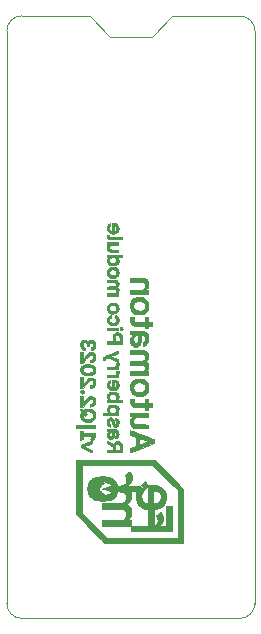
<source format=gbr>
G04 #@! TF.GenerationSoftware,KiCad,Pcbnew,7.0.5*
G04 #@! TF.CreationDate,2023-10-03T09:42:01+03:00*
G04 #@! TF.ProjectId,Pico_mod,5069636f-5f6d-46f6-942e-6b696361645f,rev?*
G04 #@! TF.SameCoordinates,Original*
G04 #@! TF.FileFunction,Legend,Bot*
G04 #@! TF.FilePolarity,Positive*
%FSLAX46Y46*%
G04 Gerber Fmt 4.6, Leading zero omitted, Abs format (unit mm)*
G04 Created by KiCad (PCBNEW 7.0.5) date 2023-10-03 09:42:01*
%MOMM*%
%LPD*%
G01*
G04 APERTURE LIST*
%ADD10C,0.010000*%
%ADD11C,2.100000*%
%ADD12O,1.700000X1.700000*%
%ADD13R,1.700000X1.700000*%
G04 #@! TA.AperFunction,Profile*
%ADD14C,0.100000*%
G04 #@! TD*
G04 APERTURE END LIST*
D10*
X7481800Y-34858500D02*
X5881600Y-34858500D01*
X5881600Y-34668000D01*
X7481800Y-34668000D01*
X7481800Y-34858500D01*
G36*
X7481800Y-34858500D02*
G01*
X5881600Y-34858500D01*
X5881600Y-34668000D01*
X7481800Y-34668000D01*
X7481800Y-34858500D01*
G37*
X9450300Y-26590800D02*
X8497800Y-26590800D01*
X8497800Y-26387600D01*
X9450300Y-26387600D01*
X9450300Y-26590800D01*
G36*
X9450300Y-26590800D02*
G01*
X8497800Y-26590800D01*
X8497800Y-26387600D01*
X9450300Y-26387600D01*
X9450300Y-26590800D01*
G37*
X9720543Y-26367353D02*
X9761452Y-26390532D01*
X9775580Y-26407050D01*
X9793118Y-26452835D01*
X9794535Y-26504521D01*
X9780529Y-26551872D01*
X9764154Y-26574818D01*
X9722126Y-26601038D01*
X9670193Y-26611852D01*
X9619369Y-26605702D01*
X9601278Y-26597842D01*
X9567117Y-26565566D01*
X9547293Y-26520402D01*
X9542826Y-26470467D01*
X9554737Y-26423876D01*
X9575798Y-26395308D01*
X9619958Y-26369285D01*
X9670792Y-26360119D01*
X9720543Y-26367353D01*
G36*
X9720543Y-26367353D02*
G01*
X9761452Y-26390532D01*
X9775580Y-26407050D01*
X9793118Y-26452835D01*
X9794535Y-26504521D01*
X9780529Y-26551872D01*
X9764154Y-26574818D01*
X9722126Y-26601038D01*
X9670193Y-26611852D01*
X9619369Y-26605702D01*
X9601278Y-26597842D01*
X9567117Y-26565566D01*
X9547293Y-26520402D01*
X9542826Y-26470467D01*
X9554737Y-26423876D01*
X9575798Y-26395308D01*
X9619958Y-26369285D01*
X9670792Y-26360119D01*
X9720543Y-26367353D01*
G37*
X6430055Y-31697931D02*
X6448615Y-31707964D01*
X6487068Y-31744759D01*
X6508023Y-31793045D01*
X6511462Y-31846007D01*
X6497369Y-31896829D01*
X6465727Y-31938697D01*
X6449233Y-31950759D01*
X6390988Y-31973962D01*
X6334855Y-31972379D01*
X6283200Y-31946250D01*
X6267680Y-31932420D01*
X6239955Y-31900467D01*
X6227398Y-31870151D01*
X6224500Y-31829550D01*
X6227558Y-31788166D01*
X6240404Y-31757961D01*
X6267680Y-31726680D01*
X6317392Y-31692576D01*
X6372367Y-31682906D01*
X6430055Y-31697931D01*
G36*
X6430055Y-31697931D02*
G01*
X6448615Y-31707964D01*
X6487068Y-31744759D01*
X6508023Y-31793045D01*
X6511462Y-31846007D01*
X6497369Y-31896829D01*
X6465727Y-31938697D01*
X6449233Y-31950759D01*
X6390988Y-31973962D01*
X6334855Y-31972379D01*
X6283200Y-31946250D01*
X6267680Y-31932420D01*
X6239955Y-31900467D01*
X6227398Y-31870151D01*
X6224500Y-31829550D01*
X6227558Y-31788166D01*
X6240404Y-31757961D01*
X6267680Y-31726680D01*
X6317392Y-31692576D01*
X6372367Y-31682906D01*
X6430055Y-31697931D01*
G37*
X8675600Y-18588393D02*
X8682372Y-18645599D01*
X8699868Y-18680468D01*
X8724136Y-18710450D01*
X9233268Y-18714042D01*
X9742400Y-18717635D01*
X9742400Y-18920000D01*
X9218525Y-18919442D01*
X9081357Y-18919121D01*
X8967411Y-18918429D01*
X8874509Y-18917297D01*
X8800473Y-18915659D01*
X8743128Y-18913444D01*
X8700294Y-18910584D01*
X8669797Y-18907010D01*
X8649457Y-18902655D01*
X8645593Y-18901396D01*
X8586909Y-18872244D01*
X8544328Y-18830819D01*
X8516327Y-18774253D01*
X8501382Y-18699677D01*
X8497800Y-18623251D01*
X8497800Y-18526300D01*
X8675600Y-18526300D01*
X8675600Y-18588393D01*
G36*
X8675600Y-18588393D02*
G01*
X8682372Y-18645599D01*
X8699868Y-18680468D01*
X8724136Y-18710450D01*
X9233268Y-18714042D01*
X9742400Y-18717635D01*
X9742400Y-18920000D01*
X9218525Y-18919442D01*
X9081357Y-18919121D01*
X8967411Y-18918429D01*
X8874509Y-18917297D01*
X8800473Y-18915659D01*
X8743128Y-18913444D01*
X8700294Y-18910584D01*
X8669797Y-18907010D01*
X8649457Y-18902655D01*
X8645593Y-18901396D01*
X8586909Y-18872244D01*
X8544328Y-18830819D01*
X8516327Y-18774253D01*
X8501382Y-18699677D01*
X8497800Y-18623251D01*
X8497800Y-18526300D01*
X8675600Y-18526300D01*
X8675600Y-18588393D01*
G37*
X9463000Y-29467757D02*
X9458186Y-29540471D01*
X9441596Y-29597143D01*
X9410000Y-29645652D01*
X9376004Y-29680075D01*
X9323226Y-29727700D01*
X9450300Y-29727700D01*
X9450300Y-29918200D01*
X8497800Y-29918200D01*
X8497800Y-29715000D01*
X8805775Y-29714721D01*
X8915262Y-29714197D01*
X9002533Y-29712414D01*
X9070765Y-29708723D01*
X9123134Y-29702477D01*
X9162818Y-29693027D01*
X9192992Y-29679725D01*
X9216834Y-29661921D01*
X9237520Y-29638970D01*
X9248356Y-29624404D01*
X9264459Y-29598004D01*
X9273645Y-29569831D01*
X9277642Y-29531716D01*
X9278238Y-29483225D01*
X9277627Y-29384800D01*
X9463000Y-29384800D01*
X9463000Y-29467757D01*
G36*
X9463000Y-29467757D02*
G01*
X9458186Y-29540471D01*
X9441596Y-29597143D01*
X9410000Y-29645652D01*
X9376004Y-29680075D01*
X9323226Y-29727700D01*
X9450300Y-29727700D01*
X9450300Y-29918200D01*
X8497800Y-29918200D01*
X8497800Y-29715000D01*
X8805775Y-29714721D01*
X8915262Y-29714197D01*
X9002533Y-29712414D01*
X9070765Y-29708723D01*
X9123134Y-29702477D01*
X9162818Y-29693027D01*
X9192992Y-29679725D01*
X9216834Y-29661921D01*
X9237520Y-29638970D01*
X9248356Y-29624404D01*
X9264459Y-29598004D01*
X9273645Y-29569831D01*
X9277642Y-29531716D01*
X9278238Y-29483225D01*
X9277627Y-29384800D01*
X9463000Y-29384800D01*
X9463000Y-29467757D01*
G37*
X9463000Y-30153557D02*
X9456466Y-30233596D01*
X9435244Y-30297601D01*
X9396898Y-30351786D01*
X9378028Y-30370457D01*
X9331036Y-30413500D01*
X9450300Y-30413500D01*
X9450300Y-30604000D01*
X8497800Y-30604000D01*
X8497800Y-30400800D01*
X8806259Y-30400800D01*
X8903153Y-30400696D01*
X8978197Y-30400199D01*
X9034940Y-30399030D01*
X9076933Y-30396911D01*
X9107725Y-30393564D01*
X9130866Y-30388710D01*
X9149905Y-30382071D01*
X9168391Y-30373369D01*
X9170640Y-30372225D01*
X9220350Y-30342013D01*
X9252608Y-30308157D01*
X9270661Y-30264589D01*
X9277758Y-30205240D01*
X9278238Y-30171174D01*
X9277627Y-30070600D01*
X9463000Y-30070600D01*
X9463000Y-30153557D01*
G36*
X9463000Y-30153557D02*
G01*
X9456466Y-30233596D01*
X9435244Y-30297601D01*
X9396898Y-30351786D01*
X9378028Y-30370457D01*
X9331036Y-30413500D01*
X9450300Y-30413500D01*
X9450300Y-30604000D01*
X8497800Y-30604000D01*
X8497800Y-30400800D01*
X8806259Y-30400800D01*
X8903153Y-30400696D01*
X8978197Y-30400199D01*
X9034940Y-30399030D01*
X9076933Y-30396911D01*
X9107725Y-30393564D01*
X9130866Y-30388710D01*
X9149905Y-30382071D01*
X9168391Y-30373369D01*
X9170640Y-30372225D01*
X9220350Y-30342013D01*
X9252608Y-30308157D01*
X9270661Y-30264589D01*
X9277758Y-30205240D01*
X9278238Y-30171174D01*
X9277627Y-30070600D01*
X9463000Y-30070600D01*
X9463000Y-30153557D01*
G37*
X7182523Y-35984843D02*
X7187661Y-36012878D01*
X7189644Y-36062914D01*
X7189700Y-36076126D01*
X7189700Y-36176152D01*
X6832664Y-36303009D01*
X6475629Y-36429867D01*
X6829489Y-36569563D01*
X7183350Y-36709260D01*
X7187019Y-36818930D01*
X7187927Y-36874737D01*
X7185827Y-36908911D01*
X7180296Y-36925088D01*
X7174319Y-36927662D01*
X7159355Y-36922621D01*
X7123667Y-36908646D01*
X7069871Y-36886818D01*
X7000584Y-36858219D01*
X6918423Y-36823932D01*
X6826006Y-36785038D01*
X6725948Y-36742619D01*
X6700750Y-36731889D01*
X6243550Y-36537053D01*
X6243550Y-36329605D01*
X6700725Y-36152852D01*
X6802902Y-36113503D01*
X6897941Y-36077200D01*
X6983171Y-36044940D01*
X7055926Y-36017721D01*
X7113537Y-35996538D01*
X7153334Y-35982389D01*
X7172651Y-35976272D01*
X7173800Y-35976100D01*
X7182523Y-35984843D01*
G36*
X7182523Y-35984843D02*
G01*
X7187661Y-36012878D01*
X7189644Y-36062914D01*
X7189700Y-36076126D01*
X7189700Y-36176152D01*
X6832664Y-36303009D01*
X6475629Y-36429867D01*
X6829489Y-36569563D01*
X7183350Y-36709260D01*
X7187019Y-36818930D01*
X7187927Y-36874737D01*
X7185827Y-36908911D01*
X7180296Y-36925088D01*
X7174319Y-36927662D01*
X7159355Y-36922621D01*
X7123667Y-36908646D01*
X7069871Y-36886818D01*
X7000584Y-36858219D01*
X6918423Y-36823932D01*
X6826006Y-36785038D01*
X6725948Y-36742619D01*
X6700750Y-36731889D01*
X6243550Y-36537053D01*
X6243550Y-36329605D01*
X6700725Y-36152852D01*
X6802902Y-36113503D01*
X6897941Y-36077200D01*
X6983171Y-36044940D01*
X7055926Y-36017721D01*
X7113537Y-35996538D01*
X7153334Y-35982389D01*
X7172651Y-35976272D01*
X7173800Y-35976100D01*
X7182523Y-35984843D01*
G37*
X6335625Y-35102440D02*
X6434050Y-35106150D01*
X6437701Y-35223625D01*
X6441353Y-35341100D01*
X7481800Y-35341100D01*
X7481760Y-35563350D01*
X7377005Y-35712015D01*
X7272250Y-35860681D01*
X7161125Y-35861240D01*
X7106536Y-35860130D01*
X7068434Y-35856471D01*
X7050763Y-35850698D01*
X7050000Y-35848997D01*
X7056930Y-35835196D01*
X7075535Y-35805636D01*
X7102533Y-35765090D01*
X7134644Y-35718328D01*
X7168587Y-35670123D01*
X7201080Y-35625247D01*
X7228843Y-35588471D01*
X7231113Y-35585575D01*
X7229986Y-35581022D01*
X7217266Y-35577378D01*
X7190837Y-35574555D01*
X7148585Y-35572467D01*
X7088392Y-35571028D01*
X7008144Y-35570150D01*
X6905723Y-35569749D01*
X6842420Y-35569700D01*
X6441231Y-35569700D01*
X6437640Y-35712575D01*
X6434050Y-35855450D01*
X6237200Y-35862868D01*
X6237200Y-35098731D01*
X6335625Y-35102440D01*
G36*
X6335625Y-35102440D02*
G01*
X6434050Y-35106150D01*
X6437701Y-35223625D01*
X6441353Y-35341100D01*
X7481800Y-35341100D01*
X7481760Y-35563350D01*
X7377005Y-35712015D01*
X7272250Y-35860681D01*
X7161125Y-35861240D01*
X7106536Y-35860130D01*
X7068434Y-35856471D01*
X7050763Y-35850698D01*
X7050000Y-35848997D01*
X7056930Y-35835196D01*
X7075535Y-35805636D01*
X7102533Y-35765090D01*
X7134644Y-35718328D01*
X7168587Y-35670123D01*
X7201080Y-35625247D01*
X7228843Y-35588471D01*
X7231113Y-35585575D01*
X7229986Y-35581022D01*
X7217266Y-35577378D01*
X7190837Y-35574555D01*
X7148585Y-35572467D01*
X7088392Y-35571028D01*
X7008144Y-35570150D01*
X6905723Y-35569749D01*
X6842420Y-35569700D01*
X6441231Y-35569700D01*
X6437640Y-35712575D01*
X6434050Y-35855450D01*
X6237200Y-35862868D01*
X6237200Y-35098731D01*
X6335625Y-35102440D01*
G37*
X13715658Y-38821402D02*
X14898668Y-40028405D01*
X14895459Y-42317077D01*
X14892250Y-44605750D01*
X11569155Y-44608948D01*
X8246060Y-44612147D01*
X7960609Y-44323198D01*
X7910139Y-44272036D01*
X7843637Y-44204506D01*
X7762847Y-44122383D01*
X7669514Y-44027444D01*
X7565382Y-43921464D01*
X7452193Y-43806220D01*
X7331694Y-43683486D01*
X7205626Y-43555039D01*
X7075735Y-43422653D01*
X6943764Y-43288106D01*
X6811457Y-43153173D01*
X6778789Y-43119850D01*
X5882420Y-42205450D01*
X5882396Y-42066895D01*
X6326100Y-42066895D01*
X7389556Y-43117247D01*
X8453013Y-44167600D01*
X14454100Y-44167600D01*
X14452989Y-42164175D01*
X14451879Y-40160750D01*
X13389364Y-39110270D01*
X12326850Y-38059791D01*
X9326475Y-38059345D01*
X6326100Y-38058900D01*
X6326100Y-42066895D01*
X5882396Y-42066895D01*
X5881600Y-37614400D01*
X12532647Y-37614400D01*
X13715658Y-38821402D01*
G36*
X13715658Y-38821402D02*
G01*
X14898668Y-40028405D01*
X14895459Y-42317077D01*
X14892250Y-44605750D01*
X11569155Y-44608948D01*
X8246060Y-44612147D01*
X7960609Y-44323198D01*
X7910139Y-44272036D01*
X7843637Y-44204506D01*
X7762847Y-44122383D01*
X7669514Y-44027444D01*
X7565382Y-43921464D01*
X7452193Y-43806220D01*
X7331694Y-43683486D01*
X7205626Y-43555039D01*
X7075735Y-43422653D01*
X6943764Y-43288106D01*
X6811457Y-43153173D01*
X6778789Y-43119850D01*
X5882420Y-42205450D01*
X5882396Y-42066895D01*
X6326100Y-42066895D01*
X7389556Y-43117247D01*
X8453013Y-44167600D01*
X14454100Y-44167600D01*
X14452989Y-42164175D01*
X14451879Y-40160750D01*
X13389364Y-39110270D01*
X12326850Y-38059791D01*
X9326475Y-38059345D01*
X6326100Y-38058900D01*
X6326100Y-42066895D01*
X5882396Y-42066895D01*
X5881600Y-37614400D01*
X12532647Y-37614400D01*
X13715658Y-38821402D01*
G37*
X10727390Y-25628775D02*
X10728609Y-25707278D01*
X10734249Y-25765232D01*
X10745887Y-25807328D01*
X10765094Y-25838256D01*
X10793445Y-25862707D01*
X10809200Y-25872609D01*
X10822654Y-25879771D01*
X10837869Y-25885536D01*
X10857692Y-25890090D01*
X10884973Y-25893623D01*
X10922561Y-25896319D01*
X10973303Y-25898368D01*
X11040049Y-25899956D01*
X11125647Y-25901270D01*
X11232946Y-25902499D01*
X11269575Y-25902876D01*
X11685500Y-25907103D01*
X11685500Y-25524000D01*
X11964900Y-25524000D01*
X11964900Y-25905000D01*
X12295100Y-25905000D01*
X12295100Y-26222500D01*
X11964900Y-26222500D01*
X11964900Y-26438400D01*
X11685500Y-26438400D01*
X11685500Y-26222500D01*
X11254325Y-26222500D01*
X11123509Y-26222232D01*
X11015234Y-26221263D01*
X10926643Y-26219345D01*
X10854880Y-26216226D01*
X10797089Y-26211659D01*
X10750415Y-26205395D01*
X10712002Y-26197183D01*
X10678993Y-26186775D01*
X10648533Y-26173922D01*
X10637750Y-26168702D01*
X10575448Y-26130674D01*
X10529916Y-26084126D01*
X10497929Y-26031489D01*
X10467183Y-25949114D01*
X10448020Y-25847271D01*
X10440786Y-25729270D01*
X10445826Y-25598423D01*
X10449059Y-25563962D01*
X10457218Y-25485900D01*
X10728131Y-25485900D01*
X10727390Y-25628775D01*
G36*
X10727390Y-25628775D02*
G01*
X10728609Y-25707278D01*
X10734249Y-25765232D01*
X10745887Y-25807328D01*
X10765094Y-25838256D01*
X10793445Y-25862707D01*
X10809200Y-25872609D01*
X10822654Y-25879771D01*
X10837869Y-25885536D01*
X10857692Y-25890090D01*
X10884973Y-25893623D01*
X10922561Y-25896319D01*
X10973303Y-25898368D01*
X11040049Y-25899956D01*
X11125647Y-25901270D01*
X11232946Y-25902499D01*
X11269575Y-25902876D01*
X11685500Y-25907103D01*
X11685500Y-25524000D01*
X11964900Y-25524000D01*
X11964900Y-25905000D01*
X12295100Y-25905000D01*
X12295100Y-26222500D01*
X11964900Y-26222500D01*
X11964900Y-26438400D01*
X11685500Y-26438400D01*
X11685500Y-26222500D01*
X11254325Y-26222500D01*
X11123509Y-26222232D01*
X11015234Y-26221263D01*
X10926643Y-26219345D01*
X10854880Y-26216226D01*
X10797089Y-26211659D01*
X10750415Y-26205395D01*
X10712002Y-26197183D01*
X10678993Y-26186775D01*
X10648533Y-26173922D01*
X10637750Y-26168702D01*
X10575448Y-26130674D01*
X10529916Y-26084126D01*
X10497929Y-26031489D01*
X10467183Y-25949114D01*
X10448020Y-25847271D01*
X10440786Y-25729270D01*
X10445826Y-25598423D01*
X10449059Y-25563962D01*
X10457218Y-25485900D01*
X10728131Y-25485900D01*
X10727390Y-25628775D01*
G37*
X10726892Y-32531225D02*
X10728891Y-32613559D01*
X10736054Y-32674844D01*
X10749628Y-32719126D01*
X10770861Y-32750452D01*
X10801000Y-32772869D01*
X10801463Y-32773123D01*
X10814966Y-32779124D01*
X10833138Y-32783993D01*
X10858717Y-32787881D01*
X10894442Y-32790940D01*
X10943052Y-32793319D01*
X11007284Y-32795171D01*
X11089876Y-32796644D01*
X11193569Y-32797892D01*
X11263225Y-32798560D01*
X11685500Y-32802370D01*
X11685500Y-32420100D01*
X11964900Y-32420100D01*
X11964900Y-32801100D01*
X12295100Y-32801100D01*
X12295100Y-33118600D01*
X11964900Y-33118600D01*
X11964900Y-33334500D01*
X11685500Y-33334500D01*
X11685500Y-33120001D01*
X11206075Y-33116125D01*
X11083056Y-33115097D01*
X10982711Y-33114086D01*
X10902310Y-33112922D01*
X10839129Y-33111433D01*
X10790440Y-33109449D01*
X10753515Y-33106799D01*
X10725629Y-33103313D01*
X10704054Y-33098819D01*
X10686064Y-33093147D01*
X10668932Y-33086127D01*
X10659496Y-33081905D01*
X10588852Y-33037807D01*
X10528384Y-32976705D01*
X10484310Y-32905539D01*
X10471543Y-32872270D01*
X10457249Y-32808270D01*
X10447376Y-32727353D01*
X10442460Y-32637701D01*
X10443035Y-32547499D01*
X10446673Y-32491737D01*
X10455767Y-32394700D01*
X10727135Y-32394700D01*
X10726892Y-32531225D01*
G36*
X10726892Y-32531225D02*
G01*
X10728891Y-32613559D01*
X10736054Y-32674844D01*
X10749628Y-32719126D01*
X10770861Y-32750452D01*
X10801000Y-32772869D01*
X10801463Y-32773123D01*
X10814966Y-32779124D01*
X10833138Y-32783993D01*
X10858717Y-32787881D01*
X10894442Y-32790940D01*
X10943052Y-32793319D01*
X11007284Y-32795171D01*
X11089876Y-32796644D01*
X11193569Y-32797892D01*
X11263225Y-32798560D01*
X11685500Y-32802370D01*
X11685500Y-32420100D01*
X11964900Y-32420100D01*
X11964900Y-32801100D01*
X12295100Y-32801100D01*
X12295100Y-33118600D01*
X11964900Y-33118600D01*
X11964900Y-33334500D01*
X11685500Y-33334500D01*
X11685500Y-33120001D01*
X11206075Y-33116125D01*
X11083056Y-33115097D01*
X10982711Y-33114086D01*
X10902310Y-33112922D01*
X10839129Y-33111433D01*
X10790440Y-33109449D01*
X10753515Y-33106799D01*
X10725629Y-33103313D01*
X10704054Y-33098819D01*
X10686064Y-33093147D01*
X10668932Y-33086127D01*
X10659496Y-33081905D01*
X10588852Y-33037807D01*
X10528384Y-32976705D01*
X10484310Y-32905539D01*
X10471543Y-32872270D01*
X10457249Y-32808270D01*
X10447376Y-32727353D01*
X10442460Y-32637701D01*
X10443035Y-32547499D01*
X10446673Y-32491737D01*
X10455767Y-32394700D01*
X10727135Y-32394700D01*
X10726892Y-32531225D01*
G37*
X9433834Y-26799529D02*
X9503691Y-26816621D01*
X9564416Y-26848307D01*
X9623303Y-26897341D01*
X9625046Y-26899039D01*
X9655675Y-26930894D01*
X9680101Y-26962253D01*
X9699073Y-26996470D01*
X9713337Y-27036898D01*
X9723643Y-27086890D01*
X9730739Y-27149800D01*
X9735373Y-27228980D01*
X9738294Y-27327785D01*
X9739758Y-27413125D01*
X9744325Y-27733800D01*
X8496811Y-27733800D01*
X8500480Y-27622675D01*
X8504150Y-27511550D01*
X8915167Y-27505200D01*
X9145500Y-27505200D01*
X9554782Y-27505200D01*
X9549492Y-27330575D01*
X9543991Y-27231134D01*
X9533097Y-27154225D01*
X9515081Y-27097242D01*
X9488215Y-27057582D01*
X9450769Y-27032642D01*
X9401016Y-27019817D01*
X9340975Y-27016484D01*
X9280518Y-27021769D01*
X9233158Y-27038750D01*
X9197561Y-27069706D01*
X9172391Y-27116918D01*
X9156317Y-27182665D01*
X9148003Y-27269229D01*
X9146055Y-27349625D01*
X9145500Y-27505200D01*
X8915167Y-27505200D01*
X8952450Y-27504624D01*
X8957281Y-27292187D01*
X8959474Y-27211080D01*
X8962210Y-27150553D01*
X8966075Y-27105784D01*
X8971653Y-27071951D01*
X8979532Y-27044236D01*
X8990294Y-27017815D01*
X8990687Y-27016949D01*
X9027873Y-26946723D01*
X9069296Y-26894908D01*
X9121314Y-26854605D01*
X9160051Y-26833179D01*
X9202901Y-26813282D01*
X9239353Y-26801526D01*
X9279236Y-26795873D01*
X9332377Y-26794283D01*
X9347553Y-26794278D01*
X9433834Y-26799529D01*
G36*
X9433834Y-26799529D02*
G01*
X9503691Y-26816621D01*
X9564416Y-26848307D01*
X9623303Y-26897341D01*
X9625046Y-26899039D01*
X9655675Y-26930894D01*
X9680101Y-26962253D01*
X9699073Y-26996470D01*
X9713337Y-27036898D01*
X9723643Y-27086890D01*
X9730739Y-27149800D01*
X9735373Y-27228980D01*
X9738294Y-27327785D01*
X9739758Y-27413125D01*
X9744325Y-27733800D01*
X8496811Y-27733800D01*
X8500480Y-27622675D01*
X8504150Y-27511550D01*
X8915167Y-27505200D01*
X9145500Y-27505200D01*
X9554782Y-27505200D01*
X9549492Y-27330575D01*
X9543991Y-27231134D01*
X9533097Y-27154225D01*
X9515081Y-27097242D01*
X9488215Y-27057582D01*
X9450769Y-27032642D01*
X9401016Y-27019817D01*
X9340975Y-27016484D01*
X9280518Y-27021769D01*
X9233158Y-27038750D01*
X9197561Y-27069706D01*
X9172391Y-27116918D01*
X9156317Y-27182665D01*
X9148003Y-27269229D01*
X9146055Y-27349625D01*
X9145500Y-27505200D01*
X8915167Y-27505200D01*
X8952450Y-27504624D01*
X8957281Y-27292187D01*
X8959474Y-27211080D01*
X8962210Y-27150553D01*
X8966075Y-27105784D01*
X8971653Y-27071951D01*
X8979532Y-27044236D01*
X8990294Y-27017815D01*
X8990687Y-27016949D01*
X9027873Y-26946723D01*
X9069296Y-26894908D01*
X9121314Y-26854605D01*
X9160051Y-26833179D01*
X9202901Y-26813282D01*
X9239353Y-26801526D01*
X9279236Y-26795873D01*
X9332377Y-26794283D01*
X9347553Y-26794278D01*
X9433834Y-26799529D01*
G37*
X6335625Y-28434940D02*
X6434050Y-28438650D01*
X6446750Y-29014880D01*
X6586450Y-28842868D01*
X6672320Y-28739683D01*
X6747079Y-28656061D01*
X6813211Y-28590111D01*
X6873205Y-28539944D01*
X6929548Y-28503670D01*
X6984728Y-28479399D01*
X7041231Y-28465242D01*
X7090598Y-28459836D01*
X7190418Y-28464971D01*
X7281134Y-28491179D01*
X7359755Y-28536698D01*
X7423290Y-28599768D01*
X7468748Y-28678628D01*
X7470772Y-28683662D01*
X7491038Y-28758747D01*
X7500329Y-28846522D01*
X7498620Y-28937239D01*
X7485887Y-29021155D01*
X7471741Y-29067300D01*
X7423782Y-29157851D01*
X7358652Y-29229687D01*
X7276360Y-29282798D01*
X7178872Y-29316721D01*
X7125180Y-29329095D01*
X7091226Y-29333121D01*
X7072498Y-29325093D01*
X7064487Y-29301309D01*
X7062681Y-29258065D01*
X7062700Y-29221336D01*
X7062700Y-29108672D01*
X7125660Y-29100320D01*
X7194751Y-29079835D01*
X7248503Y-29040068D01*
X7285086Y-28983248D01*
X7302671Y-28911602D01*
X7304000Y-28883150D01*
X7295306Y-28808723D01*
X7268549Y-28751719D01*
X7222711Y-28710730D01*
X7161125Y-28685495D01*
X7096701Y-28680282D01*
X7029883Y-28699271D01*
X6959507Y-28742811D01*
X6952365Y-28748420D01*
X6927977Y-28770964D01*
X6890049Y-28809874D01*
X6841395Y-28862084D01*
X6784829Y-28924523D01*
X6723165Y-28994126D01*
X6659217Y-29067823D01*
X6656300Y-29071224D01*
X6421350Y-29345159D01*
X6329275Y-29345929D01*
X6237200Y-29346700D01*
X6237200Y-28431231D01*
X6335625Y-28434940D01*
G36*
X6335625Y-28434940D02*
G01*
X6434050Y-28438650D01*
X6446750Y-29014880D01*
X6586450Y-28842868D01*
X6672320Y-28739683D01*
X6747079Y-28656061D01*
X6813211Y-28590111D01*
X6873205Y-28539944D01*
X6929548Y-28503670D01*
X6984728Y-28479399D01*
X7041231Y-28465242D01*
X7090598Y-28459836D01*
X7190418Y-28464971D01*
X7281134Y-28491179D01*
X7359755Y-28536698D01*
X7423290Y-28599768D01*
X7468748Y-28678628D01*
X7470772Y-28683662D01*
X7491038Y-28758747D01*
X7500329Y-28846522D01*
X7498620Y-28937239D01*
X7485887Y-29021155D01*
X7471741Y-29067300D01*
X7423782Y-29157851D01*
X7358652Y-29229687D01*
X7276360Y-29282798D01*
X7178872Y-29316721D01*
X7125180Y-29329095D01*
X7091226Y-29333121D01*
X7072498Y-29325093D01*
X7064487Y-29301309D01*
X7062681Y-29258065D01*
X7062700Y-29221336D01*
X7062700Y-29108672D01*
X7125660Y-29100320D01*
X7194751Y-29079835D01*
X7248503Y-29040068D01*
X7285086Y-28983248D01*
X7302671Y-28911602D01*
X7304000Y-28883150D01*
X7295306Y-28808723D01*
X7268549Y-28751719D01*
X7222711Y-28710730D01*
X7161125Y-28685495D01*
X7096701Y-28680282D01*
X7029883Y-28699271D01*
X6959507Y-28742811D01*
X6952365Y-28748420D01*
X6927977Y-28770964D01*
X6890049Y-28809874D01*
X6841395Y-28862084D01*
X6784829Y-28924523D01*
X6723165Y-28994126D01*
X6659217Y-29067823D01*
X6656300Y-29071224D01*
X6421350Y-29345159D01*
X6329275Y-29345929D01*
X6237200Y-29346700D01*
X6237200Y-28431231D01*
X6335625Y-28434940D01*
G37*
X9447638Y-19272425D02*
X9451327Y-19377200D01*
X9142354Y-19377200D01*
X9045373Y-19377303D01*
X8970246Y-19377798D01*
X8913428Y-19378963D01*
X8871372Y-19381076D01*
X8840533Y-19384413D01*
X8817366Y-19389253D01*
X8798325Y-19395873D01*
X8779863Y-19404551D01*
X8777459Y-19405775D01*
X8720843Y-19443344D01*
X8685771Y-19489552D01*
X8668591Y-19549811D01*
X8666460Y-19570348D01*
X8671609Y-19644213D01*
X8698669Y-19705637D01*
X8743175Y-19750947D01*
X8755316Y-19758907D01*
X8769583Y-19765142D01*
X8789144Y-19769907D01*
X8817172Y-19773463D01*
X8856836Y-19776066D01*
X8911308Y-19777976D01*
X8983757Y-19779450D01*
X9077354Y-19780746D01*
X9114650Y-19781193D01*
X9450300Y-19785137D01*
X9450300Y-19986800D01*
X9104225Y-19986385D01*
X8997792Y-19986061D01*
X8913407Y-19985247D01*
X8847720Y-19983758D01*
X8797379Y-19981406D01*
X8759034Y-19978004D01*
X8729335Y-19973366D01*
X8704931Y-19967305D01*
X8693025Y-19963461D01*
X8630428Y-19938402D01*
X8585613Y-19910610D01*
X8551127Y-19874467D01*
X8527758Y-19838838D01*
X8508703Y-19801304D01*
X8496914Y-19762539D01*
X8490138Y-19713316D01*
X8487485Y-19673833D01*
X8485521Y-19618423D01*
X8487616Y-19578990D01*
X8495277Y-19546241D01*
X8510012Y-19510879D01*
X8515916Y-19498621D01*
X8541387Y-19454437D01*
X8570565Y-19415051D01*
X8588323Y-19396832D01*
X8626748Y-19364500D01*
X8496731Y-19364500D01*
X8500440Y-19266075D01*
X8504150Y-19167650D01*
X9443950Y-19167650D01*
X9447638Y-19272425D01*
G36*
X9447638Y-19272425D02*
G01*
X9451327Y-19377200D01*
X9142354Y-19377200D01*
X9045373Y-19377303D01*
X8970246Y-19377798D01*
X8913428Y-19378963D01*
X8871372Y-19381076D01*
X8840533Y-19384413D01*
X8817366Y-19389253D01*
X8798325Y-19395873D01*
X8779863Y-19404551D01*
X8777459Y-19405775D01*
X8720843Y-19443344D01*
X8685771Y-19489552D01*
X8668591Y-19549811D01*
X8666460Y-19570348D01*
X8671609Y-19644213D01*
X8698669Y-19705637D01*
X8743175Y-19750947D01*
X8755316Y-19758907D01*
X8769583Y-19765142D01*
X8789144Y-19769907D01*
X8817172Y-19773463D01*
X8856836Y-19776066D01*
X8911308Y-19777976D01*
X8983757Y-19779450D01*
X9077354Y-19780746D01*
X9114650Y-19781193D01*
X9450300Y-19785137D01*
X9450300Y-19986800D01*
X9104225Y-19986385D01*
X8997792Y-19986061D01*
X8913407Y-19985247D01*
X8847720Y-19983758D01*
X8797379Y-19981406D01*
X8759034Y-19978004D01*
X8729335Y-19973366D01*
X8704931Y-19967305D01*
X8693025Y-19963461D01*
X8630428Y-19938402D01*
X8585613Y-19910610D01*
X8551127Y-19874467D01*
X8527758Y-19838838D01*
X8508703Y-19801304D01*
X8496914Y-19762539D01*
X8490138Y-19713316D01*
X8487485Y-19673833D01*
X8485521Y-19618423D01*
X8487616Y-19578990D01*
X8495277Y-19546241D01*
X8510012Y-19510879D01*
X8515916Y-19498621D01*
X8541387Y-19454437D01*
X8570565Y-19415051D01*
X8588323Y-19396832D01*
X8626748Y-19364500D01*
X8496731Y-19364500D01*
X8500440Y-19266075D01*
X8504150Y-19167650D01*
X9443950Y-19167650D01*
X9447638Y-19272425D01*
G37*
X8515927Y-35957140D02*
X8546554Y-35975191D01*
X8592409Y-36002943D01*
X8650353Y-36038491D01*
X8717248Y-36079927D01*
X8753945Y-36102802D01*
X8997436Y-36254905D01*
X9020083Y-36204321D01*
X9069172Y-36120597D01*
X9132336Y-36057912D01*
X9210187Y-36015843D01*
X9303339Y-35993971D01*
X9330333Y-35991528D01*
X9422564Y-35992965D01*
X9500231Y-36011670D01*
X9569115Y-36049706D01*
X9621861Y-36095515D01*
X9664944Y-36144301D01*
X9694147Y-36193497D01*
X9714342Y-36246241D01*
X9723381Y-36275782D01*
X9730252Y-36304431D01*
X9735249Y-36336206D01*
X9738664Y-36375123D01*
X9740791Y-36425199D01*
X9741923Y-36490452D01*
X9742355Y-36574899D01*
X9742400Y-36630416D01*
X9742400Y-36928600D01*
X8497800Y-36928600D01*
X8497800Y-36712700D01*
X8967700Y-36712700D01*
X9154886Y-36712700D01*
X9554335Y-36712700D01*
X9549911Y-36538075D01*
X9547383Y-36462823D01*
X9543754Y-36407780D01*
X9538336Y-36367759D01*
X9530441Y-36337571D01*
X9520118Y-36313469D01*
X9483180Y-36259006D01*
X9437105Y-36226784D01*
X9377789Y-36214149D01*
X9365958Y-36213756D01*
X9305081Y-36218495D01*
X9256925Y-36235813D01*
X9220137Y-36267890D01*
X9193365Y-36316906D01*
X9175254Y-36385043D01*
X9164452Y-36474479D01*
X9160730Y-36544425D01*
X9154886Y-36712700D01*
X8967700Y-36712700D01*
X8967700Y-36464573D01*
X8735925Y-36330116D01*
X8504150Y-36195660D01*
X8500515Y-36073180D01*
X8499616Y-36020927D01*
X8500151Y-35979782D01*
X8501978Y-35955212D01*
X8503667Y-35950700D01*
X8515927Y-35957140D01*
G36*
X8515927Y-35957140D02*
G01*
X8546554Y-35975191D01*
X8592409Y-36002943D01*
X8650353Y-36038491D01*
X8717248Y-36079927D01*
X8753945Y-36102802D01*
X8997436Y-36254905D01*
X9020083Y-36204321D01*
X9069172Y-36120597D01*
X9132336Y-36057912D01*
X9210187Y-36015843D01*
X9303339Y-35993971D01*
X9330333Y-35991528D01*
X9422564Y-35992965D01*
X9500231Y-36011670D01*
X9569115Y-36049706D01*
X9621861Y-36095515D01*
X9664944Y-36144301D01*
X9694147Y-36193497D01*
X9714342Y-36246241D01*
X9723381Y-36275782D01*
X9730252Y-36304431D01*
X9735249Y-36336206D01*
X9738664Y-36375123D01*
X9740791Y-36425199D01*
X9741923Y-36490452D01*
X9742355Y-36574899D01*
X9742400Y-36630416D01*
X9742400Y-36928600D01*
X8497800Y-36928600D01*
X8497800Y-36712700D01*
X8967700Y-36712700D01*
X9154886Y-36712700D01*
X9554335Y-36712700D01*
X9549911Y-36538075D01*
X9547383Y-36462823D01*
X9543754Y-36407780D01*
X9538336Y-36367759D01*
X9530441Y-36337571D01*
X9520118Y-36313469D01*
X9483180Y-36259006D01*
X9437105Y-36226784D01*
X9377789Y-36214149D01*
X9365958Y-36213756D01*
X9305081Y-36218495D01*
X9256925Y-36235813D01*
X9220137Y-36267890D01*
X9193365Y-36316906D01*
X9175254Y-36385043D01*
X9164452Y-36474479D01*
X9160730Y-36544425D01*
X9154886Y-36712700D01*
X8967700Y-36712700D01*
X8967700Y-36464573D01*
X8735925Y-36330116D01*
X8504150Y-36195660D01*
X8500515Y-36073180D01*
X8499616Y-36020927D01*
X8500151Y-35979782D01*
X8501978Y-35955212D01*
X8503667Y-35950700D01*
X8515927Y-35957140D01*
G37*
X6443336Y-30879195D02*
X6446750Y-31167090D01*
X6609199Y-30967976D01*
X6692110Y-30868776D01*
X6763921Y-30788986D01*
X6827354Y-30726706D01*
X6885132Y-30680036D01*
X6939975Y-30647076D01*
X6994607Y-30625925D01*
X7051748Y-30614684D01*
X7114120Y-30611453D01*
X7119850Y-30611487D01*
X7220520Y-30621379D01*
X7304676Y-30649824D01*
X7374556Y-30698244D01*
X7432400Y-30768062D01*
X7467954Y-30832600D01*
X7483654Y-30869205D01*
X7493396Y-30903168D01*
X7498495Y-30942474D01*
X7500263Y-30995108D01*
X7500305Y-31029450D01*
X7499148Y-31092270D01*
X7495329Y-31138151D01*
X7487367Y-31175529D01*
X7473783Y-31212835D01*
X7464401Y-31234141D01*
X7411149Y-31322695D01*
X7341310Y-31393117D01*
X7257268Y-31443672D01*
X7161404Y-31472622D01*
X7131596Y-31476742D01*
X7062700Y-31483853D01*
X7062700Y-31374368D01*
X7063045Y-31321520D01*
X7065050Y-31288768D01*
X7070163Y-31270811D01*
X7079836Y-31262346D01*
X7094450Y-31258291D01*
X7132841Y-31250280D01*
X7160350Y-31244505D01*
X7217204Y-31220320D01*
X7261447Y-31176226D01*
X7290960Y-31115446D01*
X7303625Y-31041202D01*
X7303952Y-31026017D01*
X7292835Y-30958434D01*
X7262352Y-30902915D01*
X7216632Y-30861878D01*
X7159806Y-30837736D01*
X7096002Y-30832906D01*
X7029351Y-30849804D01*
X7014569Y-30856752D01*
X6987375Y-30874124D01*
X6952832Y-30902603D01*
X6909582Y-30943601D01*
X6856262Y-30998528D01*
X6791515Y-31068796D01*
X6713978Y-31155814D01*
X6622293Y-31260995D01*
X6600164Y-31286625D01*
X6411286Y-31505700D01*
X6237200Y-31505700D01*
X6237200Y-30591300D01*
X6439923Y-30591300D01*
X6443336Y-30879195D01*
G36*
X6443336Y-30879195D02*
G01*
X6446750Y-31167090D01*
X6609199Y-30967976D01*
X6692110Y-30868776D01*
X6763921Y-30788986D01*
X6827354Y-30726706D01*
X6885132Y-30680036D01*
X6939975Y-30647076D01*
X6994607Y-30625925D01*
X7051748Y-30614684D01*
X7114120Y-30611453D01*
X7119850Y-30611487D01*
X7220520Y-30621379D01*
X7304676Y-30649824D01*
X7374556Y-30698244D01*
X7432400Y-30768062D01*
X7467954Y-30832600D01*
X7483654Y-30869205D01*
X7493396Y-30903168D01*
X7498495Y-30942474D01*
X7500263Y-30995108D01*
X7500305Y-31029450D01*
X7499148Y-31092270D01*
X7495329Y-31138151D01*
X7487367Y-31175529D01*
X7473783Y-31212835D01*
X7464401Y-31234141D01*
X7411149Y-31322695D01*
X7341310Y-31393117D01*
X7257268Y-31443672D01*
X7161404Y-31472622D01*
X7131596Y-31476742D01*
X7062700Y-31483853D01*
X7062700Y-31374368D01*
X7063045Y-31321520D01*
X7065050Y-31288768D01*
X7070163Y-31270811D01*
X7079836Y-31262346D01*
X7094450Y-31258291D01*
X7132841Y-31250280D01*
X7160350Y-31244505D01*
X7217204Y-31220320D01*
X7261447Y-31176226D01*
X7290960Y-31115446D01*
X7303625Y-31041202D01*
X7303952Y-31026017D01*
X7292835Y-30958434D01*
X7262352Y-30902915D01*
X7216632Y-30861878D01*
X7159806Y-30837736D01*
X7096002Y-30832906D01*
X7029351Y-30849804D01*
X7014569Y-30856752D01*
X6987375Y-30874124D01*
X6952832Y-30902603D01*
X6909582Y-30943601D01*
X6856262Y-30998528D01*
X6791515Y-31068796D01*
X6713978Y-31155814D01*
X6622293Y-31260995D01*
X6600164Y-31286625D01*
X6411286Y-31505700D01*
X6237200Y-31505700D01*
X6237200Y-30591300D01*
X6439923Y-30591300D01*
X6443336Y-30879195D01*
G37*
X6443336Y-32466695D02*
X6446750Y-32754590D01*
X6609199Y-32555476D01*
X6692110Y-32456276D01*
X6763921Y-32376486D01*
X6827354Y-32314206D01*
X6885132Y-32267536D01*
X6939975Y-32234576D01*
X6994607Y-32213425D01*
X7051748Y-32202184D01*
X7114120Y-32198953D01*
X7119850Y-32198987D01*
X7220520Y-32208879D01*
X7304676Y-32237324D01*
X7374556Y-32285744D01*
X7432400Y-32355562D01*
X7467954Y-32420100D01*
X7483654Y-32456705D01*
X7493396Y-32490668D01*
X7498495Y-32529974D01*
X7500263Y-32582608D01*
X7500305Y-32616950D01*
X7499148Y-32679770D01*
X7495329Y-32725651D01*
X7487367Y-32763029D01*
X7473783Y-32800335D01*
X7464401Y-32821641D01*
X7411149Y-32910195D01*
X7341310Y-32980617D01*
X7257268Y-33031172D01*
X7161404Y-33060122D01*
X7131596Y-33064242D01*
X7062700Y-33071353D01*
X7062700Y-32961868D01*
X7063045Y-32909020D01*
X7065050Y-32876268D01*
X7070163Y-32858311D01*
X7079836Y-32849846D01*
X7094450Y-32845791D01*
X7132841Y-32837780D01*
X7160350Y-32832005D01*
X7217204Y-32807820D01*
X7261447Y-32763726D01*
X7290960Y-32702946D01*
X7303625Y-32628702D01*
X7303952Y-32613517D01*
X7292835Y-32545934D01*
X7262352Y-32490415D01*
X7216632Y-32449378D01*
X7159806Y-32425236D01*
X7096002Y-32420406D01*
X7029351Y-32437304D01*
X7014569Y-32444252D01*
X6987375Y-32461624D01*
X6952832Y-32490103D01*
X6909582Y-32531101D01*
X6856262Y-32586028D01*
X6791515Y-32656296D01*
X6713978Y-32743314D01*
X6622293Y-32848495D01*
X6600164Y-32874125D01*
X6411286Y-33093200D01*
X6237200Y-33093200D01*
X6237200Y-32178800D01*
X6439923Y-32178800D01*
X6443336Y-32466695D01*
G36*
X6443336Y-32466695D02*
G01*
X6446750Y-32754590D01*
X6609199Y-32555476D01*
X6692110Y-32456276D01*
X6763921Y-32376486D01*
X6827354Y-32314206D01*
X6885132Y-32267536D01*
X6939975Y-32234576D01*
X6994607Y-32213425D01*
X7051748Y-32202184D01*
X7114120Y-32198953D01*
X7119850Y-32198987D01*
X7220520Y-32208879D01*
X7304676Y-32237324D01*
X7374556Y-32285744D01*
X7432400Y-32355562D01*
X7467954Y-32420100D01*
X7483654Y-32456705D01*
X7493396Y-32490668D01*
X7498495Y-32529974D01*
X7500263Y-32582608D01*
X7500305Y-32616950D01*
X7499148Y-32679770D01*
X7495329Y-32725651D01*
X7487367Y-32763029D01*
X7473783Y-32800335D01*
X7464401Y-32821641D01*
X7411149Y-32910195D01*
X7341310Y-32980617D01*
X7257268Y-33031172D01*
X7161404Y-33060122D01*
X7131596Y-33064242D01*
X7062700Y-33071353D01*
X7062700Y-32961868D01*
X7063045Y-32909020D01*
X7065050Y-32876268D01*
X7070163Y-32858311D01*
X7079836Y-32849846D01*
X7094450Y-32845791D01*
X7132841Y-32837780D01*
X7160350Y-32832005D01*
X7217204Y-32807820D01*
X7261447Y-32763726D01*
X7290960Y-32702946D01*
X7303625Y-32628702D01*
X7303952Y-32613517D01*
X7292835Y-32545934D01*
X7262352Y-32490415D01*
X7216632Y-32449378D01*
X7159806Y-32425236D01*
X7096002Y-32420406D01*
X7029351Y-32437304D01*
X7014569Y-32444252D01*
X6987375Y-32461624D01*
X6952832Y-32490103D01*
X6909582Y-32531101D01*
X6856262Y-32586028D01*
X6791515Y-32656296D01*
X6713978Y-32743314D01*
X6622293Y-32848495D01*
X6600164Y-32874125D01*
X6411286Y-33093200D01*
X6237200Y-33093200D01*
X6237200Y-32178800D01*
X6439923Y-32178800D01*
X6443336Y-32466695D01*
G37*
X9742400Y-20418600D02*
X9308651Y-20418600D01*
X9347974Y-20451688D01*
X9404011Y-20512865D01*
X9440486Y-20586822D01*
X9458719Y-20676453D01*
X9460389Y-20698124D01*
X9456355Y-20802732D01*
X9431287Y-20893116D01*
X9385138Y-20969353D01*
X9317863Y-21031525D01*
X9244664Y-21073086D01*
X9207941Y-21088697D01*
X9174830Y-21099320D01*
X9138604Y-21106081D01*
X9092538Y-21110109D01*
X9029906Y-21112531D01*
X9005800Y-21113139D01*
X8917425Y-21113586D01*
X8849125Y-21109988D01*
X8795848Y-21101997D01*
X8777507Y-21097463D01*
X8678241Y-21059329D01*
X8599438Y-21006174D01*
X8541261Y-20938231D01*
X8503878Y-20855730D01*
X8487451Y-20758901D01*
X8487861Y-20691818D01*
X8491758Y-20668598D01*
X8663178Y-20668598D01*
X8673296Y-20745415D01*
X8704105Y-20808005D01*
X8754976Y-20855942D01*
X8825277Y-20888797D01*
X8914374Y-20906145D01*
X9017002Y-20907812D01*
X9092793Y-20899070D01*
X9152871Y-20880604D01*
X9168542Y-20873165D01*
X9223734Y-20832158D01*
X9260806Y-20778456D01*
X9280353Y-20716542D01*
X9282966Y-20650898D01*
X9269239Y-20586006D01*
X9239764Y-20526349D01*
X9195135Y-20476408D01*
X9135943Y-20440667D01*
X9110180Y-20431858D01*
X9053807Y-20422387D01*
X8984083Y-20419496D01*
X8912184Y-20423164D01*
X8853654Y-20432330D01*
X8781657Y-20460968D01*
X8724073Y-20508293D01*
X8684003Y-20570462D01*
X8664545Y-20643631D01*
X8663178Y-20668598D01*
X8491758Y-20668598D01*
X8504067Y-20595266D01*
X8538760Y-20513090D01*
X8590864Y-20447756D01*
X8596330Y-20442822D01*
X8638383Y-20405900D01*
X8497800Y-20405900D01*
X8497800Y-20215400D01*
X9742400Y-20215400D01*
X9742400Y-20418600D01*
G36*
X9742400Y-20418600D02*
G01*
X9308651Y-20418600D01*
X9347974Y-20451688D01*
X9404011Y-20512865D01*
X9440486Y-20586822D01*
X9458719Y-20676453D01*
X9460389Y-20698124D01*
X9456355Y-20802732D01*
X9431287Y-20893116D01*
X9385138Y-20969353D01*
X9317863Y-21031525D01*
X9244664Y-21073086D01*
X9207941Y-21088697D01*
X9174830Y-21099320D01*
X9138604Y-21106081D01*
X9092538Y-21110109D01*
X9029906Y-21112531D01*
X9005800Y-21113139D01*
X8917425Y-21113586D01*
X8849125Y-21109988D01*
X8795848Y-21101997D01*
X8777507Y-21097463D01*
X8678241Y-21059329D01*
X8599438Y-21006174D01*
X8541261Y-20938231D01*
X8503878Y-20855730D01*
X8487451Y-20758901D01*
X8487861Y-20691818D01*
X8491758Y-20668598D01*
X8663178Y-20668598D01*
X8673296Y-20745415D01*
X8704105Y-20808005D01*
X8754976Y-20855942D01*
X8825277Y-20888797D01*
X8914374Y-20906145D01*
X9017002Y-20907812D01*
X9092793Y-20899070D01*
X9152871Y-20880604D01*
X9168542Y-20873165D01*
X9223734Y-20832158D01*
X9260806Y-20778456D01*
X9280353Y-20716542D01*
X9282966Y-20650898D01*
X9269239Y-20586006D01*
X9239764Y-20526349D01*
X9195135Y-20476408D01*
X9135943Y-20440667D01*
X9110180Y-20431858D01*
X9053807Y-20422387D01*
X8984083Y-20419496D01*
X8912184Y-20423164D01*
X8853654Y-20432330D01*
X8781657Y-20460968D01*
X8724073Y-20508293D01*
X8684003Y-20570462D01*
X8664545Y-20643631D01*
X8663178Y-20668598D01*
X8491758Y-20668598D01*
X8504067Y-20595266D01*
X8538760Y-20513090D01*
X8590864Y-20447756D01*
X8596330Y-20442822D01*
X8638383Y-20405900D01*
X8497800Y-20405900D01*
X8497800Y-20215400D01*
X9742400Y-20215400D01*
X9742400Y-20418600D01*
G37*
X11964900Y-33931400D02*
X11484605Y-33931400D01*
X11348088Y-33931512D01*
X11234399Y-33932114D01*
X11140968Y-33933607D01*
X11065222Y-33936389D01*
X11004590Y-33940860D01*
X10956501Y-33947419D01*
X10918383Y-33956467D01*
X10887665Y-33968403D01*
X10861776Y-33983626D01*
X10838143Y-34002536D01*
X10814196Y-34025531D01*
X10802583Y-34037370D01*
X10753038Y-34097454D01*
X10723068Y-34159146D01*
X10709380Y-34230760D01*
X10707600Y-34277351D01*
X10717774Y-34370197D01*
X10748227Y-34447876D01*
X10798854Y-34510210D01*
X10869551Y-34557023D01*
X10872700Y-34558526D01*
X10887836Y-34565218D01*
X10903840Y-34570728D01*
X10923272Y-34575193D01*
X10948694Y-34578750D01*
X10982670Y-34581536D01*
X11027762Y-34583688D01*
X11086532Y-34585343D01*
X11161541Y-34586639D01*
X11255354Y-34587712D01*
X11370531Y-34588700D01*
X11447375Y-34589282D01*
X11964900Y-34593115D01*
X11964900Y-34909300D01*
X11428325Y-34908290D01*
X11281038Y-34907765D01*
X11157264Y-34906753D01*
X11055118Y-34905200D01*
X10972717Y-34903052D01*
X10908174Y-34900253D01*
X10859608Y-34896748D01*
X10825133Y-34892484D01*
X10814302Y-34890431D01*
X10703358Y-34855329D01*
X10610266Y-34802411D01*
X10535484Y-34732122D01*
X10479470Y-34644908D01*
X10442683Y-34541213D01*
X10439297Y-34526361D01*
X10433568Y-34483911D01*
X10430189Y-34426137D01*
X10429637Y-34363050D01*
X10430326Y-34338305D01*
X10433857Y-34275891D01*
X10439896Y-34229750D01*
X10450476Y-34190760D01*
X10467630Y-34149799D01*
X10476411Y-34131583D01*
X10534189Y-34041126D01*
X10594248Y-33977009D01*
X10670947Y-33906000D01*
X10453600Y-33906000D01*
X10453600Y-33601200D01*
X11964900Y-33601200D01*
X11964900Y-33931400D01*
G36*
X11964900Y-33931400D02*
G01*
X11484605Y-33931400D01*
X11348088Y-33931512D01*
X11234399Y-33932114D01*
X11140968Y-33933607D01*
X11065222Y-33936389D01*
X11004590Y-33940860D01*
X10956501Y-33947419D01*
X10918383Y-33956467D01*
X10887665Y-33968403D01*
X10861776Y-33983626D01*
X10838143Y-34002536D01*
X10814196Y-34025531D01*
X10802583Y-34037370D01*
X10753038Y-34097454D01*
X10723068Y-34159146D01*
X10709380Y-34230760D01*
X10707600Y-34277351D01*
X10717774Y-34370197D01*
X10748227Y-34447876D01*
X10798854Y-34510210D01*
X10869551Y-34557023D01*
X10872700Y-34558526D01*
X10887836Y-34565218D01*
X10903840Y-34570728D01*
X10923272Y-34575193D01*
X10948694Y-34578750D01*
X10982670Y-34581536D01*
X11027762Y-34583688D01*
X11086532Y-34585343D01*
X11161541Y-34586639D01*
X11255354Y-34587712D01*
X11370531Y-34588700D01*
X11447375Y-34589282D01*
X11964900Y-34593115D01*
X11964900Y-34909300D01*
X11428325Y-34908290D01*
X11281038Y-34907765D01*
X11157264Y-34906753D01*
X11055118Y-34905200D01*
X10972717Y-34903052D01*
X10908174Y-34900253D01*
X10859608Y-34896748D01*
X10825133Y-34892484D01*
X10814302Y-34890431D01*
X10703358Y-34855329D01*
X10610266Y-34802411D01*
X10535484Y-34732122D01*
X10479470Y-34644908D01*
X10442683Y-34541213D01*
X10439297Y-34526361D01*
X10433568Y-34483911D01*
X10430189Y-34426137D01*
X10429637Y-34363050D01*
X10430326Y-34338305D01*
X10433857Y-34275891D01*
X10439896Y-34229750D01*
X10450476Y-34190760D01*
X10467630Y-34149799D01*
X10476411Y-34131583D01*
X10534189Y-34041126D01*
X10594248Y-33977009D01*
X10670947Y-33906000D01*
X10453600Y-33906000D01*
X10453600Y-33601200D01*
X11964900Y-33601200D01*
X11964900Y-33931400D01*
G37*
X11009225Y-22161803D02*
X11149689Y-22163140D01*
X11267345Y-22164581D01*
X11364782Y-22166377D01*
X11444593Y-22168778D01*
X11509367Y-22172038D01*
X11561694Y-22176406D01*
X11604167Y-22182134D01*
X11639375Y-22189473D01*
X11669910Y-22198675D01*
X11698362Y-22209991D01*
X11727321Y-22223671D01*
X11746351Y-22233290D01*
X11826611Y-22288281D01*
X11893296Y-22363035D01*
X11944411Y-22454705D01*
X11977960Y-22560446D01*
X11978891Y-22564843D01*
X11986100Y-22622738D01*
X11988068Y-22694623D01*
X11985247Y-22771859D01*
X11978087Y-22845810D01*
X11967038Y-22907836D01*
X11959662Y-22933200D01*
X11927483Y-22999107D01*
X11879630Y-23067468D01*
X11823032Y-23129144D01*
X11789182Y-23158059D01*
X11734325Y-23199900D01*
X11964900Y-23199900D01*
X11964900Y-23504700D01*
X10453600Y-23504700D01*
X10453600Y-23174500D01*
X10933025Y-23174429D01*
X11058346Y-23174059D01*
X11170856Y-23173025D01*
X11268299Y-23171383D01*
X11348417Y-23169189D01*
X11408952Y-23166499D01*
X11447649Y-23163369D01*
X11459151Y-23161387D01*
X11536295Y-23127907D01*
X11605481Y-23075179D01*
X11659025Y-23009314D01*
X11666319Y-22996700D01*
X11684966Y-22959823D01*
X11696272Y-22927716D01*
X11702008Y-22891731D01*
X11703947Y-22843219D01*
X11704048Y-22812550D01*
X11696941Y-22718488D01*
X11675024Y-22643521D01*
X11636745Y-22585074D01*
X11580550Y-22540575D01*
X11523932Y-22514136D01*
X11505451Y-22507705D01*
X11485977Y-22502456D01*
X11462841Y-22498269D01*
X11433372Y-22495027D01*
X11394899Y-22492608D01*
X11344753Y-22490894D01*
X11280262Y-22489766D01*
X11198757Y-22489104D01*
X11097567Y-22488788D01*
X10974022Y-22488700D01*
X10453600Y-22488700D01*
X10453600Y-22156824D01*
X11009225Y-22161803D01*
G36*
X11009225Y-22161803D02*
G01*
X11149689Y-22163140D01*
X11267345Y-22164581D01*
X11364782Y-22166377D01*
X11444593Y-22168778D01*
X11509367Y-22172038D01*
X11561694Y-22176406D01*
X11604167Y-22182134D01*
X11639375Y-22189473D01*
X11669910Y-22198675D01*
X11698362Y-22209991D01*
X11727321Y-22223671D01*
X11746351Y-22233290D01*
X11826611Y-22288281D01*
X11893296Y-22363035D01*
X11944411Y-22454705D01*
X11977960Y-22560446D01*
X11978891Y-22564843D01*
X11986100Y-22622738D01*
X11988068Y-22694623D01*
X11985247Y-22771859D01*
X11978087Y-22845810D01*
X11967038Y-22907836D01*
X11959662Y-22933200D01*
X11927483Y-22999107D01*
X11879630Y-23067468D01*
X11823032Y-23129144D01*
X11789182Y-23158059D01*
X11734325Y-23199900D01*
X11964900Y-23199900D01*
X11964900Y-23504700D01*
X10453600Y-23504700D01*
X10453600Y-23174500D01*
X10933025Y-23174429D01*
X11058346Y-23174059D01*
X11170856Y-23173025D01*
X11268299Y-23171383D01*
X11348417Y-23169189D01*
X11408952Y-23166499D01*
X11447649Y-23163369D01*
X11459151Y-23161387D01*
X11536295Y-23127907D01*
X11605481Y-23075179D01*
X11659025Y-23009314D01*
X11666319Y-22996700D01*
X11684966Y-22959823D01*
X11696272Y-22927716D01*
X11702008Y-22891731D01*
X11703947Y-22843219D01*
X11704048Y-22812550D01*
X11696941Y-22718488D01*
X11675024Y-22643521D01*
X11636745Y-22585074D01*
X11580550Y-22540575D01*
X11523932Y-22514136D01*
X11505451Y-22507705D01*
X11485977Y-22502456D01*
X11462841Y-22498269D01*
X11433372Y-22495027D01*
X11394899Y-22492608D01*
X11344753Y-22490894D01*
X11280262Y-22489766D01*
X11198757Y-22489104D01*
X11097567Y-22488788D01*
X10974022Y-22488700D01*
X10453600Y-22488700D01*
X10453600Y-22156824D01*
X11009225Y-22161803D01*
G37*
X9109091Y-32907728D02*
X9156638Y-32915243D01*
X9256231Y-32948048D01*
X9336907Y-32997673D01*
X9398161Y-33063490D01*
X9439485Y-33144874D01*
X9460375Y-33241197D01*
X9463000Y-33294614D01*
X9454196Y-33392356D01*
X9426979Y-33474781D01*
X9380136Y-33545260D01*
X9368192Y-33558337D01*
X9314953Y-33613900D01*
X9450300Y-33613900D01*
X9450300Y-33804400D01*
X8142200Y-33804400D01*
X8142200Y-33601200D01*
X8624800Y-33601200D01*
X8575810Y-33552210D01*
X8528681Y-33487916D01*
X8498120Y-33408536D01*
X8489320Y-33348434D01*
X8662900Y-33348434D01*
X8674285Y-33426628D01*
X8707473Y-33492823D01*
X8761011Y-33545235D01*
X8833448Y-33582081D01*
X8859750Y-33590127D01*
X8900141Y-33595939D01*
X8954767Y-33597521D01*
X9015559Y-33595360D01*
X9074448Y-33589946D01*
X9123363Y-33581768D01*
X9152268Y-33572408D01*
X9211633Y-33529149D01*
X9253580Y-33473216D01*
X9277984Y-33409239D01*
X9284716Y-33341853D01*
X9273650Y-33275690D01*
X9244659Y-33215381D01*
X9197615Y-33165559D01*
X9164010Y-33144311D01*
X9131484Y-33129151D01*
X9100542Y-33119698D01*
X9063675Y-33114708D01*
X9013374Y-33112937D01*
X8974369Y-33112898D01*
X8909950Y-33114261D01*
X8863947Y-33118286D01*
X8829428Y-33126036D01*
X8799458Y-33138577D01*
X8796250Y-33140237D01*
X8730320Y-33185218D01*
X8687330Y-33239754D01*
X8665941Y-33305935D01*
X8662900Y-33348434D01*
X8489320Y-33348434D01*
X8485003Y-33318953D01*
X8490205Y-33224054D01*
X8505105Y-33157445D01*
X8538465Y-33086672D01*
X8592257Y-33022482D01*
X8661567Y-32969811D01*
X8720800Y-32940827D01*
X8781376Y-32923977D01*
X8858753Y-32911757D01*
X8944670Y-32904652D01*
X9030869Y-32903148D01*
X9109091Y-32907728D01*
G36*
X9109091Y-32907728D02*
G01*
X9156638Y-32915243D01*
X9256231Y-32948048D01*
X9336907Y-32997673D01*
X9398161Y-33063490D01*
X9439485Y-33144874D01*
X9460375Y-33241197D01*
X9463000Y-33294614D01*
X9454196Y-33392356D01*
X9426979Y-33474781D01*
X9380136Y-33545260D01*
X9368192Y-33558337D01*
X9314953Y-33613900D01*
X9450300Y-33613900D01*
X9450300Y-33804400D01*
X8142200Y-33804400D01*
X8142200Y-33601200D01*
X8624800Y-33601200D01*
X8575810Y-33552210D01*
X8528681Y-33487916D01*
X8498120Y-33408536D01*
X8489320Y-33348434D01*
X8662900Y-33348434D01*
X8674285Y-33426628D01*
X8707473Y-33492823D01*
X8761011Y-33545235D01*
X8833448Y-33582081D01*
X8859750Y-33590127D01*
X8900141Y-33595939D01*
X8954767Y-33597521D01*
X9015559Y-33595360D01*
X9074448Y-33589946D01*
X9123363Y-33581768D01*
X9152268Y-33572408D01*
X9211633Y-33529149D01*
X9253580Y-33473216D01*
X9277984Y-33409239D01*
X9284716Y-33341853D01*
X9273650Y-33275690D01*
X9244659Y-33215381D01*
X9197615Y-33165559D01*
X9164010Y-33144311D01*
X9131484Y-33129151D01*
X9100542Y-33119698D01*
X9063675Y-33114708D01*
X9013374Y-33112937D01*
X8974369Y-33112898D01*
X8909950Y-33114261D01*
X8863947Y-33118286D01*
X8829428Y-33126036D01*
X8799458Y-33138577D01*
X8796250Y-33140237D01*
X8730320Y-33185218D01*
X8687330Y-33239754D01*
X8665941Y-33305935D01*
X8662900Y-33348434D01*
X8489320Y-33348434D01*
X8485003Y-33318953D01*
X8490205Y-33224054D01*
X8505105Y-33157445D01*
X8538465Y-33086672D01*
X8592257Y-33022482D01*
X8661567Y-32969811D01*
X8720800Y-32940827D01*
X8781376Y-32923977D01*
X8858753Y-32911757D01*
X8944670Y-32904652D01*
X9030869Y-32903148D01*
X9109091Y-32907728D01*
G37*
X9042138Y-31815854D02*
X9097623Y-31821290D01*
X9208343Y-31846234D01*
X9299247Y-31886972D01*
X9370250Y-31943415D01*
X9421264Y-32015470D01*
X9452206Y-32103046D01*
X9462988Y-32206052D01*
X9463000Y-32209746D01*
X9453079Y-32307062D01*
X9422882Y-32390094D01*
X9375299Y-32456900D01*
X9327201Y-32509000D01*
X9742400Y-32509000D01*
X9742400Y-32712200D01*
X8497800Y-32712200D01*
X8497800Y-32521700D01*
X8626753Y-32521700D01*
X8587186Y-32482132D01*
X8544842Y-32434085D01*
X8516546Y-32385732D01*
X8499892Y-32330245D01*
X8492471Y-32260795D01*
X8491960Y-32235626D01*
X8666218Y-32235626D01*
X8666540Y-32303081D01*
X8684746Y-32368181D01*
X8720631Y-32426041D01*
X8773989Y-32471778D01*
X8792037Y-32481749D01*
X8842376Y-32498009D01*
X8908759Y-32507654D01*
X8982687Y-32510612D01*
X9055662Y-32506810D01*
X9119184Y-32496178D01*
X9153106Y-32484800D01*
X9210044Y-32445855D01*
X9251919Y-32390582D01*
X9276971Y-32324292D01*
X9283442Y-32252294D01*
X9269572Y-32179899D01*
X9261116Y-32158751D01*
X9228275Y-32105139D01*
X9183703Y-32066505D01*
X9124535Y-32041657D01*
X9047906Y-32029408D01*
X8950952Y-32028565D01*
X8948022Y-32028689D01*
X8887472Y-32032524D01*
X8844054Y-32039007D01*
X8809514Y-32050008D01*
X8775596Y-32067398D01*
X8774616Y-32067971D01*
X8720051Y-32113186D01*
X8683987Y-32170699D01*
X8666218Y-32235626D01*
X8491960Y-32235626D01*
X8491450Y-32210550D01*
X8492379Y-32147374D01*
X8495891Y-32102535D01*
X8503073Y-32069012D01*
X8515011Y-32039787D01*
X8519105Y-32031883D01*
X8560891Y-31973010D01*
X8618570Y-31917091D01*
X8683171Y-31872278D01*
X8709213Y-31859167D01*
X8776175Y-31837478D01*
X8859527Y-31822488D01*
X8950954Y-31815010D01*
X9042138Y-31815854D01*
G36*
X9042138Y-31815854D02*
G01*
X9097623Y-31821290D01*
X9208343Y-31846234D01*
X9299247Y-31886972D01*
X9370250Y-31943415D01*
X9421264Y-32015470D01*
X9452206Y-32103046D01*
X9462988Y-32206052D01*
X9463000Y-32209746D01*
X9453079Y-32307062D01*
X9422882Y-32390094D01*
X9375299Y-32456900D01*
X9327201Y-32509000D01*
X9742400Y-32509000D01*
X9742400Y-32712200D01*
X8497800Y-32712200D01*
X8497800Y-32521700D01*
X8626753Y-32521700D01*
X8587186Y-32482132D01*
X8544842Y-32434085D01*
X8516546Y-32385732D01*
X8499892Y-32330245D01*
X8492471Y-32260795D01*
X8491960Y-32235626D01*
X8666218Y-32235626D01*
X8666540Y-32303081D01*
X8684746Y-32368181D01*
X8720631Y-32426041D01*
X8773989Y-32471778D01*
X8792037Y-32481749D01*
X8842376Y-32498009D01*
X8908759Y-32507654D01*
X8982687Y-32510612D01*
X9055662Y-32506810D01*
X9119184Y-32496178D01*
X9153106Y-32484800D01*
X9210044Y-32445855D01*
X9251919Y-32390582D01*
X9276971Y-32324292D01*
X9283442Y-32252294D01*
X9269572Y-32179899D01*
X9261116Y-32158751D01*
X9228275Y-32105139D01*
X9183703Y-32066505D01*
X9124535Y-32041657D01*
X9047906Y-32029408D01*
X8950952Y-32028565D01*
X8948022Y-32028689D01*
X8887472Y-32032524D01*
X8844054Y-32039007D01*
X8809514Y-32050008D01*
X8775596Y-32067398D01*
X8774616Y-32067971D01*
X8720051Y-32113186D01*
X8683987Y-32170699D01*
X8666218Y-32235626D01*
X8491960Y-32235626D01*
X8491450Y-32210550D01*
X8492379Y-32147374D01*
X8495891Y-32102535D01*
X8503073Y-32069012D01*
X8515011Y-32039787D01*
X8519105Y-32031883D01*
X8560891Y-31973010D01*
X8618570Y-31917091D01*
X8683171Y-31872278D01*
X8709213Y-31859167D01*
X8776175Y-31837478D01*
X8859527Y-31822488D01*
X8950954Y-31815010D01*
X9042138Y-31815854D01*
G37*
X9076484Y-24284160D02*
X9124448Y-24288652D01*
X9161629Y-24296149D01*
X9195337Y-24308019D01*
X9224273Y-24321367D01*
X9310640Y-24376838D01*
X9378019Y-24448780D01*
X9425919Y-24536258D01*
X9453850Y-24638339D01*
X9461324Y-24754088D01*
X9460657Y-24772425D01*
X9454749Y-24842718D01*
X9443516Y-24897896D01*
X9424838Y-24948040D01*
X9422789Y-24952500D01*
X9369574Y-25038230D01*
X9298621Y-25107131D01*
X9211936Y-25158355D01*
X9111520Y-25191059D01*
X8999377Y-25204395D01*
X8877511Y-25197519D01*
X8851756Y-25193578D01*
X8753455Y-25164918D01*
X8664678Y-25115377D01*
X8589695Y-25048086D01*
X8532776Y-24966178D01*
X8527438Y-24955671D01*
X8497491Y-24868728D01*
X8485062Y-24771511D01*
X8487827Y-24709964D01*
X8663770Y-24709964D01*
X8664852Y-24779721D01*
X8687398Y-24845966D01*
X8730622Y-24904590D01*
X8793739Y-24951483D01*
X8801715Y-24955675D01*
X8840876Y-24973637D01*
X8876656Y-24984179D01*
X8918451Y-24989132D01*
X8975658Y-24990328D01*
X8979502Y-24990321D01*
X9051608Y-24987472D01*
X9105350Y-24978711D01*
X9139675Y-24966728D01*
X9204194Y-24924375D01*
X9250779Y-24866003D01*
X9277329Y-24795454D01*
X9281740Y-24716572D01*
X9280906Y-24708576D01*
X9260706Y-24631399D01*
X9220697Y-24569744D01*
X9161662Y-24524263D01*
X9084385Y-24495609D01*
X9012974Y-24485425D01*
X8916102Y-24486549D01*
X8836154Y-24504249D01*
X8769982Y-24539532D01*
X8729143Y-24576345D01*
X8684938Y-24640802D01*
X8663770Y-24709964D01*
X8487827Y-24709964D01*
X8489581Y-24670933D01*
X8510477Y-24573906D01*
X8547179Y-24487342D01*
X8568906Y-24453361D01*
X8630271Y-24385161D01*
X8703211Y-24334809D01*
X8790132Y-24301370D01*
X8893438Y-24283905D01*
X9010430Y-24281303D01*
X9076484Y-24284160D01*
G36*
X9076484Y-24284160D02*
G01*
X9124448Y-24288652D01*
X9161629Y-24296149D01*
X9195337Y-24308019D01*
X9224273Y-24321367D01*
X9310640Y-24376838D01*
X9378019Y-24448780D01*
X9425919Y-24536258D01*
X9453850Y-24638339D01*
X9461324Y-24754088D01*
X9460657Y-24772425D01*
X9454749Y-24842718D01*
X9443516Y-24897896D01*
X9424838Y-24948040D01*
X9422789Y-24952500D01*
X9369574Y-25038230D01*
X9298621Y-25107131D01*
X9211936Y-25158355D01*
X9111520Y-25191059D01*
X8999377Y-25204395D01*
X8877511Y-25197519D01*
X8851756Y-25193578D01*
X8753455Y-25164918D01*
X8664678Y-25115377D01*
X8589695Y-25048086D01*
X8532776Y-24966178D01*
X8527438Y-24955671D01*
X8497491Y-24868728D01*
X8485062Y-24771511D01*
X8487827Y-24709964D01*
X8663770Y-24709964D01*
X8664852Y-24779721D01*
X8687398Y-24845966D01*
X8730622Y-24904590D01*
X8793739Y-24951483D01*
X8801715Y-24955675D01*
X8840876Y-24973637D01*
X8876656Y-24984179D01*
X8918451Y-24989132D01*
X8975658Y-24990328D01*
X8979502Y-24990321D01*
X9051608Y-24987472D01*
X9105350Y-24978711D01*
X9139675Y-24966728D01*
X9204194Y-24924375D01*
X9250779Y-24866003D01*
X9277329Y-24795454D01*
X9281740Y-24716572D01*
X9280906Y-24708576D01*
X9260706Y-24631399D01*
X9220697Y-24569744D01*
X9161662Y-24524263D01*
X9084385Y-24495609D01*
X9012974Y-24485425D01*
X8916102Y-24486549D01*
X8836154Y-24504249D01*
X8769982Y-24539532D01*
X8729143Y-24576345D01*
X8684938Y-24640802D01*
X8663770Y-24709964D01*
X8487827Y-24709964D01*
X8489581Y-24670933D01*
X8510477Y-24573906D01*
X8547179Y-24487342D01*
X8568906Y-24453361D01*
X8630271Y-24385161D01*
X8703211Y-24334809D01*
X8790132Y-24301370D01*
X8893438Y-24283905D01*
X9010430Y-24281303D01*
X9076484Y-24284160D01*
G37*
X9444676Y-28355086D02*
X9447593Y-28386182D01*
X9448070Y-28430746D01*
X9447638Y-28446773D01*
X9443950Y-28550147D01*
X9098008Y-28672198D01*
X9009698Y-28703564D01*
X8929701Y-28732381D01*
X8861007Y-28757537D01*
X8806606Y-28777926D01*
X8769489Y-28792435D01*
X8752646Y-28799957D01*
X8751953Y-28800600D01*
X8763267Y-28806679D01*
X8795328Y-28820795D01*
X8845221Y-28841745D01*
X8910032Y-28868326D01*
X8986849Y-28899334D01*
X9072756Y-28933567D01*
X9101070Y-28944761D01*
X9450300Y-29082572D01*
X9450300Y-29195586D01*
X9449970Y-29245531D01*
X9449087Y-29284052D01*
X9447811Y-29305485D01*
X9447125Y-29308045D01*
X9435140Y-29303123D01*
X9402298Y-29289314D01*
X9351110Y-29267685D01*
X9284089Y-29239299D01*
X9203747Y-29205220D01*
X9112596Y-29166513D01*
X9013148Y-29124242D01*
X8982473Y-29111195D01*
X8880411Y-29067966D01*
X8785296Y-29028032D01*
X8699742Y-28992465D01*
X8626360Y-28962336D01*
X8567764Y-28938713D01*
X8526567Y-28922669D01*
X8505381Y-28915275D01*
X8503410Y-28914900D01*
X8471829Y-28921839D01*
X8429351Y-28939520D01*
X8384858Y-28963235D01*
X8347230Y-28988276D01*
X8325962Y-29008959D01*
X8310248Y-29052026D01*
X8310005Y-29079976D01*
X8315600Y-29118100D01*
X8129500Y-29118100D01*
X8129570Y-29064125D01*
X8139255Y-28979603D01*
X8169044Y-28908218D01*
X8220402Y-28847690D01*
X8294793Y-28795736D01*
X8305650Y-28789803D01*
X8329760Y-28778569D01*
X8373484Y-28759846D01*
X8433955Y-28734762D01*
X8508306Y-28704448D01*
X8593670Y-28670030D01*
X8687178Y-28632638D01*
X8785965Y-28593401D01*
X8887163Y-28553446D01*
X8987904Y-28513902D01*
X9085322Y-28475898D01*
X9176549Y-28440563D01*
X9258718Y-28409025D01*
X9328961Y-28382413D01*
X9384413Y-28361854D01*
X9422205Y-28348479D01*
X9439470Y-28343414D01*
X9439773Y-28343400D01*
X9444676Y-28355086D01*
G36*
X9444676Y-28355086D02*
G01*
X9447593Y-28386182D01*
X9448070Y-28430746D01*
X9447638Y-28446773D01*
X9443950Y-28550147D01*
X9098008Y-28672198D01*
X9009698Y-28703564D01*
X8929701Y-28732381D01*
X8861007Y-28757537D01*
X8806606Y-28777926D01*
X8769489Y-28792435D01*
X8752646Y-28799957D01*
X8751953Y-28800600D01*
X8763267Y-28806679D01*
X8795328Y-28820795D01*
X8845221Y-28841745D01*
X8910032Y-28868326D01*
X8986849Y-28899334D01*
X9072756Y-28933567D01*
X9101070Y-28944761D01*
X9450300Y-29082572D01*
X9450300Y-29195586D01*
X9449970Y-29245531D01*
X9449087Y-29284052D01*
X9447811Y-29305485D01*
X9447125Y-29308045D01*
X9435140Y-29303123D01*
X9402298Y-29289314D01*
X9351110Y-29267685D01*
X9284089Y-29239299D01*
X9203747Y-29205220D01*
X9112596Y-29166513D01*
X9013148Y-29124242D01*
X8982473Y-29111195D01*
X8880411Y-29067966D01*
X8785296Y-29028032D01*
X8699742Y-28992465D01*
X8626360Y-28962336D01*
X8567764Y-28938713D01*
X8526567Y-28922669D01*
X8505381Y-28915275D01*
X8503410Y-28914900D01*
X8471829Y-28921839D01*
X8429351Y-28939520D01*
X8384858Y-28963235D01*
X8347230Y-28988276D01*
X8325962Y-29008959D01*
X8310248Y-29052026D01*
X8310005Y-29079976D01*
X8315600Y-29118100D01*
X8129500Y-29118100D01*
X8129570Y-29064125D01*
X8139255Y-28979603D01*
X8169044Y-28908218D01*
X8220402Y-28847690D01*
X8294793Y-28795736D01*
X8305650Y-28789803D01*
X8329760Y-28778569D01*
X8373484Y-28759846D01*
X8433955Y-28734762D01*
X8508306Y-28704448D01*
X8593670Y-28670030D01*
X8687178Y-28632638D01*
X8785965Y-28593401D01*
X8887163Y-28553446D01*
X8987904Y-28513902D01*
X9085322Y-28475898D01*
X9176549Y-28440563D01*
X9258718Y-28409025D01*
X9328961Y-28382413D01*
X9384413Y-28361854D01*
X9422205Y-28348479D01*
X9439470Y-28343414D01*
X9439773Y-28343400D01*
X9444676Y-28355086D01*
G37*
X10470814Y-35091464D02*
X10504580Y-35104018D01*
X10557825Y-35123955D01*
X10628410Y-35150467D01*
X10714200Y-35182747D01*
X10813056Y-35219986D01*
X10922842Y-35261377D01*
X11041419Y-35306112D01*
X11166651Y-35353384D01*
X11296401Y-35402385D01*
X11428531Y-35452307D01*
X11560904Y-35502343D01*
X11691383Y-35551685D01*
X11817830Y-35599526D01*
X11938109Y-35645057D01*
X12050082Y-35687471D01*
X12151611Y-35725962D01*
X12240559Y-35759719D01*
X12314790Y-35787937D01*
X12372166Y-35809808D01*
X12410550Y-35824524D01*
X12425623Y-35830393D01*
X12434699Y-35836262D01*
X12440799Y-35848096D01*
X12444357Y-35870028D01*
X12445808Y-35906194D01*
X12445586Y-35960727D01*
X12444673Y-36011779D01*
X12441150Y-36184174D01*
X11475950Y-36550123D01*
X11326027Y-36606926D01*
X11182534Y-36661217D01*
X11047304Y-36712306D01*
X10922171Y-36759506D01*
X10808969Y-36802125D01*
X10709531Y-36839475D01*
X10625693Y-36870867D01*
X10559288Y-36895610D01*
X10512150Y-36913017D01*
X10486112Y-36922396D01*
X10481807Y-36923805D01*
X10452864Y-36931538D01*
X10456407Y-36756704D01*
X10459950Y-36581871D01*
X10898100Y-36417315D01*
X10898100Y-36306094D01*
X11202900Y-36306094D01*
X11250525Y-36287321D01*
X11274630Y-36278221D01*
X11319104Y-36261826D01*
X11380413Y-36239422D01*
X11455019Y-36212299D01*
X11539388Y-36181743D01*
X11629982Y-36149043D01*
X11645495Y-36143455D01*
X11992840Y-36018361D01*
X11766145Y-35938121D01*
X11679125Y-35907300D01*
X11585602Y-35874144D01*
X11493989Y-35841636D01*
X11412696Y-35812761D01*
X11371175Y-35797995D01*
X11202900Y-35738110D01*
X11202900Y-36306094D01*
X10898100Y-36306094D01*
X10898100Y-35623724D01*
X10679025Y-35542591D01*
X10459950Y-35461457D01*
X10456435Y-35274278D01*
X10455569Y-35208610D01*
X10455535Y-35153012D01*
X10456281Y-35111909D01*
X10457753Y-35089729D01*
X10458663Y-35087100D01*
X10470814Y-35091464D01*
G36*
X10470814Y-35091464D02*
G01*
X10504580Y-35104018D01*
X10557825Y-35123955D01*
X10628410Y-35150467D01*
X10714200Y-35182747D01*
X10813056Y-35219986D01*
X10922842Y-35261377D01*
X11041419Y-35306112D01*
X11166651Y-35353384D01*
X11296401Y-35402385D01*
X11428531Y-35452307D01*
X11560904Y-35502343D01*
X11691383Y-35551685D01*
X11817830Y-35599526D01*
X11938109Y-35645057D01*
X12050082Y-35687471D01*
X12151611Y-35725962D01*
X12240559Y-35759719D01*
X12314790Y-35787937D01*
X12372166Y-35809808D01*
X12410550Y-35824524D01*
X12425623Y-35830393D01*
X12434699Y-35836262D01*
X12440799Y-35848096D01*
X12444357Y-35870028D01*
X12445808Y-35906194D01*
X12445586Y-35960727D01*
X12444673Y-36011779D01*
X12441150Y-36184174D01*
X11475950Y-36550123D01*
X11326027Y-36606926D01*
X11182534Y-36661217D01*
X11047304Y-36712306D01*
X10922171Y-36759506D01*
X10808969Y-36802125D01*
X10709531Y-36839475D01*
X10625693Y-36870867D01*
X10559288Y-36895610D01*
X10512150Y-36913017D01*
X10486112Y-36922396D01*
X10481807Y-36923805D01*
X10452864Y-36931538D01*
X10456407Y-36756704D01*
X10459950Y-36581871D01*
X10898100Y-36417315D01*
X10898100Y-36306094D01*
X11202900Y-36306094D01*
X11250525Y-36287321D01*
X11274630Y-36278221D01*
X11319104Y-36261826D01*
X11380413Y-36239422D01*
X11455019Y-36212299D01*
X11539388Y-36181743D01*
X11629982Y-36149043D01*
X11645495Y-36143455D01*
X11992840Y-36018361D01*
X11766145Y-35938121D01*
X11679125Y-35907300D01*
X11585602Y-35874144D01*
X11493989Y-35841636D01*
X11412696Y-35812761D01*
X11371175Y-35797995D01*
X11202900Y-35738110D01*
X11202900Y-36306094D01*
X10898100Y-36306094D01*
X10898100Y-35623724D01*
X10679025Y-35542591D01*
X10459950Y-35461457D01*
X10456435Y-35274278D01*
X10455569Y-35208610D01*
X10455535Y-35153012D01*
X10456281Y-35111909D01*
X10457753Y-35089729D01*
X10458663Y-35087100D01*
X10470814Y-35091464D01*
G37*
X9167725Y-25328107D02*
X9241674Y-25353463D01*
X9311512Y-25393262D01*
X9367983Y-25441898D01*
X9380742Y-25457120D01*
X9427676Y-25538194D01*
X9455475Y-25629696D01*
X9464659Y-25726721D01*
X9455748Y-25824364D01*
X9429259Y-25917720D01*
X9385713Y-26001883D01*
X9325628Y-26071948D01*
X9314659Y-26081403D01*
X9244387Y-26125140D01*
X9157006Y-26157112D01*
X9058415Y-26176322D01*
X8954511Y-26181766D01*
X8851192Y-26172445D01*
X8817404Y-26165771D01*
X8715125Y-26131240D01*
X8629852Y-26078356D01*
X8562334Y-26007697D01*
X8520675Y-25936750D01*
X8507148Y-25903584D01*
X8498482Y-25870212D01*
X8493667Y-25829607D01*
X8491692Y-25774740D01*
X8491450Y-25733550D01*
X8492002Y-25669844D01*
X8494418Y-25624697D01*
X8499832Y-25591279D01*
X8509381Y-25562760D01*
X8524200Y-25532310D01*
X8525240Y-25530350D01*
X8581040Y-25450495D01*
X8653220Y-25386519D01*
X8737172Y-25342064D01*
X8780375Y-25328710D01*
X8815300Y-25320316D01*
X8815300Y-25428508D01*
X8814396Y-25483163D01*
X8811222Y-25516622D01*
X8805085Y-25533039D01*
X8797224Y-25536700D01*
X8771242Y-25546402D01*
X8739004Y-25571072D01*
X8707581Y-25604055D01*
X8684042Y-25638695D01*
X8680223Y-25646824D01*
X8664153Y-25717236D01*
X8671935Y-25790904D01*
X8691475Y-25841984D01*
X8716341Y-25881373D01*
X8749405Y-25910835D01*
X8789002Y-25933575D01*
X8828001Y-25951460D01*
X8863744Y-25962035D01*
X8905519Y-25967109D01*
X8962611Y-25968494D01*
X8968082Y-25968500D01*
X9024479Y-25966819D01*
X9076389Y-25962357D01*
X9114606Y-25955982D01*
X9121379Y-25954046D01*
X9191575Y-25918633D01*
X9243067Y-25867075D01*
X9274147Y-25802062D01*
X9283105Y-25726287D01*
X9281274Y-25702282D01*
X9266636Y-25637734D01*
X9238342Y-25591350D01*
X9193065Y-25558090D01*
X9182799Y-25553081D01*
X9133455Y-25530350D01*
X9133127Y-25425333D01*
X9132800Y-25320316D01*
X9167725Y-25328107D01*
G36*
X9167725Y-25328107D02*
G01*
X9241674Y-25353463D01*
X9311512Y-25393262D01*
X9367983Y-25441898D01*
X9380742Y-25457120D01*
X9427676Y-25538194D01*
X9455475Y-25629696D01*
X9464659Y-25726721D01*
X9455748Y-25824364D01*
X9429259Y-25917720D01*
X9385713Y-26001883D01*
X9325628Y-26071948D01*
X9314659Y-26081403D01*
X9244387Y-26125140D01*
X9157006Y-26157112D01*
X9058415Y-26176322D01*
X8954511Y-26181766D01*
X8851192Y-26172445D01*
X8817404Y-26165771D01*
X8715125Y-26131240D01*
X8629852Y-26078356D01*
X8562334Y-26007697D01*
X8520675Y-25936750D01*
X8507148Y-25903584D01*
X8498482Y-25870212D01*
X8493667Y-25829607D01*
X8491692Y-25774740D01*
X8491450Y-25733550D01*
X8492002Y-25669844D01*
X8494418Y-25624697D01*
X8499832Y-25591279D01*
X8509381Y-25562760D01*
X8524200Y-25532310D01*
X8525240Y-25530350D01*
X8581040Y-25450495D01*
X8653220Y-25386519D01*
X8737172Y-25342064D01*
X8780375Y-25328710D01*
X8815300Y-25320316D01*
X8815300Y-25428508D01*
X8814396Y-25483163D01*
X8811222Y-25516622D01*
X8805085Y-25533039D01*
X8797224Y-25536700D01*
X8771242Y-25546402D01*
X8739004Y-25571072D01*
X8707581Y-25604055D01*
X8684042Y-25638695D01*
X8680223Y-25646824D01*
X8664153Y-25717236D01*
X8671935Y-25790904D01*
X8691475Y-25841984D01*
X8716341Y-25881373D01*
X8749405Y-25910835D01*
X8789002Y-25933575D01*
X8828001Y-25951460D01*
X8863744Y-25962035D01*
X8905519Y-25967109D01*
X8962611Y-25968494D01*
X8968082Y-25968500D01*
X9024479Y-25966819D01*
X9076389Y-25962357D01*
X9114606Y-25955982D01*
X9121379Y-25954046D01*
X9191575Y-25918633D01*
X9243067Y-25867075D01*
X9274147Y-25802062D01*
X9283105Y-25726287D01*
X9281274Y-25702282D01*
X9266636Y-25637734D01*
X9238342Y-25591350D01*
X9193065Y-25558090D01*
X9182799Y-25553081D01*
X9133455Y-25530350D01*
X9133127Y-25425333D01*
X9132800Y-25320316D01*
X9167725Y-25328107D01*
G37*
X7006650Y-29504025D02*
X7120421Y-29518055D01*
X7216706Y-29542491D01*
X7298697Y-29578197D01*
X7369584Y-29626033D01*
X7383242Y-29637599D01*
X7433440Y-29697202D01*
X7471461Y-29774574D01*
X7495647Y-29864365D01*
X7504339Y-29961224D01*
X7501541Y-30019414D01*
X7481281Y-30120455D01*
X7441982Y-30206222D01*
X7382750Y-30277706D01*
X7302689Y-30335902D01*
X7200904Y-30381804D01*
X7164300Y-30393845D01*
X7118867Y-30403405D01*
X7054703Y-30411265D01*
X6978437Y-30417140D01*
X6896695Y-30420746D01*
X6816109Y-30421795D01*
X6743306Y-30420003D01*
X6684915Y-30415083D01*
X6681700Y-30414638D01*
X6554504Y-30388440D01*
X6448799Y-30349039D01*
X6364076Y-30295926D01*
X6299824Y-30228592D01*
X6255537Y-30146531D01*
X6230703Y-30049233D01*
X6224586Y-29959539D01*
X6415649Y-29959539D01*
X6426314Y-30020622D01*
X6455912Y-30077228D01*
X6504014Y-30124542D01*
X6532222Y-30141852D01*
X6580596Y-30163352D01*
X6633540Y-30178682D01*
X6695888Y-30188536D01*
X6772473Y-30193605D01*
X6868126Y-30194583D01*
X6897600Y-30194239D01*
X6973014Y-30192891D01*
X7028292Y-30190970D01*
X7068696Y-30187683D01*
X7099490Y-30182238D01*
X7125937Y-30173844D01*
X7153298Y-30161709D01*
X7170650Y-30153150D01*
X7235238Y-30113453D01*
X7277146Y-30068644D01*
X7299059Y-30014908D01*
X7304000Y-29963748D01*
X7295693Y-29893156D01*
X7269030Y-29838166D01*
X7221392Y-29794513D01*
X7188340Y-29775325D01*
X7111840Y-29746362D01*
X7019923Y-29727469D01*
X6918563Y-29718453D01*
X6813730Y-29719120D01*
X6711398Y-29729277D01*
X6617539Y-29748729D01*
X6538124Y-29777282D01*
X6501548Y-29797599D01*
X6452837Y-29843211D01*
X6424347Y-29898797D01*
X6415649Y-29959539D01*
X6224586Y-29959539D01*
X6224500Y-29958286D01*
X6233608Y-29850102D01*
X6261250Y-29757124D01*
X6307901Y-29679017D01*
X6374035Y-29615442D01*
X6460128Y-29566065D01*
X6566655Y-29530548D01*
X6694090Y-29508556D01*
X6842908Y-29499751D01*
X6872200Y-29499541D01*
X7006650Y-29504025D01*
G36*
X7006650Y-29504025D02*
G01*
X7120421Y-29518055D01*
X7216706Y-29542491D01*
X7298697Y-29578197D01*
X7369584Y-29626033D01*
X7383242Y-29637599D01*
X7433440Y-29697202D01*
X7471461Y-29774574D01*
X7495647Y-29864365D01*
X7504339Y-29961224D01*
X7501541Y-30019414D01*
X7481281Y-30120455D01*
X7441982Y-30206222D01*
X7382750Y-30277706D01*
X7302689Y-30335902D01*
X7200904Y-30381804D01*
X7164300Y-30393845D01*
X7118867Y-30403405D01*
X7054703Y-30411265D01*
X6978437Y-30417140D01*
X6896695Y-30420746D01*
X6816109Y-30421795D01*
X6743306Y-30420003D01*
X6684915Y-30415083D01*
X6681700Y-30414638D01*
X6554504Y-30388440D01*
X6448799Y-30349039D01*
X6364076Y-30295926D01*
X6299824Y-30228592D01*
X6255537Y-30146531D01*
X6230703Y-30049233D01*
X6224586Y-29959539D01*
X6415649Y-29959539D01*
X6426314Y-30020622D01*
X6455912Y-30077228D01*
X6504014Y-30124542D01*
X6532222Y-30141852D01*
X6580596Y-30163352D01*
X6633540Y-30178682D01*
X6695888Y-30188536D01*
X6772473Y-30193605D01*
X6868126Y-30194583D01*
X6897600Y-30194239D01*
X6973014Y-30192891D01*
X7028292Y-30190970D01*
X7068696Y-30187683D01*
X7099490Y-30182238D01*
X7125937Y-30173844D01*
X7153298Y-30161709D01*
X7170650Y-30153150D01*
X7235238Y-30113453D01*
X7277146Y-30068644D01*
X7299059Y-30014908D01*
X7304000Y-29963748D01*
X7295693Y-29893156D01*
X7269030Y-29838166D01*
X7221392Y-29794513D01*
X7188340Y-29775325D01*
X7111840Y-29746362D01*
X7019923Y-29727469D01*
X6918563Y-29718453D01*
X6813730Y-29719120D01*
X6711398Y-29729277D01*
X6617539Y-29748729D01*
X6538124Y-29777282D01*
X6501548Y-29797599D01*
X6452837Y-29843211D01*
X6424347Y-29898797D01*
X6415649Y-29959539D01*
X6224586Y-29959539D01*
X6224500Y-29958286D01*
X6233608Y-29850102D01*
X6261250Y-29757124D01*
X6307901Y-29679017D01*
X6374035Y-29615442D01*
X6460128Y-29566065D01*
X6566655Y-29530548D01*
X6694090Y-29508556D01*
X6842908Y-29499751D01*
X6872200Y-29499541D01*
X7006650Y-29504025D01*
G37*
X9117249Y-17544164D02*
X9217570Y-17569912D01*
X9300775Y-17613476D01*
X9367853Y-17675388D01*
X9419792Y-17756179D01*
X9423713Y-17764300D01*
X9438679Y-17798833D01*
X9448322Y-17830875D01*
X9453775Y-17867628D01*
X9456171Y-17916300D01*
X9456650Y-17973850D01*
X9455988Y-18038746D01*
X9453250Y-18085468D01*
X9447304Y-18121222D01*
X9437018Y-18153217D01*
X9423754Y-18183400D01*
X9384329Y-18255176D01*
X9339827Y-18308814D01*
X9283302Y-18351507D01*
X9237084Y-18376665D01*
X9199247Y-18394546D01*
X9167413Y-18406567D01*
X9134680Y-18414026D01*
X9094147Y-18418221D01*
X9038913Y-18420450D01*
X8999743Y-18421309D01*
X8904666Y-18420892D01*
X8834213Y-18415463D01*
X8793532Y-18406909D01*
X8693332Y-18362992D01*
X8612515Y-18302780D01*
X8551385Y-18226743D01*
X8550359Y-18224462D01*
X9069300Y-18224462D01*
X9097875Y-18216804D01*
X9127388Y-18210562D01*
X9142288Y-18208973D01*
X9160146Y-18200896D01*
X9188463Y-18180432D01*
X9207307Y-18164367D01*
X9253241Y-18107267D01*
X9278308Y-18037228D01*
X9282903Y-17953020D01*
X9281259Y-17932992D01*
X9263760Y-17860099D01*
X9227787Y-17804546D01*
X9172816Y-17765758D01*
X9110575Y-17745499D01*
X9069300Y-17736881D01*
X9069300Y-18224462D01*
X8550359Y-18224462D01*
X8510244Y-18135349D01*
X8489392Y-18029067D01*
X8487618Y-17931674D01*
X8502629Y-17822449D01*
X8535533Y-17730144D01*
X8585850Y-17655463D01*
X8653098Y-17599111D01*
X8736794Y-17561793D01*
X8741533Y-17560402D01*
X8777200Y-17550173D01*
X8777200Y-17656380D01*
X8776578Y-17709003D01*
X8773927Y-17741624D01*
X8768063Y-17759626D01*
X8757804Y-17768394D01*
X8752129Y-17770545D01*
X8728507Y-17785803D01*
X8702532Y-17813167D01*
X8698154Y-17819026D01*
X8679261Y-17862136D01*
X8669228Y-17920427D01*
X8668213Y-17985216D01*
X8676372Y-18047822D01*
X8693127Y-18098108D01*
X8728296Y-18144091D01*
X8781204Y-18182975D01*
X8844273Y-18209707D01*
X8869275Y-18215617D01*
X8916900Y-18224326D01*
X8916900Y-17535700D01*
X8998824Y-17535700D01*
X9117249Y-17544164D01*
G36*
X9117249Y-17544164D02*
G01*
X9217570Y-17569912D01*
X9300775Y-17613476D01*
X9367853Y-17675388D01*
X9419792Y-17756179D01*
X9423713Y-17764300D01*
X9438679Y-17798833D01*
X9448322Y-17830875D01*
X9453775Y-17867628D01*
X9456171Y-17916300D01*
X9456650Y-17973850D01*
X9455988Y-18038746D01*
X9453250Y-18085468D01*
X9447304Y-18121222D01*
X9437018Y-18153217D01*
X9423754Y-18183400D01*
X9384329Y-18255176D01*
X9339827Y-18308814D01*
X9283302Y-18351507D01*
X9237084Y-18376665D01*
X9199247Y-18394546D01*
X9167413Y-18406567D01*
X9134680Y-18414026D01*
X9094147Y-18418221D01*
X9038913Y-18420450D01*
X8999743Y-18421309D01*
X8904666Y-18420892D01*
X8834213Y-18415463D01*
X8793532Y-18406909D01*
X8693332Y-18362992D01*
X8612515Y-18302780D01*
X8551385Y-18226743D01*
X8550359Y-18224462D01*
X9069300Y-18224462D01*
X9097875Y-18216804D01*
X9127388Y-18210562D01*
X9142288Y-18208973D01*
X9160146Y-18200896D01*
X9188463Y-18180432D01*
X9207307Y-18164367D01*
X9253241Y-18107267D01*
X9278308Y-18037228D01*
X9282903Y-17953020D01*
X9281259Y-17932992D01*
X9263760Y-17860099D01*
X9227787Y-17804546D01*
X9172816Y-17765758D01*
X9110575Y-17745499D01*
X9069300Y-17736881D01*
X9069300Y-18224462D01*
X8550359Y-18224462D01*
X8510244Y-18135349D01*
X8489392Y-18029067D01*
X8487618Y-17931674D01*
X8502629Y-17822449D01*
X8535533Y-17730144D01*
X8585850Y-17655463D01*
X8653098Y-17599111D01*
X8736794Y-17561793D01*
X8741533Y-17560402D01*
X8777200Y-17550173D01*
X8777200Y-17656380D01*
X8776578Y-17709003D01*
X8773927Y-17741624D01*
X8768063Y-17759626D01*
X8757804Y-17768394D01*
X8752129Y-17770545D01*
X8728507Y-17785803D01*
X8702532Y-17813167D01*
X8698154Y-17819026D01*
X8679261Y-17862136D01*
X8669228Y-17920427D01*
X8668213Y-17985216D01*
X8676372Y-18047822D01*
X8693127Y-18098108D01*
X8728296Y-18144091D01*
X8781204Y-18182975D01*
X8844273Y-18209707D01*
X8869275Y-18215617D01*
X8916900Y-18224326D01*
X8916900Y-17535700D01*
X8998824Y-17535700D01*
X9117249Y-17544164D01*
G37*
X8869275Y-22351405D02*
X8978914Y-22352873D01*
X9066215Y-22354509D01*
X9134241Y-22356510D01*
X9186052Y-22359073D01*
X9224710Y-22362393D01*
X9253279Y-22366667D01*
X9274819Y-22372092D01*
X9291550Y-22378485D01*
X9365221Y-22423749D01*
X9418791Y-22484304D01*
X9451534Y-22559013D01*
X9462721Y-22645976D01*
X9457566Y-22726175D01*
X9439415Y-22790838D01*
X9405251Y-22847790D01*
X9369348Y-22888107D01*
X9340108Y-22920069D01*
X9323047Y-22944117D01*
X9321309Y-22955762D01*
X9321841Y-22955997D01*
X9354701Y-22975554D01*
X9391099Y-23009841D01*
X9423342Y-23050808D01*
X9439128Y-23078724D01*
X9457298Y-23141802D01*
X9462243Y-23214393D01*
X9454011Y-23285317D01*
X9438017Y-23333250D01*
X9412988Y-23380019D01*
X9386666Y-23413900D01*
X9350013Y-23446193D01*
X9343812Y-23451023D01*
X9307174Y-23479300D01*
X9450300Y-23479300D01*
X9450300Y-23669800D01*
X8497800Y-23669800D01*
X8497800Y-23468525D01*
X8818475Y-23464387D01*
X8918165Y-23462962D01*
X8995871Y-23461387D01*
X9055005Y-23459381D01*
X9098982Y-23456666D01*
X9131215Y-23452962D01*
X9155120Y-23447989D01*
X9174110Y-23441468D01*
X9189950Y-23433978D01*
X9238636Y-23396764D01*
X9270052Y-23347969D01*
X9283903Y-23293082D01*
X9279898Y-23237592D01*
X9257745Y-23186989D01*
X9217152Y-23146761D01*
X9205610Y-23139789D01*
X9190177Y-23132838D01*
X9170154Y-23127353D01*
X9142358Y-23123107D01*
X9103608Y-23119876D01*
X9050721Y-23117433D01*
X8980516Y-23115554D01*
X8889812Y-23114012D01*
X8831175Y-23113240D01*
X8497800Y-23109130D01*
X8497800Y-22909360D01*
X8824825Y-22905405D01*
X8934002Y-22903823D01*
X9020851Y-22901591D01*
X9088441Y-22898071D01*
X9139846Y-22892629D01*
X9178134Y-22884629D01*
X9206378Y-22873435D01*
X9227649Y-22858412D01*
X9245017Y-22838924D01*
X9261068Y-22815108D01*
X9281256Y-22760963D01*
X9281381Y-22701624D01*
X9262419Y-22645897D01*
X9238856Y-22614294D01*
X9217179Y-22596424D01*
X9189875Y-22582222D01*
X9154030Y-22571301D01*
X9106729Y-22563272D01*
X9045058Y-22557745D01*
X8966102Y-22554331D01*
X8866948Y-22552643D01*
X8774025Y-22552273D01*
X8497800Y-22552200D01*
X8497800Y-22346987D01*
X8869275Y-22351405D01*
G36*
X8869275Y-22351405D02*
G01*
X8978914Y-22352873D01*
X9066215Y-22354509D01*
X9134241Y-22356510D01*
X9186052Y-22359073D01*
X9224710Y-22362393D01*
X9253279Y-22366667D01*
X9274819Y-22372092D01*
X9291550Y-22378485D01*
X9365221Y-22423749D01*
X9418791Y-22484304D01*
X9451534Y-22559013D01*
X9462721Y-22645976D01*
X9457566Y-22726175D01*
X9439415Y-22790838D01*
X9405251Y-22847790D01*
X9369348Y-22888107D01*
X9340108Y-22920069D01*
X9323047Y-22944117D01*
X9321309Y-22955762D01*
X9321841Y-22955997D01*
X9354701Y-22975554D01*
X9391099Y-23009841D01*
X9423342Y-23050808D01*
X9439128Y-23078724D01*
X9457298Y-23141802D01*
X9462243Y-23214393D01*
X9454011Y-23285317D01*
X9438017Y-23333250D01*
X9412988Y-23380019D01*
X9386666Y-23413900D01*
X9350013Y-23446193D01*
X9343812Y-23451023D01*
X9307174Y-23479300D01*
X9450300Y-23479300D01*
X9450300Y-23669800D01*
X8497800Y-23669800D01*
X8497800Y-23468525D01*
X8818475Y-23464387D01*
X8918165Y-23462962D01*
X8995871Y-23461387D01*
X9055005Y-23459381D01*
X9098982Y-23456666D01*
X9131215Y-23452962D01*
X9155120Y-23447989D01*
X9174110Y-23441468D01*
X9189950Y-23433978D01*
X9238636Y-23396764D01*
X9270052Y-23347969D01*
X9283903Y-23293082D01*
X9279898Y-23237592D01*
X9257745Y-23186989D01*
X9217152Y-23146761D01*
X9205610Y-23139789D01*
X9190177Y-23132838D01*
X9170154Y-23127353D01*
X9142358Y-23123107D01*
X9103608Y-23119876D01*
X9050721Y-23117433D01*
X8980516Y-23115554D01*
X8889812Y-23114012D01*
X8831175Y-23113240D01*
X8497800Y-23109130D01*
X8497800Y-22909360D01*
X8824825Y-22905405D01*
X8934002Y-22903823D01*
X9020851Y-22901591D01*
X9088441Y-22898071D01*
X9139846Y-22892629D01*
X9178134Y-22884629D01*
X9206378Y-22873435D01*
X9227649Y-22858412D01*
X9245017Y-22838924D01*
X9261068Y-22815108D01*
X9281256Y-22760963D01*
X9281381Y-22701624D01*
X9262419Y-22645897D01*
X9238856Y-22614294D01*
X9217179Y-22596424D01*
X9189875Y-22582222D01*
X9154030Y-22571301D01*
X9106729Y-22563272D01*
X9045058Y-22557745D01*
X8966102Y-22554331D01*
X8866948Y-22552643D01*
X8774025Y-22552273D01*
X8497800Y-22552200D01*
X8497800Y-22346987D01*
X8869275Y-22351405D01*
G37*
X9131199Y-30803956D02*
X9231369Y-30832212D01*
X9314677Y-30879101D01*
X9380800Y-30944455D01*
X9418416Y-31004481D01*
X9435095Y-31039206D01*
X9446065Y-31068981D01*
X9452514Y-31100698D01*
X9455629Y-31141245D01*
X9456597Y-31197512D01*
X9456650Y-31226300D01*
X9455969Y-31293543D01*
X9453279Y-31342262D01*
X9447605Y-31379311D01*
X9437973Y-31411545D01*
X9426401Y-31439280D01*
X9379292Y-31515200D01*
X9313408Y-31581685D01*
X9235068Y-31633238D01*
X9175209Y-31657806D01*
X9088262Y-31676200D01*
X8990264Y-31683231D01*
X8891620Y-31678903D01*
X8802735Y-31663222D01*
X8783550Y-31657622D01*
X8688702Y-31615579D01*
X8611562Y-31555576D01*
X8550899Y-31476576D01*
X8535900Y-31449352D01*
X8516364Y-31409808D01*
X8503593Y-31377998D01*
X8496151Y-31346561D01*
X8492604Y-31308135D01*
X8491518Y-31255359D01*
X8491450Y-31221230D01*
X8492099Y-31156042D01*
X8494787Y-31109090D01*
X8500626Y-31073228D01*
X8510728Y-31041309D01*
X8524254Y-31010322D01*
X8570471Y-30931619D01*
X8627485Y-30873468D01*
X8699992Y-30831765D01*
X8748625Y-30814215D01*
X8762565Y-30811046D01*
X8771025Y-30815105D01*
X8775371Y-30831041D01*
X8776973Y-30863502D01*
X8777200Y-30911282D01*
X8776610Y-30963744D01*
X8773957Y-30996511D01*
X8767912Y-31015277D01*
X8757150Y-31025736D01*
X8749621Y-31029613D01*
X8711716Y-31059904D01*
X8683856Y-31108403D01*
X8667635Y-31169365D01*
X8664647Y-31237044D01*
X8674736Y-31299491D01*
X8701369Y-31364255D01*
X8743479Y-31413314D01*
X8803901Y-31449043D01*
X8881975Y-31473051D01*
X8916900Y-31480783D01*
X8916900Y-31239241D01*
X9069300Y-31239241D01*
X9069300Y-31480783D01*
X9104225Y-31472676D01*
X9140913Y-31460323D01*
X9177206Y-31443172D01*
X9225356Y-31402462D01*
X9259887Y-31345845D01*
X9279906Y-31279398D01*
X9284517Y-31209195D01*
X9272828Y-31141313D01*
X9243945Y-31081827D01*
X9232496Y-31067322D01*
X9188125Y-31031119D01*
X9133139Y-31006042D01*
X9085175Y-30997770D01*
X9079358Y-31003796D01*
X9075040Y-31023645D01*
X9072053Y-31059887D01*
X9070228Y-31115090D01*
X9069396Y-31191824D01*
X9069300Y-31239241D01*
X8916900Y-31239241D01*
X8916900Y-30794500D01*
X9014491Y-30794500D01*
X9131199Y-30803956D01*
G36*
X9131199Y-30803956D02*
G01*
X9231369Y-30832212D01*
X9314677Y-30879101D01*
X9380800Y-30944455D01*
X9418416Y-31004481D01*
X9435095Y-31039206D01*
X9446065Y-31068981D01*
X9452514Y-31100698D01*
X9455629Y-31141245D01*
X9456597Y-31197512D01*
X9456650Y-31226300D01*
X9455969Y-31293543D01*
X9453279Y-31342262D01*
X9447605Y-31379311D01*
X9437973Y-31411545D01*
X9426401Y-31439280D01*
X9379292Y-31515200D01*
X9313408Y-31581685D01*
X9235068Y-31633238D01*
X9175209Y-31657806D01*
X9088262Y-31676200D01*
X8990264Y-31683231D01*
X8891620Y-31678903D01*
X8802735Y-31663222D01*
X8783550Y-31657622D01*
X8688702Y-31615579D01*
X8611562Y-31555576D01*
X8550899Y-31476576D01*
X8535900Y-31449352D01*
X8516364Y-31409808D01*
X8503593Y-31377998D01*
X8496151Y-31346561D01*
X8492604Y-31308135D01*
X8491518Y-31255359D01*
X8491450Y-31221230D01*
X8492099Y-31156042D01*
X8494787Y-31109090D01*
X8500626Y-31073228D01*
X8510728Y-31041309D01*
X8524254Y-31010322D01*
X8570471Y-30931619D01*
X8627485Y-30873468D01*
X8699992Y-30831765D01*
X8748625Y-30814215D01*
X8762565Y-30811046D01*
X8771025Y-30815105D01*
X8775371Y-30831041D01*
X8776973Y-30863502D01*
X8777200Y-30911282D01*
X8776610Y-30963744D01*
X8773957Y-30996511D01*
X8767912Y-31015277D01*
X8757150Y-31025736D01*
X8749621Y-31029613D01*
X8711716Y-31059904D01*
X8683856Y-31108403D01*
X8667635Y-31169365D01*
X8664647Y-31237044D01*
X8674736Y-31299491D01*
X8701369Y-31364255D01*
X8743479Y-31413314D01*
X8803901Y-31449043D01*
X8881975Y-31473051D01*
X8916900Y-31480783D01*
X8916900Y-31239241D01*
X9069300Y-31239241D01*
X9069300Y-31480783D01*
X9104225Y-31472676D01*
X9140913Y-31460323D01*
X9177206Y-31443172D01*
X9225356Y-31402462D01*
X9259887Y-31345845D01*
X9279906Y-31279398D01*
X9284517Y-31209195D01*
X9272828Y-31141313D01*
X9243945Y-31081827D01*
X9232496Y-31067322D01*
X9188125Y-31031119D01*
X9133139Y-31006042D01*
X9085175Y-30997770D01*
X9079358Y-31003796D01*
X9075040Y-31023645D01*
X9072053Y-31059887D01*
X9070228Y-31115090D01*
X9069396Y-31191824D01*
X9069300Y-31239241D01*
X8916900Y-31239241D01*
X8916900Y-30794500D01*
X9014491Y-30794500D01*
X9131199Y-30803956D01*
G37*
X9114269Y-21262169D02*
X9214687Y-21295492D01*
X9301476Y-21347975D01*
X9372739Y-21418775D01*
X9421570Y-21496518D01*
X9436998Y-21530048D01*
X9447114Y-21560057D01*
X9453022Y-21593389D01*
X9455826Y-21636890D01*
X9456631Y-21697402D01*
X9456650Y-21714000D01*
X9455901Y-21782066D01*
X9453067Y-21831332D01*
X9447266Y-21868368D01*
X9437612Y-21899743D01*
X9428973Y-21919958D01*
X9390678Y-21983991D01*
X9338613Y-22045518D01*
X9279891Y-22097256D01*
X9222284Y-22131637D01*
X9183368Y-22145031D01*
X9131659Y-22158513D01*
X9075602Y-22170371D01*
X9023641Y-22178893D01*
X8984222Y-22182365D01*
X8974050Y-22181979D01*
X8955650Y-22179863D01*
X8919948Y-22175716D01*
X8877299Y-22170742D01*
X8774956Y-22147067D01*
X8682386Y-22102509D01*
X8603218Y-22039613D01*
X8541079Y-21960922D01*
X8518893Y-21919431D01*
X8506390Y-21888347D01*
X8498276Y-21855602D01*
X8493678Y-21814647D01*
X8491721Y-21758936D01*
X8491450Y-21714000D01*
X8491639Y-21689459D01*
X8666214Y-21689459D01*
X8666916Y-21729555D01*
X8684087Y-21809444D01*
X8720315Y-21873120D01*
X8771668Y-21917705D01*
X8815182Y-21941401D01*
X8858051Y-21956144D01*
X8908736Y-21963924D01*
X8975694Y-21966730D01*
X8980400Y-21966784D01*
X9041199Y-21965084D01*
X9088366Y-21957130D01*
X9133327Y-21940814D01*
X9141507Y-21937088D01*
X9206477Y-21896519D01*
X9249953Y-21844157D01*
X9273440Y-21777559D01*
X9278850Y-21714000D01*
X9270282Y-21635174D01*
X9243319Y-21572657D01*
X9196067Y-21523447D01*
X9136993Y-21489129D01*
X9099062Y-21473239D01*
X9065605Y-21464198D01*
X9027692Y-21460694D01*
X8976397Y-21461415D01*
X8954839Y-21462365D01*
X8896271Y-21466279D01*
X8854592Y-21472748D01*
X8821298Y-21483883D01*
X8787883Y-21501794D01*
X8782431Y-21505135D01*
X8720686Y-21555830D01*
X8681969Y-21617229D01*
X8666214Y-21689459D01*
X8491639Y-21689459D01*
X8491955Y-21648759D01*
X8494210Y-21602060D01*
X8499322Y-21567055D01*
X8508398Y-21536893D01*
X8522547Y-21504725D01*
X8526653Y-21496285D01*
X8571878Y-21425461D01*
X8632182Y-21361044D01*
X8699878Y-21310612D01*
X8731869Y-21293981D01*
X8772847Y-21279797D01*
X8827048Y-21266133D01*
X8880150Y-21256370D01*
X9002124Y-21248847D01*
X9114269Y-21262169D01*
G36*
X9114269Y-21262169D02*
G01*
X9214687Y-21295492D01*
X9301476Y-21347975D01*
X9372739Y-21418775D01*
X9421570Y-21496518D01*
X9436998Y-21530048D01*
X9447114Y-21560057D01*
X9453022Y-21593389D01*
X9455826Y-21636890D01*
X9456631Y-21697402D01*
X9456650Y-21714000D01*
X9455901Y-21782066D01*
X9453067Y-21831332D01*
X9447266Y-21868368D01*
X9437612Y-21899743D01*
X9428973Y-21919958D01*
X9390678Y-21983991D01*
X9338613Y-22045518D01*
X9279891Y-22097256D01*
X9222284Y-22131637D01*
X9183368Y-22145031D01*
X9131659Y-22158513D01*
X9075602Y-22170371D01*
X9023641Y-22178893D01*
X8984222Y-22182365D01*
X8974050Y-22181979D01*
X8955650Y-22179863D01*
X8919948Y-22175716D01*
X8877299Y-22170742D01*
X8774956Y-22147067D01*
X8682386Y-22102509D01*
X8603218Y-22039613D01*
X8541079Y-21960922D01*
X8518893Y-21919431D01*
X8506390Y-21888347D01*
X8498276Y-21855602D01*
X8493678Y-21814647D01*
X8491721Y-21758936D01*
X8491450Y-21714000D01*
X8491639Y-21689459D01*
X8666214Y-21689459D01*
X8666916Y-21729555D01*
X8684087Y-21809444D01*
X8720315Y-21873120D01*
X8771668Y-21917705D01*
X8815182Y-21941401D01*
X8858051Y-21956144D01*
X8908736Y-21963924D01*
X8975694Y-21966730D01*
X8980400Y-21966784D01*
X9041199Y-21965084D01*
X9088366Y-21957130D01*
X9133327Y-21940814D01*
X9141507Y-21937088D01*
X9206477Y-21896519D01*
X9249953Y-21844157D01*
X9273440Y-21777559D01*
X9278850Y-21714000D01*
X9270282Y-21635174D01*
X9243319Y-21572657D01*
X9196067Y-21523447D01*
X9136993Y-21489129D01*
X9099062Y-21473239D01*
X9065605Y-21464198D01*
X9027692Y-21460694D01*
X8976397Y-21461415D01*
X8954839Y-21462365D01*
X8896271Y-21466279D01*
X8854592Y-21472748D01*
X8821298Y-21483883D01*
X8787883Y-21501794D01*
X8782431Y-21505135D01*
X8720686Y-21555830D01*
X8681969Y-21617229D01*
X8666214Y-21689459D01*
X8491639Y-21689459D01*
X8491955Y-21648759D01*
X8494210Y-21602060D01*
X8499322Y-21567055D01*
X8508398Y-21536893D01*
X8522547Y-21504725D01*
X8526653Y-21496285D01*
X8571878Y-21425461D01*
X8632182Y-21361044D01*
X8699878Y-21310612D01*
X8731869Y-21293981D01*
X8772847Y-21279797D01*
X8827048Y-21266133D01*
X8880150Y-21256370D01*
X9002124Y-21248847D01*
X9114269Y-21262169D01*
G37*
X11294733Y-23804150D02*
X11360128Y-23806209D01*
X11410721Y-23810337D01*
X11451795Y-23816964D01*
X11488633Y-23826522D01*
X11488650Y-23826527D01*
X11616072Y-23877471D01*
X11725923Y-23946690D01*
X11817746Y-24033707D01*
X11891086Y-24138044D01*
X11945488Y-24259225D01*
X11965211Y-24325069D01*
X11984201Y-24434797D01*
X11989464Y-24554743D01*
X11980830Y-24673646D01*
X11971261Y-24729137D01*
X11932605Y-24853584D01*
X11873035Y-24966059D01*
X11794731Y-25064273D01*
X11699876Y-25145937D01*
X11590651Y-25208762D01*
X11475950Y-25248814D01*
X11398744Y-25263051D01*
X11306250Y-25272207D01*
X11208164Y-25275770D01*
X11114182Y-25273226D01*
X11075900Y-25269962D01*
X10938624Y-25244004D01*
X10814075Y-25197908D01*
X10703916Y-25133060D01*
X10609811Y-25050849D01*
X10533425Y-24952660D01*
X10476422Y-24839881D01*
X10447320Y-24746255D01*
X10435823Y-24674612D01*
X10430038Y-24587957D01*
X10429968Y-24510020D01*
X10708996Y-24510020D01*
X10714040Y-24608013D01*
X10740977Y-24698573D01*
X10788093Y-24778989D01*
X10853673Y-24846553D01*
X10936005Y-24898552D01*
X11033373Y-24932277D01*
X11063200Y-24938093D01*
X11177896Y-24949637D01*
X11291149Y-24947755D01*
X11361981Y-24938663D01*
X11463612Y-24908452D01*
X11550164Y-24859245D01*
X11619814Y-24792977D01*
X11670738Y-24711583D01*
X11701114Y-24616998D01*
X11707470Y-24572027D01*
X11704352Y-24473987D01*
X11678258Y-24382499D01*
X11631366Y-24300585D01*
X11565852Y-24231266D01*
X11483895Y-24177561D01*
X11400156Y-24145685D01*
X11323455Y-24132205D01*
X11233061Y-24127622D01*
X11138302Y-24131521D01*
X11048509Y-24143484D01*
X10973011Y-24163097D01*
X10967950Y-24164953D01*
X10896656Y-24201855D01*
X10830346Y-24254470D01*
X10774954Y-24316813D01*
X10736416Y-24382902D01*
X10727557Y-24407304D01*
X10708996Y-24510020D01*
X10429968Y-24510020D01*
X10429955Y-24496027D01*
X10435565Y-24408557D01*
X10446857Y-24335282D01*
X10447742Y-24331438D01*
X10489490Y-24207032D01*
X10552275Y-24096161D01*
X10634854Y-24000166D01*
X10735982Y-23920389D01*
X10854414Y-23858169D01*
X10904450Y-23839150D01*
X10945128Y-23825804D01*
X10980717Y-23816341D01*
X11017038Y-23810086D01*
X11059915Y-23806360D01*
X11115170Y-23804488D01*
X11188625Y-23803793D01*
X11209250Y-23803726D01*
X11294733Y-23804150D01*
G36*
X11294733Y-23804150D02*
G01*
X11360128Y-23806209D01*
X11410721Y-23810337D01*
X11451795Y-23816964D01*
X11488633Y-23826522D01*
X11488650Y-23826527D01*
X11616072Y-23877471D01*
X11725923Y-23946690D01*
X11817746Y-24033707D01*
X11891086Y-24138044D01*
X11945488Y-24259225D01*
X11965211Y-24325069D01*
X11984201Y-24434797D01*
X11989464Y-24554743D01*
X11980830Y-24673646D01*
X11971261Y-24729137D01*
X11932605Y-24853584D01*
X11873035Y-24966059D01*
X11794731Y-25064273D01*
X11699876Y-25145937D01*
X11590651Y-25208762D01*
X11475950Y-25248814D01*
X11398744Y-25263051D01*
X11306250Y-25272207D01*
X11208164Y-25275770D01*
X11114182Y-25273226D01*
X11075900Y-25269962D01*
X10938624Y-25244004D01*
X10814075Y-25197908D01*
X10703916Y-25133060D01*
X10609811Y-25050849D01*
X10533425Y-24952660D01*
X10476422Y-24839881D01*
X10447320Y-24746255D01*
X10435823Y-24674612D01*
X10430038Y-24587957D01*
X10429968Y-24510020D01*
X10708996Y-24510020D01*
X10714040Y-24608013D01*
X10740977Y-24698573D01*
X10788093Y-24778989D01*
X10853673Y-24846553D01*
X10936005Y-24898552D01*
X11033373Y-24932277D01*
X11063200Y-24938093D01*
X11177896Y-24949637D01*
X11291149Y-24947755D01*
X11361981Y-24938663D01*
X11463612Y-24908452D01*
X11550164Y-24859245D01*
X11619814Y-24792977D01*
X11670738Y-24711583D01*
X11701114Y-24616998D01*
X11707470Y-24572027D01*
X11704352Y-24473987D01*
X11678258Y-24382499D01*
X11631366Y-24300585D01*
X11565852Y-24231266D01*
X11483895Y-24177561D01*
X11400156Y-24145685D01*
X11323455Y-24132205D01*
X11233061Y-24127622D01*
X11138302Y-24131521D01*
X11048509Y-24143484D01*
X10973011Y-24163097D01*
X10967950Y-24164953D01*
X10896656Y-24201855D01*
X10830346Y-24254470D01*
X10774954Y-24316813D01*
X10736416Y-24382902D01*
X10727557Y-24407304D01*
X10708996Y-24510020D01*
X10429968Y-24510020D01*
X10429955Y-24496027D01*
X10435565Y-24408557D01*
X10446857Y-24335282D01*
X10447742Y-24331438D01*
X10489490Y-24207032D01*
X10552275Y-24096161D01*
X10634854Y-24000166D01*
X10735982Y-23920389D01*
X10854414Y-23858169D01*
X10904450Y-23839150D01*
X10945128Y-23825804D01*
X10980717Y-23816341D01*
X11017038Y-23810086D01*
X11059915Y-23806360D01*
X11115170Y-23804488D01*
X11188625Y-23803793D01*
X11209250Y-23803726D01*
X11294733Y-23804150D01*
G37*
X11288554Y-30702673D02*
X11373671Y-30708075D01*
X11444668Y-30717694D01*
X11468020Y-30722890D01*
X11593128Y-30767909D01*
X11704394Y-30833178D01*
X11799944Y-30916747D01*
X11877904Y-31016664D01*
X11936401Y-31130982D01*
X11971261Y-31246462D01*
X11990221Y-31387008D01*
X11987693Y-31523328D01*
X11964706Y-31652931D01*
X11922287Y-31773325D01*
X11861463Y-31882019D01*
X11783262Y-31976521D01*
X11688713Y-32054340D01*
X11621924Y-32093323D01*
X11509521Y-32137472D01*
X11381877Y-32165853D01*
X11244078Y-32177926D01*
X11101210Y-32173150D01*
X11000229Y-32159369D01*
X10916051Y-32137231D01*
X10827473Y-32102205D01*
X10742874Y-32058392D01*
X10670633Y-32009892D01*
X10639220Y-31982720D01*
X10560179Y-31890023D01*
X10496341Y-31782597D01*
X10465082Y-31707459D01*
X10446020Y-31631896D01*
X10433852Y-31540555D01*
X10428911Y-31442198D01*
X10429082Y-31435850D01*
X10714131Y-31435850D01*
X10715711Y-31500771D01*
X10721383Y-31548759D01*
X10732440Y-31588124D01*
X10740972Y-31608435D01*
X10787665Y-31681556D01*
X10853789Y-31745868D01*
X10933802Y-31797181D01*
X11022157Y-31831306D01*
X11042309Y-31836121D01*
X11090117Y-31842368D01*
X11152780Y-31845169D01*
X11223532Y-31844817D01*
X11295602Y-31841605D01*
X11362222Y-31835827D01*
X11416624Y-31827777D01*
X11450550Y-31818410D01*
X11541772Y-31768412D01*
X11612255Y-31704728D01*
X11663823Y-31625336D01*
X11692347Y-31550316D01*
X11708300Y-31452792D01*
X11700602Y-31357569D01*
X11670979Y-31268085D01*
X11621155Y-31187779D01*
X11552854Y-31120089D01*
X11467802Y-31068455D01*
X11446068Y-31059218D01*
X11385625Y-31042800D01*
X11308603Y-31032542D01*
X11223090Y-31028540D01*
X11137172Y-31030892D01*
X11058936Y-31039693D01*
X10999700Y-31053906D01*
X10904940Y-31095332D01*
X10830088Y-31149132D01*
X10771443Y-31218305D01*
X10747857Y-31258050D01*
X10731019Y-31293245D01*
X10720868Y-31326356D01*
X10715792Y-31365876D01*
X10714181Y-31420300D01*
X10714131Y-31435850D01*
X10429082Y-31435850D01*
X10431528Y-31345585D01*
X10442036Y-31259475D01*
X10447189Y-31235280D01*
X10490156Y-31108695D01*
X10553610Y-30996412D01*
X10636181Y-30899796D01*
X10736499Y-30820211D01*
X10853193Y-30759021D01*
X10961600Y-30723157D01*
X11025839Y-30711730D01*
X11106902Y-30704505D01*
X11197052Y-30701484D01*
X11288554Y-30702673D01*
G36*
X11288554Y-30702673D02*
G01*
X11373671Y-30708075D01*
X11444668Y-30717694D01*
X11468020Y-30722890D01*
X11593128Y-30767909D01*
X11704394Y-30833178D01*
X11799944Y-30916747D01*
X11877904Y-31016664D01*
X11936401Y-31130982D01*
X11971261Y-31246462D01*
X11990221Y-31387008D01*
X11987693Y-31523328D01*
X11964706Y-31652931D01*
X11922287Y-31773325D01*
X11861463Y-31882019D01*
X11783262Y-31976521D01*
X11688713Y-32054340D01*
X11621924Y-32093323D01*
X11509521Y-32137472D01*
X11381877Y-32165853D01*
X11244078Y-32177926D01*
X11101210Y-32173150D01*
X11000229Y-32159369D01*
X10916051Y-32137231D01*
X10827473Y-32102205D01*
X10742874Y-32058392D01*
X10670633Y-32009892D01*
X10639220Y-31982720D01*
X10560179Y-31890023D01*
X10496341Y-31782597D01*
X10465082Y-31707459D01*
X10446020Y-31631896D01*
X10433852Y-31540555D01*
X10428911Y-31442198D01*
X10429082Y-31435850D01*
X10714131Y-31435850D01*
X10715711Y-31500771D01*
X10721383Y-31548759D01*
X10732440Y-31588124D01*
X10740972Y-31608435D01*
X10787665Y-31681556D01*
X10853789Y-31745868D01*
X10933802Y-31797181D01*
X11022157Y-31831306D01*
X11042309Y-31836121D01*
X11090117Y-31842368D01*
X11152780Y-31845169D01*
X11223532Y-31844817D01*
X11295602Y-31841605D01*
X11362222Y-31835827D01*
X11416624Y-31827777D01*
X11450550Y-31818410D01*
X11541772Y-31768412D01*
X11612255Y-31704728D01*
X11663823Y-31625336D01*
X11692347Y-31550316D01*
X11708300Y-31452792D01*
X11700602Y-31357569D01*
X11670979Y-31268085D01*
X11621155Y-31187779D01*
X11552854Y-31120089D01*
X11467802Y-31068455D01*
X11446068Y-31059218D01*
X11385625Y-31042800D01*
X11308603Y-31032542D01*
X11223090Y-31028540D01*
X11137172Y-31030892D01*
X11058936Y-31039693D01*
X10999700Y-31053906D01*
X10904940Y-31095332D01*
X10830088Y-31149132D01*
X10771443Y-31218305D01*
X10747857Y-31258050D01*
X10731019Y-31293245D01*
X10720868Y-31326356D01*
X10715792Y-31365876D01*
X10714181Y-31420300D01*
X10714131Y-31435850D01*
X10429082Y-31435850D01*
X10431528Y-31345585D01*
X10442036Y-31259475D01*
X10447189Y-31235280D01*
X10490156Y-31108695D01*
X10553610Y-30996412D01*
X10636181Y-30899796D01*
X10736499Y-30820211D01*
X10853193Y-30759021D01*
X10961600Y-30723157D01*
X11025839Y-30711730D01*
X11106902Y-30704505D01*
X11197052Y-30701484D01*
X11288554Y-30702673D01*
G37*
X8833360Y-33992017D02*
X8872450Y-34006277D01*
X8930267Y-34041484D01*
X8976513Y-34089692D01*
X9012919Y-34153919D01*
X9041215Y-34237186D01*
X9062347Y-34337800D01*
X9079366Y-34424829D01*
X9097840Y-34489017D01*
X9118789Y-34532917D01*
X9143234Y-34559083D01*
X9153070Y-34564645D01*
X9194341Y-34572066D01*
X9230613Y-34557097D01*
X9259462Y-34522617D01*
X9278465Y-34471506D01*
X9285200Y-34407650D01*
X9276933Y-34338158D01*
X9253283Y-34283156D01*
X9215974Y-34246414D01*
X9210000Y-34243067D01*
X9190570Y-34232021D01*
X9178956Y-34219548D01*
X9173146Y-34199399D01*
X9171131Y-34165328D01*
X9170900Y-34121573D01*
X9172005Y-34066215D01*
X9178071Y-34033549D01*
X9193226Y-34020882D01*
X9221597Y-34025521D01*
X9267312Y-34044773D01*
X9279749Y-34050535D01*
X9351425Y-34095633D01*
X9404804Y-34156174D01*
X9440360Y-34233156D01*
X9458565Y-34327578D01*
X9460349Y-34431709D01*
X9447006Y-34537368D01*
X9418530Y-34625423D01*
X9375917Y-34694782D01*
X9320161Y-34744352D01*
X9252257Y-34773039D01*
X9173201Y-34779749D01*
X9146053Y-34777124D01*
X9081500Y-34760085D01*
X9027894Y-34726993D01*
X8983805Y-34675897D01*
X8947807Y-34604843D01*
X8918472Y-34511881D01*
X8903646Y-34445636D01*
X8882068Y-34350844D01*
X8859482Y-34279970D01*
X8835260Y-34231537D01*
X8808771Y-34204066D01*
X8798849Y-34199129D01*
X8755840Y-34194200D01*
X8719462Y-34212354D01*
X8691188Y-34251807D01*
X8672491Y-34310771D01*
X8666059Y-34360241D01*
X8665833Y-34440256D01*
X8678993Y-34502158D01*
X8706871Y-34550195D01*
X8733844Y-34576256D01*
X8755665Y-34594773D01*
X8768571Y-34611928D01*
X8774902Y-34634902D01*
X8776998Y-34670877D01*
X8777199Y-34709275D01*
X8776543Y-34761486D01*
X8772138Y-34791997D01*
X8760325Y-34804506D01*
X8737449Y-34802711D01*
X8699851Y-34790312D01*
X8697799Y-34789580D01*
X8622681Y-34750451D01*
X8563101Y-34691742D01*
X8527360Y-34633180D01*
X8512512Y-34601377D01*
X8502434Y-34573343D01*
X8496209Y-34542984D01*
X8492916Y-34504203D01*
X8491639Y-34450904D01*
X8491450Y-34394950D01*
X8491939Y-34324236D01*
X8493931Y-34272848D01*
X8498214Y-34234724D01*
X8505576Y-34203798D01*
X8516804Y-34174008D01*
X8521543Y-34163281D01*
X8565899Y-34090117D01*
X8622841Y-34034806D01*
X8688787Y-33998950D01*
X8760155Y-33984153D01*
X8833360Y-33992017D01*
G36*
X8833360Y-33992017D02*
G01*
X8872450Y-34006277D01*
X8930267Y-34041484D01*
X8976513Y-34089692D01*
X9012919Y-34153919D01*
X9041215Y-34237186D01*
X9062347Y-34337800D01*
X9079366Y-34424829D01*
X9097840Y-34489017D01*
X9118789Y-34532917D01*
X9143234Y-34559083D01*
X9153070Y-34564645D01*
X9194341Y-34572066D01*
X9230613Y-34557097D01*
X9259462Y-34522617D01*
X9278465Y-34471506D01*
X9285200Y-34407650D01*
X9276933Y-34338158D01*
X9253283Y-34283156D01*
X9215974Y-34246414D01*
X9210000Y-34243067D01*
X9190570Y-34232021D01*
X9178956Y-34219548D01*
X9173146Y-34199399D01*
X9171131Y-34165328D01*
X9170900Y-34121573D01*
X9172005Y-34066215D01*
X9178071Y-34033549D01*
X9193226Y-34020882D01*
X9221597Y-34025521D01*
X9267312Y-34044773D01*
X9279749Y-34050535D01*
X9351425Y-34095633D01*
X9404804Y-34156174D01*
X9440360Y-34233156D01*
X9458565Y-34327578D01*
X9460349Y-34431709D01*
X9447006Y-34537368D01*
X9418530Y-34625423D01*
X9375917Y-34694782D01*
X9320161Y-34744352D01*
X9252257Y-34773039D01*
X9173201Y-34779749D01*
X9146053Y-34777124D01*
X9081500Y-34760085D01*
X9027894Y-34726993D01*
X8983805Y-34675897D01*
X8947807Y-34604843D01*
X8918472Y-34511881D01*
X8903646Y-34445636D01*
X8882068Y-34350844D01*
X8859482Y-34279970D01*
X8835260Y-34231537D01*
X8808771Y-34204066D01*
X8798849Y-34199129D01*
X8755840Y-34194200D01*
X8719462Y-34212354D01*
X8691188Y-34251807D01*
X8672491Y-34310771D01*
X8666059Y-34360241D01*
X8665833Y-34440256D01*
X8678993Y-34502158D01*
X8706871Y-34550195D01*
X8733844Y-34576256D01*
X8755665Y-34594773D01*
X8768571Y-34611928D01*
X8774902Y-34634902D01*
X8776998Y-34670877D01*
X8777199Y-34709275D01*
X8776543Y-34761486D01*
X8772138Y-34791997D01*
X8760325Y-34804506D01*
X8737449Y-34802711D01*
X8699851Y-34790312D01*
X8697799Y-34789580D01*
X8622681Y-34750451D01*
X8563101Y-34691742D01*
X8527360Y-34633180D01*
X8512512Y-34601377D01*
X8502434Y-34573343D01*
X8496209Y-34542984D01*
X8492916Y-34504203D01*
X8491639Y-34450904D01*
X8491450Y-34394950D01*
X8491939Y-34324236D01*
X8493931Y-34272848D01*
X8498214Y-34234724D01*
X8505576Y-34203798D01*
X8516804Y-34174008D01*
X8521543Y-34163281D01*
X8565899Y-34090117D01*
X8622841Y-34034806D01*
X8688787Y-33998950D01*
X8760155Y-33984153D01*
X8833360Y-33992017D01*
G37*
X6652306Y-27411089D02*
X6730594Y-27436043D01*
X6797604Y-27478715D01*
X6849418Y-27537528D01*
X6871288Y-27579198D01*
X6887555Y-27618472D01*
X6915777Y-27565011D01*
X6944245Y-27524470D01*
X6982531Y-27485615D01*
X6997800Y-27473656D01*
X7031431Y-27452721D01*
X7064575Y-27440310D01*
X7106855Y-27433656D01*
X7146239Y-27430983D01*
X7200241Y-27429666D01*
X7239809Y-27433519D01*
X7275698Y-27444436D01*
X7309271Y-27459665D01*
X7379811Y-27505381D01*
X7433345Y-27565999D01*
X7470663Y-27643129D01*
X7492554Y-27738379D01*
X7499785Y-27848100D01*
X7496106Y-27947994D01*
X7482729Y-28028803D01*
X7458235Y-28095455D01*
X7421201Y-28152876D01*
X7407180Y-28169321D01*
X7355509Y-28214630D01*
X7293487Y-28250997D01*
X7229977Y-28273984D01*
X7186525Y-28279775D01*
X7138900Y-28279900D01*
X7138900Y-28066410D01*
X7191743Y-28049330D01*
X7242161Y-28024824D01*
X7275801Y-27987327D01*
X7295141Y-27933043D01*
X7301631Y-27880969D01*
X7299349Y-27796214D01*
X7280764Y-27729918D01*
X7246187Y-27682623D01*
X7195931Y-27654871D01*
X7168269Y-27648901D01*
X7102454Y-27650172D01*
X7049661Y-27672937D01*
X7010392Y-27716592D01*
X6985149Y-27780532D01*
X6974434Y-27864153D01*
X6974078Y-27883025D01*
X6973800Y-27975100D01*
X6783300Y-27975100D01*
X6783300Y-27872244D01*
X6777159Y-27784939D01*
X6758027Y-27718690D01*
X6724837Y-27672130D01*
X6676522Y-27643887D01*
X6612017Y-27632593D01*
X6596416Y-27632247D01*
X6530786Y-27642659D01*
X6479888Y-27673673D01*
X6444299Y-27724804D01*
X6428429Y-27774028D01*
X6418922Y-27859107D01*
X6428037Y-27933659D01*
X6454682Y-27994978D01*
X6497768Y-28040358D01*
X6545295Y-28064000D01*
X6605366Y-28083050D01*
X6605500Y-28292600D01*
X6551525Y-28292475D01*
X6507677Y-28286731D01*
X6457325Y-28272281D01*
X6433957Y-28262738D01*
X6360868Y-28215233D01*
X6299116Y-28147651D01*
X6258739Y-28078007D01*
X6247257Y-28049263D01*
X6239494Y-28018487D01*
X6234739Y-27979869D01*
X6232285Y-27927600D01*
X6231422Y-27855870D01*
X6231416Y-27854224D01*
X6231430Y-27786044D01*
X6232707Y-27737007D01*
X6236279Y-27700855D01*
X6243177Y-27671332D01*
X6254432Y-27642182D01*
X6271077Y-27607147D01*
X6272698Y-27603851D01*
X6320268Y-27525843D01*
X6376959Y-27469386D01*
X6446406Y-27431232D01*
X6477587Y-27420654D01*
X6566664Y-27405433D01*
X6652306Y-27411089D01*
G36*
X6652306Y-27411089D02*
G01*
X6730594Y-27436043D01*
X6797604Y-27478715D01*
X6849418Y-27537528D01*
X6871288Y-27579198D01*
X6887555Y-27618472D01*
X6915777Y-27565011D01*
X6944245Y-27524470D01*
X6982531Y-27485615D01*
X6997800Y-27473656D01*
X7031431Y-27452721D01*
X7064575Y-27440310D01*
X7106855Y-27433656D01*
X7146239Y-27430983D01*
X7200241Y-27429666D01*
X7239809Y-27433519D01*
X7275698Y-27444436D01*
X7309271Y-27459665D01*
X7379811Y-27505381D01*
X7433345Y-27565999D01*
X7470663Y-27643129D01*
X7492554Y-27738379D01*
X7499785Y-27848100D01*
X7496106Y-27947994D01*
X7482729Y-28028803D01*
X7458235Y-28095455D01*
X7421201Y-28152876D01*
X7407180Y-28169321D01*
X7355509Y-28214630D01*
X7293487Y-28250997D01*
X7229977Y-28273984D01*
X7186525Y-28279775D01*
X7138900Y-28279900D01*
X7138900Y-28066410D01*
X7191743Y-28049330D01*
X7242161Y-28024824D01*
X7275801Y-27987327D01*
X7295141Y-27933043D01*
X7301631Y-27880969D01*
X7299349Y-27796214D01*
X7280764Y-27729918D01*
X7246187Y-27682623D01*
X7195931Y-27654871D01*
X7168269Y-27648901D01*
X7102454Y-27650172D01*
X7049661Y-27672937D01*
X7010392Y-27716592D01*
X6985149Y-27780532D01*
X6974434Y-27864153D01*
X6974078Y-27883025D01*
X6973800Y-27975100D01*
X6783300Y-27975100D01*
X6783300Y-27872244D01*
X6777159Y-27784939D01*
X6758027Y-27718690D01*
X6724837Y-27672130D01*
X6676522Y-27643887D01*
X6612017Y-27632593D01*
X6596416Y-27632247D01*
X6530786Y-27642659D01*
X6479888Y-27673673D01*
X6444299Y-27724804D01*
X6428429Y-27774028D01*
X6418922Y-27859107D01*
X6428037Y-27933659D01*
X6454682Y-27994978D01*
X6497768Y-28040358D01*
X6545295Y-28064000D01*
X6605366Y-28083050D01*
X6605500Y-28292600D01*
X6551525Y-28292475D01*
X6507677Y-28286731D01*
X6457325Y-28272281D01*
X6433957Y-28262738D01*
X6360868Y-28215233D01*
X6299116Y-28147651D01*
X6258739Y-28078007D01*
X6247257Y-28049263D01*
X6239494Y-28018487D01*
X6234739Y-27979869D01*
X6232285Y-27927600D01*
X6231422Y-27855870D01*
X6231416Y-27854224D01*
X6231430Y-27786044D01*
X6232707Y-27737007D01*
X6236279Y-27700855D01*
X6243177Y-27671332D01*
X6254432Y-27642182D01*
X6271077Y-27607147D01*
X6272698Y-27603851D01*
X6320268Y-27525843D01*
X6376959Y-27469386D01*
X6446406Y-27431232D01*
X6477587Y-27420654D01*
X6566664Y-27405433D01*
X6652306Y-27411089D01*
G37*
X6952897Y-33237535D02*
X7082239Y-33257090D01*
X7195923Y-33295118D01*
X7293149Y-33351074D01*
X7373113Y-33424409D01*
X7435014Y-33514578D01*
X7478051Y-33621034D01*
X7496680Y-33705975D01*
X7504314Y-33826510D01*
X7490680Y-33941625D01*
X7457147Y-34048354D01*
X7405083Y-34143732D01*
X7335855Y-34224791D01*
X7250832Y-34288566D01*
X7220476Y-34304857D01*
X7128376Y-34339491D01*
X7020034Y-34362908D01*
X6902348Y-34374362D01*
X6782216Y-34373107D01*
X6688409Y-34362356D01*
X6570410Y-34331337D01*
X6466402Y-34280805D01*
X6378221Y-34212158D01*
X6307703Y-34126798D01*
X6260601Y-34036201D01*
X6247768Y-34000540D01*
X6239245Y-33965417D01*
X6234187Y-33924209D01*
X6231751Y-33870289D01*
X6231103Y-33804400D01*
X6231330Y-33765189D01*
X6422437Y-33765189D01*
X6424027Y-33852754D01*
X6446776Y-33935195D01*
X6483176Y-33998208D01*
X6542623Y-34055938D01*
X6620519Y-34099485D01*
X6713111Y-34127008D01*
X6759406Y-34133760D01*
X6884347Y-34139068D01*
X7000406Y-34129434D01*
X7069050Y-34114980D01*
X7151472Y-34080402D01*
X7218000Y-34028002D01*
X7266903Y-33961041D01*
X7296449Y-33882783D01*
X7304908Y-33796489D01*
X7290548Y-33705422D01*
X7289064Y-33700346D01*
X7260299Y-33640977D01*
X7213233Y-33583740D01*
X7154492Y-33535652D01*
X7110803Y-33511555D01*
X7050941Y-33492949D01*
X6974201Y-33480499D01*
X6888427Y-33474533D01*
X6801463Y-33475379D01*
X6721153Y-33483368D01*
X6673649Y-33493235D01*
X6632637Y-33505421D01*
X6603542Y-33516137D01*
X6592800Y-33522916D01*
X6601180Y-33534721D01*
X6623697Y-33560045D01*
X6656413Y-33594559D01*
X6678115Y-33616687D01*
X6763431Y-33702661D01*
X6700729Y-33766320D01*
X6638028Y-33829979D01*
X6546124Y-33738689D01*
X6504683Y-33697876D01*
X6477514Y-33672934D01*
X6460968Y-33661734D01*
X6451399Y-33662142D01*
X6445160Y-33672029D01*
X6442737Y-33678274D01*
X6422437Y-33765189D01*
X6231330Y-33765189D01*
X6231505Y-33735174D01*
X6233584Y-33684672D01*
X6238259Y-33646228D01*
X6246453Y-33613177D01*
X6259087Y-33578853D01*
X6263858Y-33567365D01*
X6296866Y-33489081D01*
X6238808Y-33431024D01*
X6180751Y-33372967D01*
X6237019Y-33315633D01*
X6268411Y-33285730D01*
X6294091Y-33264987D01*
X6307116Y-33258300D01*
X6323096Y-33266761D01*
X6349345Y-33288503D01*
X6369167Y-33307684D01*
X6417390Y-33357069D01*
X6470170Y-33326638D01*
X6561269Y-33285364D01*
X6669469Y-33255399D01*
X6788363Y-33238440D01*
X6808700Y-33237001D01*
X6952897Y-33237535D01*
G36*
X6952897Y-33237535D02*
G01*
X7082239Y-33257090D01*
X7195923Y-33295118D01*
X7293149Y-33351074D01*
X7373113Y-33424409D01*
X7435014Y-33514578D01*
X7478051Y-33621034D01*
X7496680Y-33705975D01*
X7504314Y-33826510D01*
X7490680Y-33941625D01*
X7457147Y-34048354D01*
X7405083Y-34143732D01*
X7335855Y-34224791D01*
X7250832Y-34288566D01*
X7220476Y-34304857D01*
X7128376Y-34339491D01*
X7020034Y-34362908D01*
X6902348Y-34374362D01*
X6782216Y-34373107D01*
X6688409Y-34362356D01*
X6570410Y-34331337D01*
X6466402Y-34280805D01*
X6378221Y-34212158D01*
X6307703Y-34126798D01*
X6260601Y-34036201D01*
X6247768Y-34000540D01*
X6239245Y-33965417D01*
X6234187Y-33924209D01*
X6231751Y-33870289D01*
X6231103Y-33804400D01*
X6231330Y-33765189D01*
X6422437Y-33765189D01*
X6424027Y-33852754D01*
X6446776Y-33935195D01*
X6483176Y-33998208D01*
X6542623Y-34055938D01*
X6620519Y-34099485D01*
X6713111Y-34127008D01*
X6759406Y-34133760D01*
X6884347Y-34139068D01*
X7000406Y-34129434D01*
X7069050Y-34114980D01*
X7151472Y-34080402D01*
X7218000Y-34028002D01*
X7266903Y-33961041D01*
X7296449Y-33882783D01*
X7304908Y-33796489D01*
X7290548Y-33705422D01*
X7289064Y-33700346D01*
X7260299Y-33640977D01*
X7213233Y-33583740D01*
X7154492Y-33535652D01*
X7110803Y-33511555D01*
X7050941Y-33492949D01*
X6974201Y-33480499D01*
X6888427Y-33474533D01*
X6801463Y-33475379D01*
X6721153Y-33483368D01*
X6673649Y-33493235D01*
X6632637Y-33505421D01*
X6603542Y-33516137D01*
X6592800Y-33522916D01*
X6601180Y-33534721D01*
X6623697Y-33560045D01*
X6656413Y-33594559D01*
X6678115Y-33616687D01*
X6763431Y-33702661D01*
X6700729Y-33766320D01*
X6638028Y-33829979D01*
X6546124Y-33738689D01*
X6504683Y-33697876D01*
X6477514Y-33672934D01*
X6460968Y-33661734D01*
X6451399Y-33662142D01*
X6445160Y-33672029D01*
X6442737Y-33678274D01*
X6422437Y-33765189D01*
X6231330Y-33765189D01*
X6231505Y-33735174D01*
X6233584Y-33684672D01*
X6238259Y-33646228D01*
X6246453Y-33613177D01*
X6259087Y-33578853D01*
X6263858Y-33567365D01*
X6296866Y-33489081D01*
X6238808Y-33431024D01*
X6180751Y-33372967D01*
X6237019Y-33315633D01*
X6268411Y-33285730D01*
X6294091Y-33264987D01*
X6307116Y-33258300D01*
X6323096Y-33266761D01*
X6349345Y-33288503D01*
X6369167Y-33307684D01*
X6417390Y-33357069D01*
X6470170Y-33326638D01*
X6561269Y-33285364D01*
X6669469Y-33255399D01*
X6788363Y-33238440D01*
X6808700Y-33237001D01*
X6952897Y-33237535D01*
G37*
X8850225Y-34982368D02*
X8968435Y-34984373D01*
X9064259Y-34987039D01*
X9140710Y-34990854D01*
X9200801Y-34996306D01*
X9247544Y-35003883D01*
X9283952Y-35014074D01*
X9313040Y-35027367D01*
X9337819Y-35044251D01*
X9361296Y-35065207D01*
X9400240Y-35108829D01*
X9427501Y-35155218D01*
X9444826Y-35209910D01*
X9453960Y-35278440D01*
X9456649Y-35366342D01*
X9456650Y-35367397D01*
X9456228Y-35432086D01*
X9454182Y-35478182D01*
X9449338Y-35512488D01*
X9440521Y-35541808D01*
X9426559Y-35572946D01*
X9418390Y-35589155D01*
X9371947Y-35658576D01*
X9314454Y-35709582D01*
X9249574Y-35739164D01*
X9231024Y-35743127D01*
X9183600Y-35750823D01*
X9183600Y-35650573D01*
X9184221Y-35599833D01*
X9187081Y-35568587D01*
X9193673Y-35550940D01*
X9205491Y-35540996D01*
X9212175Y-35537786D01*
X9244427Y-35510864D01*
X9268075Y-35466136D01*
X9281770Y-35410137D01*
X9284160Y-35349403D01*
X9273895Y-35290469D01*
X9267150Y-35271685D01*
X9235536Y-35227328D01*
X9185705Y-35199288D01*
X9119842Y-35188751D01*
X9114380Y-35188700D01*
X9056600Y-35188700D01*
X9056600Y-35383953D01*
X9055327Y-35479573D01*
X9050906Y-35554120D01*
X9042429Y-35611820D01*
X9028988Y-35656900D01*
X9009679Y-35693589D01*
X8983593Y-35726113D01*
X8983081Y-35726659D01*
X8948684Y-35756297D01*
X8911031Y-35779359D01*
X8907782Y-35780814D01*
X8869029Y-35790607D01*
X8815281Y-35795987D01*
X8756487Y-35796818D01*
X8702600Y-35792963D01*
X8663570Y-35784285D01*
X8663279Y-35784170D01*
X8596591Y-35744441D01*
X8541705Y-35685133D01*
X8513821Y-35636502D01*
X8497955Y-35598409D01*
X8489039Y-35564512D01*
X8485732Y-35525707D01*
X8486690Y-35472894D01*
X8487395Y-35457343D01*
X8491812Y-35396426D01*
X8491903Y-35395899D01*
X8666798Y-35395899D01*
X8667007Y-35468872D01*
X8682826Y-35526964D01*
X8712361Y-35568063D01*
X8753720Y-35590058D01*
X8805009Y-35590839D01*
X8834137Y-35582480D01*
X8861573Y-35565176D01*
X8881427Y-35535181D01*
X8894569Y-35489425D01*
X8901869Y-35424837D01*
X8904197Y-35338348D01*
X8904200Y-35335157D01*
X8904200Y-35188700D01*
X8855278Y-35188700D01*
X8793911Y-35200520D01*
X8741406Y-35233932D01*
X8700556Y-35285864D01*
X8674157Y-35353241D01*
X8666798Y-35395899D01*
X8491903Y-35395899D01*
X8499648Y-35351347D01*
X8513169Y-35312571D01*
X8529642Y-35279610D01*
X8555060Y-35238312D01*
X8581643Y-35203321D01*
X8597414Y-35187535D01*
X8628225Y-35163300D01*
X8497800Y-35163300D01*
X8497800Y-34977400D01*
X8850225Y-34982368D01*
G36*
X8850225Y-34982368D02*
G01*
X8968435Y-34984373D01*
X9064259Y-34987039D01*
X9140710Y-34990854D01*
X9200801Y-34996306D01*
X9247544Y-35003883D01*
X9283952Y-35014074D01*
X9313040Y-35027367D01*
X9337819Y-35044251D01*
X9361296Y-35065207D01*
X9400240Y-35108829D01*
X9427501Y-35155218D01*
X9444826Y-35209910D01*
X9453960Y-35278440D01*
X9456649Y-35366342D01*
X9456650Y-35367397D01*
X9456228Y-35432086D01*
X9454182Y-35478182D01*
X9449338Y-35512488D01*
X9440521Y-35541808D01*
X9426559Y-35572946D01*
X9418390Y-35589155D01*
X9371947Y-35658576D01*
X9314454Y-35709582D01*
X9249574Y-35739164D01*
X9231024Y-35743127D01*
X9183600Y-35750823D01*
X9183600Y-35650573D01*
X9184221Y-35599833D01*
X9187081Y-35568587D01*
X9193673Y-35550940D01*
X9205491Y-35540996D01*
X9212175Y-35537786D01*
X9244427Y-35510864D01*
X9268075Y-35466136D01*
X9281770Y-35410137D01*
X9284160Y-35349403D01*
X9273895Y-35290469D01*
X9267150Y-35271685D01*
X9235536Y-35227328D01*
X9185705Y-35199288D01*
X9119842Y-35188751D01*
X9114380Y-35188700D01*
X9056600Y-35188700D01*
X9056600Y-35383953D01*
X9055327Y-35479573D01*
X9050906Y-35554120D01*
X9042429Y-35611820D01*
X9028988Y-35656900D01*
X9009679Y-35693589D01*
X8983593Y-35726113D01*
X8983081Y-35726659D01*
X8948684Y-35756297D01*
X8911031Y-35779359D01*
X8907782Y-35780814D01*
X8869029Y-35790607D01*
X8815281Y-35795987D01*
X8756487Y-35796818D01*
X8702600Y-35792963D01*
X8663570Y-35784285D01*
X8663279Y-35784170D01*
X8596591Y-35744441D01*
X8541705Y-35685133D01*
X8513821Y-35636502D01*
X8497955Y-35598409D01*
X8489039Y-35564512D01*
X8485732Y-35525707D01*
X8486690Y-35472894D01*
X8487395Y-35457343D01*
X8491812Y-35396426D01*
X8491903Y-35395899D01*
X8666798Y-35395899D01*
X8667007Y-35468872D01*
X8682826Y-35526964D01*
X8712361Y-35568063D01*
X8753720Y-35590058D01*
X8805009Y-35590839D01*
X8834137Y-35582480D01*
X8861573Y-35565176D01*
X8881427Y-35535181D01*
X8894569Y-35489425D01*
X8901869Y-35424837D01*
X8904197Y-35338348D01*
X8904200Y-35335157D01*
X8904200Y-35188700D01*
X8855278Y-35188700D01*
X8793911Y-35200520D01*
X8741406Y-35233932D01*
X8700556Y-35285864D01*
X8674157Y-35353241D01*
X8666798Y-35395899D01*
X8491903Y-35395899D01*
X8499648Y-35351347D01*
X8513169Y-35312571D01*
X8529642Y-35279610D01*
X8555060Y-35238312D01*
X8581643Y-35203321D01*
X8597414Y-35187535D01*
X8628225Y-35163300D01*
X8497800Y-35163300D01*
X8497800Y-34977400D01*
X8850225Y-34982368D01*
G37*
X10983825Y-26689773D02*
X11100399Y-26690943D01*
X11211491Y-26692581D01*
X11313989Y-26694604D01*
X11404777Y-26696927D01*
X11480743Y-26699467D01*
X11538771Y-26702139D01*
X11575750Y-26704860D01*
X11583900Y-26705935D01*
X11689464Y-26736216D01*
X11781422Y-26787589D01*
X11858612Y-26859003D01*
X11919871Y-26949408D01*
X11960537Y-27046494D01*
X11974057Y-27106563D01*
X11983117Y-27183692D01*
X11987510Y-27269897D01*
X11987031Y-27357198D01*
X11981473Y-27437611D01*
X11972172Y-27496541D01*
X11937254Y-27610392D01*
X11887460Y-27708850D01*
X11824533Y-27789976D01*
X11750218Y-27851828D01*
X11666257Y-27892468D01*
X11602990Y-27907213D01*
X11545800Y-27915052D01*
X11545800Y-27607140D01*
X11588362Y-27589357D01*
X11637286Y-27555666D01*
X11674516Y-27502375D01*
X11699108Y-27432897D01*
X11710122Y-27350643D01*
X11706614Y-27259026D01*
X11696484Y-27197850D01*
X11669923Y-27127324D01*
X11624056Y-27073222D01*
X11559033Y-27035638D01*
X11475004Y-27014668D01*
X11399124Y-27009900D01*
X11342600Y-27009900D01*
X11342379Y-27292475D01*
X11341099Y-27421860D01*
X11337003Y-27529074D01*
X11329381Y-27617255D01*
X11317520Y-27689544D01*
X11300708Y-27749082D01*
X11278232Y-27799008D01*
X11249380Y-27842463D01*
X11213440Y-27882587D01*
X11207151Y-27888748D01*
X11142065Y-27939624D01*
X11068142Y-27973105D01*
X10980146Y-27991159D01*
X10924079Y-27995220D01*
X10871102Y-27996304D01*
X10825569Y-27995730D01*
X10795242Y-27993643D01*
X10790150Y-27992714D01*
X10683121Y-27954523D01*
X10594647Y-27899026D01*
X10524846Y-27826393D01*
X10473837Y-27736791D01*
X10441739Y-27630388D01*
X10428672Y-27507351D01*
X10428350Y-27481843D01*
X10436247Y-27365275D01*
X10711071Y-27365275D01*
X10711155Y-27457908D01*
X10725741Y-27532493D01*
X10755601Y-27592350D01*
X10767223Y-27607423D01*
X10802177Y-27642328D01*
X10838688Y-27661064D01*
X10885592Y-27667006D01*
X10920422Y-27665958D01*
X10971772Y-27658386D01*
X11008073Y-27641097D01*
X11020054Y-27631147D01*
X11043746Y-27607640D01*
X11061863Y-27584570D01*
X11075227Y-27558134D01*
X11084661Y-27524527D01*
X11090984Y-27479947D01*
X11095020Y-27420589D01*
X11097590Y-27342651D01*
X11099130Y-27265130D01*
X11103612Y-27006011D01*
X11018426Y-27013965D01*
X10925794Y-27033335D01*
X10849056Y-27072368D01*
X10788631Y-27130585D01*
X10744937Y-27207507D01*
X10718394Y-27302656D01*
X10711071Y-27365275D01*
X10436247Y-27365275D01*
X10437034Y-27353670D01*
X10463363Y-27242101D01*
X10508255Y-27144620D01*
X10572631Y-27058715D01*
X10589677Y-27040942D01*
X10643204Y-26987400D01*
X10453600Y-26969632D01*
X10453600Y-26685703D01*
X10983825Y-26689773D01*
G36*
X10983825Y-26689773D02*
G01*
X11100399Y-26690943D01*
X11211491Y-26692581D01*
X11313989Y-26694604D01*
X11404777Y-26696927D01*
X11480743Y-26699467D01*
X11538771Y-26702139D01*
X11575750Y-26704860D01*
X11583900Y-26705935D01*
X11689464Y-26736216D01*
X11781422Y-26787589D01*
X11858612Y-26859003D01*
X11919871Y-26949408D01*
X11960537Y-27046494D01*
X11974057Y-27106563D01*
X11983117Y-27183692D01*
X11987510Y-27269897D01*
X11987031Y-27357198D01*
X11981473Y-27437611D01*
X11972172Y-27496541D01*
X11937254Y-27610392D01*
X11887460Y-27708850D01*
X11824533Y-27789976D01*
X11750218Y-27851828D01*
X11666257Y-27892468D01*
X11602990Y-27907213D01*
X11545800Y-27915052D01*
X11545800Y-27607140D01*
X11588362Y-27589357D01*
X11637286Y-27555666D01*
X11674516Y-27502375D01*
X11699108Y-27432897D01*
X11710122Y-27350643D01*
X11706614Y-27259026D01*
X11696484Y-27197850D01*
X11669923Y-27127324D01*
X11624056Y-27073222D01*
X11559033Y-27035638D01*
X11475004Y-27014668D01*
X11399124Y-27009900D01*
X11342600Y-27009900D01*
X11342379Y-27292475D01*
X11341099Y-27421860D01*
X11337003Y-27529074D01*
X11329381Y-27617255D01*
X11317520Y-27689544D01*
X11300708Y-27749082D01*
X11278232Y-27799008D01*
X11249380Y-27842463D01*
X11213440Y-27882587D01*
X11207151Y-27888748D01*
X11142065Y-27939624D01*
X11068142Y-27973105D01*
X10980146Y-27991159D01*
X10924079Y-27995220D01*
X10871102Y-27996304D01*
X10825569Y-27995730D01*
X10795242Y-27993643D01*
X10790150Y-27992714D01*
X10683121Y-27954523D01*
X10594647Y-27899026D01*
X10524846Y-27826393D01*
X10473837Y-27736791D01*
X10441739Y-27630388D01*
X10428672Y-27507351D01*
X10428350Y-27481843D01*
X10436247Y-27365275D01*
X10711071Y-27365275D01*
X10711155Y-27457908D01*
X10725741Y-27532493D01*
X10755601Y-27592350D01*
X10767223Y-27607423D01*
X10802177Y-27642328D01*
X10838688Y-27661064D01*
X10885592Y-27667006D01*
X10920422Y-27665958D01*
X10971772Y-27658386D01*
X11008073Y-27641097D01*
X11020054Y-27631147D01*
X11043746Y-27607640D01*
X11061863Y-27584570D01*
X11075227Y-27558134D01*
X11084661Y-27524527D01*
X11090984Y-27479947D01*
X11095020Y-27420589D01*
X11097590Y-27342651D01*
X11099130Y-27265130D01*
X11103612Y-27006011D01*
X11018426Y-27013965D01*
X10925794Y-27033335D01*
X10849056Y-27072368D01*
X10788631Y-27130585D01*
X10744937Y-27207507D01*
X10718394Y-27302656D01*
X10711071Y-27365275D01*
X10436247Y-27365275D01*
X10437034Y-27353670D01*
X10463363Y-27242101D01*
X10508255Y-27144620D01*
X10572631Y-27058715D01*
X10589677Y-27040942D01*
X10643204Y-26987400D01*
X10453600Y-26969632D01*
X10453600Y-26685703D01*
X10983825Y-26689773D01*
G37*
X11149003Y-28305444D02*
X11269733Y-28305997D01*
X11370166Y-28307136D01*
X11452852Y-28309041D01*
X11520342Y-28311891D01*
X11575187Y-28315864D01*
X11619937Y-28321139D01*
X11657144Y-28327895D01*
X11689357Y-28336310D01*
X11719128Y-28346563D01*
X11745071Y-28357137D01*
X11818035Y-28400800D01*
X11883667Y-28463751D01*
X11935984Y-28539917D01*
X11947305Y-28562507D01*
X11963421Y-28599441D01*
X11973969Y-28631488D01*
X11980101Y-28665776D01*
X11982968Y-28709432D01*
X11983720Y-28769581D01*
X11983713Y-28787900D01*
X11983115Y-28853022D01*
X11980796Y-28899699D01*
X11975602Y-28934875D01*
X11966377Y-28965498D01*
X11951964Y-28998516D01*
X11946938Y-29008936D01*
X11907618Y-29073478D01*
X11854147Y-29139778D01*
X11794984Y-29198017D01*
X11761700Y-29224021D01*
X11742685Y-29241714D01*
X11744426Y-29252500D01*
X11744658Y-29252606D01*
X11792919Y-29280245D01*
X11844768Y-29319440D01*
X11890316Y-29362131D01*
X11913431Y-29390177D01*
X11955473Y-29471696D01*
X11981146Y-29566135D01*
X11989922Y-29666560D01*
X11981275Y-29766037D01*
X11954677Y-29857632D01*
X11949807Y-29868743D01*
X11913119Y-29931153D01*
X11862286Y-29994877D01*
X11805810Y-30049980D01*
X11774400Y-30073694D01*
X11760468Y-30083710D01*
X11758026Y-30089932D01*
X11770563Y-30093310D01*
X11801565Y-30094795D01*
X11853775Y-30095333D01*
X11964900Y-30096000D01*
X11964900Y-30400800D01*
X10453600Y-30400800D01*
X10453600Y-30083300D01*
X10888575Y-30082907D01*
X11031928Y-30082408D01*
X11152328Y-30081071D01*
X11252213Y-30078715D01*
X11334022Y-30075162D01*
X11400193Y-30070231D01*
X11453164Y-30063741D01*
X11495375Y-30055514D01*
X11529262Y-30045369D01*
X11556293Y-30033625D01*
X11621564Y-29988066D01*
X11668890Y-29929939D01*
X11698282Y-29863440D01*
X11709748Y-29792764D01*
X11703298Y-29722104D01*
X11678942Y-29655657D01*
X11636690Y-29597615D01*
X11576550Y-29552175D01*
X11555163Y-29541689D01*
X11540005Y-29535821D01*
X11522181Y-29530968D01*
X11499173Y-29527011D01*
X11468462Y-29523829D01*
X11427530Y-29521304D01*
X11373860Y-29519316D01*
X11304932Y-29517746D01*
X11218229Y-29516475D01*
X11111233Y-29515384D01*
X10981424Y-29514352D01*
X10977475Y-29514324D01*
X10453600Y-29510498D01*
X10453600Y-29194300D01*
X10888575Y-29193907D01*
X11031928Y-29193408D01*
X11152328Y-29192071D01*
X11252213Y-29189715D01*
X11334022Y-29186162D01*
X11400193Y-29181231D01*
X11453164Y-29174741D01*
X11495375Y-29166514D01*
X11529262Y-29156369D01*
X11556293Y-29144625D01*
X11621564Y-29099066D01*
X11668890Y-29040939D01*
X11698282Y-28974440D01*
X11709748Y-28903764D01*
X11703298Y-28833104D01*
X11678942Y-28766657D01*
X11636690Y-28708615D01*
X11576550Y-28663175D01*
X11555163Y-28652689D01*
X11540005Y-28646821D01*
X11522181Y-28641968D01*
X11499173Y-28638011D01*
X11468462Y-28634829D01*
X11427530Y-28632304D01*
X11373860Y-28630316D01*
X11304932Y-28628746D01*
X11218229Y-28627475D01*
X11111233Y-28626384D01*
X10981424Y-28625352D01*
X10977475Y-28625324D01*
X10453600Y-28621498D01*
X10453600Y-28305300D01*
X11005424Y-28305300D01*
X11149003Y-28305444D01*
G36*
X11149003Y-28305444D02*
G01*
X11269733Y-28305997D01*
X11370166Y-28307136D01*
X11452852Y-28309041D01*
X11520342Y-28311891D01*
X11575187Y-28315864D01*
X11619937Y-28321139D01*
X11657144Y-28327895D01*
X11689357Y-28336310D01*
X11719128Y-28346563D01*
X11745071Y-28357137D01*
X11818035Y-28400800D01*
X11883667Y-28463751D01*
X11935984Y-28539917D01*
X11947305Y-28562507D01*
X11963421Y-28599441D01*
X11973969Y-28631488D01*
X11980101Y-28665776D01*
X11982968Y-28709432D01*
X11983720Y-28769581D01*
X11983713Y-28787900D01*
X11983115Y-28853022D01*
X11980796Y-28899699D01*
X11975602Y-28934875D01*
X11966377Y-28965498D01*
X11951964Y-28998516D01*
X11946938Y-29008936D01*
X11907618Y-29073478D01*
X11854147Y-29139778D01*
X11794984Y-29198017D01*
X11761700Y-29224021D01*
X11742685Y-29241714D01*
X11744426Y-29252500D01*
X11744658Y-29252606D01*
X11792919Y-29280245D01*
X11844768Y-29319440D01*
X11890316Y-29362131D01*
X11913431Y-29390177D01*
X11955473Y-29471696D01*
X11981146Y-29566135D01*
X11989922Y-29666560D01*
X11981275Y-29766037D01*
X11954677Y-29857632D01*
X11949807Y-29868743D01*
X11913119Y-29931153D01*
X11862286Y-29994877D01*
X11805810Y-30049980D01*
X11774400Y-30073694D01*
X11760468Y-30083710D01*
X11758026Y-30089932D01*
X11770563Y-30093310D01*
X11801565Y-30094795D01*
X11853775Y-30095333D01*
X11964900Y-30096000D01*
X11964900Y-30400800D01*
X10453600Y-30400800D01*
X10453600Y-30083300D01*
X10888575Y-30082907D01*
X11031928Y-30082408D01*
X11152328Y-30081071D01*
X11252213Y-30078715D01*
X11334022Y-30075162D01*
X11400193Y-30070231D01*
X11453164Y-30063741D01*
X11495375Y-30055514D01*
X11529262Y-30045369D01*
X11556293Y-30033625D01*
X11621564Y-29988066D01*
X11668890Y-29929939D01*
X11698282Y-29863440D01*
X11709748Y-29792764D01*
X11703298Y-29722104D01*
X11678942Y-29655657D01*
X11636690Y-29597615D01*
X11576550Y-29552175D01*
X11555163Y-29541689D01*
X11540005Y-29535821D01*
X11522181Y-29530968D01*
X11499173Y-29527011D01*
X11468462Y-29523829D01*
X11427530Y-29521304D01*
X11373860Y-29519316D01*
X11304932Y-29517746D01*
X11218229Y-29516475D01*
X11111233Y-29515384D01*
X10981424Y-29514352D01*
X10977475Y-29514324D01*
X10453600Y-29510498D01*
X10453600Y-29194300D01*
X10888575Y-29193907D01*
X11031928Y-29193408D01*
X11152328Y-29192071D01*
X11252213Y-29189715D01*
X11334022Y-29186162D01*
X11400193Y-29181231D01*
X11453164Y-29174741D01*
X11495375Y-29166514D01*
X11529262Y-29156369D01*
X11556293Y-29144625D01*
X11621564Y-29099066D01*
X11668890Y-29040939D01*
X11698282Y-28974440D01*
X11709748Y-28903764D01*
X11703298Y-28833104D01*
X11678942Y-28766657D01*
X11636690Y-28708615D01*
X11576550Y-28663175D01*
X11555163Y-28652689D01*
X11540005Y-28646821D01*
X11522181Y-28641968D01*
X11499173Y-28638011D01*
X11468462Y-28634829D01*
X11427530Y-28632304D01*
X11373860Y-28630316D01*
X11304932Y-28628746D01*
X11218229Y-28627475D01*
X11111233Y-28626384D01*
X10981424Y-28625352D01*
X10977475Y-28625324D01*
X10453600Y-28621498D01*
X10453600Y-28305300D01*
X11005424Y-28305300D01*
X11149003Y-28305444D01*
G37*
X10425831Y-38626796D02*
X10486174Y-38713157D01*
X10532060Y-38815795D01*
X10563030Y-38929794D01*
X10578625Y-39050240D01*
X10578387Y-39172214D01*
X10561859Y-39290803D01*
X10528581Y-39401089D01*
X10503134Y-39456123D01*
X10434750Y-39564937D01*
X10357249Y-39651610D01*
X10274958Y-39713075D01*
X10193827Y-39760700D01*
X11298516Y-39760700D01*
X11462172Y-39924719D01*
X11625828Y-40088739D01*
X11578588Y-40143794D01*
X11540142Y-40196851D01*
X11499897Y-40266135D01*
X11462055Y-40343191D01*
X11430820Y-40419566D01*
X11412576Y-40477743D01*
X11396113Y-40579615D01*
X11394431Y-40689526D01*
X11406694Y-40799669D01*
X11432067Y-40902237D01*
X11466732Y-40984045D01*
X11526405Y-41071998D01*
X11601269Y-41143065D01*
X11693077Y-41198326D01*
X11803581Y-41238864D01*
X11919312Y-41263474D01*
X11956274Y-41269256D01*
X11947887Y-40792299D01*
X11945873Y-40669746D01*
X11944033Y-40542302D01*
X11942426Y-40415327D01*
X11941113Y-40294179D01*
X11940152Y-40184218D01*
X11939605Y-40090802D01*
X11939500Y-40041413D01*
X11939500Y-39767483D01*
X11799721Y-39906828D01*
X11659943Y-40046173D01*
X11329776Y-39716006D01*
X11494934Y-39551215D01*
X11660092Y-39386423D01*
X11815671Y-39540472D01*
X11971250Y-39694520D01*
X12225250Y-39701718D01*
X12360689Y-39707365D01*
X12476768Y-39716579D01*
X12579388Y-39730280D01*
X12674450Y-39749385D01*
X12767856Y-39774810D01*
X12833973Y-39796363D01*
X12985420Y-39860045D01*
X13118792Y-39940081D01*
X13233255Y-40035619D01*
X13327970Y-40145804D01*
X13402104Y-40269784D01*
X13454818Y-40406704D01*
X13463591Y-40439006D01*
X13477877Y-40517895D01*
X13486431Y-40613065D01*
X13489128Y-40716026D01*
X13485843Y-40818286D01*
X13476452Y-40911354D01*
X13471005Y-40943857D01*
X13429615Y-41099003D01*
X13368255Y-41238628D01*
X13287383Y-41362309D01*
X13187456Y-41469621D01*
X13068931Y-41560141D01*
X12932267Y-41633443D01*
X12777921Y-41689104D01*
X12631217Y-41722570D01*
X12574128Y-41731540D01*
X12520366Y-41738298D01*
X12479369Y-41741702D01*
X12471236Y-41741900D01*
X12422100Y-41741900D01*
X12422100Y-43153618D01*
X12463375Y-43144729D01*
X12508572Y-43131574D01*
X12548511Y-43110758D01*
X12589618Y-43077971D01*
X12638316Y-43028903D01*
X12642088Y-43024841D01*
X12698383Y-42953319D01*
X12736245Y-42877930D01*
X12757420Y-42793269D01*
X12763655Y-42693930D01*
X12762524Y-42652325D01*
X12753350Y-42560393D01*
X12733861Y-42485930D01*
X12701731Y-42422298D01*
X12665233Y-42374578D01*
X12641824Y-42345631D01*
X12627817Y-42323880D01*
X12625987Y-42318073D01*
X12635932Y-42307753D01*
X12662755Y-42285630D01*
X12702588Y-42254555D01*
X12751562Y-42217379D01*
X12805809Y-42176953D01*
X12861461Y-42136129D01*
X12914648Y-42097756D01*
X12961504Y-42064687D01*
X12998159Y-42039772D01*
X13020745Y-42025862D01*
X13024965Y-42024021D01*
X13040546Y-42031803D01*
X13063962Y-42056801D01*
X13091329Y-42093694D01*
X13118766Y-42137162D01*
X13142391Y-42181883D01*
X13146135Y-42190097D01*
X13178676Y-42283867D01*
X13200487Y-42389515D01*
X13210923Y-42499178D01*
X13209340Y-42604992D01*
X13195096Y-42699092D01*
X13189501Y-42719800D01*
X13152225Y-42817344D01*
X13101227Y-42912154D01*
X13040648Y-42998110D01*
X12974633Y-43069095D01*
X12927639Y-43106445D01*
X12860589Y-43151600D01*
X13476018Y-43151600D01*
X13482550Y-41468850D01*
X13952450Y-41468850D01*
X13952450Y-43640550D01*
X12228425Y-43643770D01*
X10504400Y-43646991D01*
X10504400Y-43164300D01*
X8078700Y-43164300D01*
X8078700Y-42670029D01*
X8913725Y-42666339D01*
X9079733Y-42665595D01*
X9222304Y-42664890D01*
X9343401Y-42664156D01*
X9444985Y-42663322D01*
X9529019Y-42662318D01*
X9597466Y-42661074D01*
X9652288Y-42659519D01*
X9695447Y-42657584D01*
X9728907Y-42655199D01*
X9754629Y-42652293D01*
X9774576Y-42648796D01*
X9790711Y-42644638D01*
X9804995Y-42639750D01*
X9819392Y-42634060D01*
X9819607Y-42633973D01*
X9907315Y-42587128D01*
X9977044Y-42523754D01*
X10031934Y-42440914D01*
X10037141Y-42430608D01*
X10054584Y-42394048D01*
X10066348Y-42363934D01*
X10073549Y-42333749D01*
X10077305Y-42296977D01*
X10078733Y-42247102D01*
X10078950Y-42186667D01*
X10078441Y-42117574D01*
X10076379Y-42067877D01*
X10071958Y-42031582D01*
X10064372Y-42002697D01*
X10052815Y-41975227D01*
X10049656Y-41968771D01*
X9991442Y-41878657D01*
X9916018Y-41807004D01*
X9824230Y-41754405D01*
X9716918Y-41721454D01*
X9691600Y-41716946D01*
X9661386Y-41714262D01*
X9607617Y-41711823D01*
X9532135Y-41709658D01*
X9436783Y-41707794D01*
X9323405Y-41706260D01*
X9193842Y-41705085D01*
X9049939Y-41704296D01*
X8893538Y-41703922D01*
X8843875Y-41703895D01*
X8078700Y-41703800D01*
X8078700Y-41304972D01*
X10088195Y-41304972D01*
X10172472Y-41348167D01*
X10249328Y-41396699D01*
X10326004Y-41461216D01*
X10395800Y-41534972D01*
X10452014Y-41611222D01*
X10475307Y-41653000D01*
X10522372Y-41777945D01*
X10548421Y-41910785D01*
X10553440Y-42046552D01*
X10537419Y-42180280D01*
X10500344Y-42307001D01*
X10477076Y-42359832D01*
X10438198Y-42424946D01*
X10385076Y-42495333D01*
X10324857Y-42562562D01*
X10264683Y-42618204D01*
X10245610Y-42632909D01*
X10195789Y-42669000D01*
X10517100Y-42669000D01*
X10517100Y-43151600D01*
X11952200Y-43151600D01*
X11952200Y-41745551D01*
X11851890Y-41737186D01*
X11687067Y-41711138D01*
X11525551Y-41660519D01*
X11432118Y-41619434D01*
X11372822Y-41588894D01*
X11324725Y-41559102D01*
X11279895Y-41524239D01*
X11230404Y-41478488D01*
X11203157Y-41451448D01*
X11129666Y-41371790D01*
X11075491Y-41299535D01*
X11059107Y-41271514D01*
X12409400Y-41271514D01*
X12469725Y-41264263D01*
X12517622Y-41256868D01*
X12573861Y-41245920D01*
X12604723Y-41238946D01*
X12717497Y-41200939D01*
X12816623Y-41145809D01*
X12899456Y-41075728D01*
X12963350Y-40992868D01*
X13000919Y-40913652D01*
X13025656Y-40817984D01*
X13035728Y-40717715D01*
X13031274Y-40619883D01*
X13012430Y-40531523D01*
X12992525Y-40482494D01*
X12944289Y-40409608D01*
X12878902Y-40341693D01*
X12818304Y-40295854D01*
X12753642Y-40261734D01*
X12673442Y-40230114D01*
X12587552Y-40204296D01*
X12505821Y-40187581D01*
X12488775Y-40185385D01*
X12409400Y-40176519D01*
X12409400Y-41271514D01*
X11059107Y-41271514D01*
X11048251Y-41252950D01*
X10986856Y-41108907D01*
X10943521Y-40952115D01*
X10918890Y-40788315D01*
X10913608Y-40623249D01*
X10928322Y-40462659D01*
X10948475Y-40365093D01*
X10960406Y-40318189D01*
X10969418Y-40281826D01*
X10974009Y-40262096D01*
X10974300Y-40260318D01*
X10962249Y-40258974D01*
X10928696Y-40257801D01*
X10877537Y-40256868D01*
X10812670Y-40256245D01*
X10737991Y-40256001D01*
X10732553Y-40256000D01*
X10648749Y-40256123D01*
X10587184Y-40256703D01*
X10544698Y-40258055D01*
X10518130Y-40260494D01*
X10504319Y-40264337D01*
X10500105Y-40269897D01*
X10502328Y-40277490D01*
X10503058Y-40278893D01*
X10511151Y-40301525D01*
X10521938Y-40341661D01*
X10533465Y-40391834D01*
X10536953Y-40408596D01*
X10550691Y-40513221D01*
X10552242Y-40623769D01*
X10542038Y-40731010D01*
X10520513Y-40825715D01*
X10516887Y-40836679D01*
X10468099Y-40944012D01*
X10398731Y-41048312D01*
X10313469Y-41143960D01*
X10217002Y-41225336D01*
X10163238Y-41260578D01*
X10088195Y-41304972D01*
X8078700Y-41304972D01*
X8078700Y-41222568D01*
X8894675Y-41218569D01*
X9710650Y-41214569D01*
X9797341Y-41184030D01*
X9887460Y-41140360D01*
X9965955Y-41078725D01*
X10027409Y-41003719D01*
X10044014Y-40974916D01*
X10060552Y-40938903D01*
X10071302Y-40902881D01*
X10077838Y-40858976D01*
X10081737Y-40799312D01*
X10082407Y-40783050D01*
X10078646Y-40663080D01*
X10056910Y-40560031D01*
X10016399Y-40472113D01*
X9956316Y-40397536D01*
X9884933Y-40340401D01*
X9818264Y-40304589D01*
X9740325Y-40279217D01*
X9647265Y-40263464D01*
X9535235Y-40256508D01*
X9489309Y-40256000D01*
X9336483Y-40256000D01*
X9328764Y-40290925D01*
X9283802Y-40442220D01*
X9219685Y-40576985D01*
X9136852Y-40694853D01*
X9035745Y-40795456D01*
X8916802Y-40878425D01*
X8780463Y-40943394D01*
X8627169Y-40989994D01*
X8459700Y-41017615D01*
X8388189Y-41023125D01*
X8298347Y-41027029D01*
X8196448Y-41029330D01*
X8088763Y-41030032D01*
X7981567Y-41029139D01*
X7881132Y-41026655D01*
X7793731Y-41022584D01*
X7727716Y-41017165D01*
X7570780Y-40992744D01*
X7433409Y-40955952D01*
X7312242Y-40905349D01*
X7203915Y-40839495D01*
X7105065Y-40756948D01*
X7093160Y-40745336D01*
X7038717Y-40688720D01*
X6997741Y-40638514D01*
X6963560Y-40585649D01*
X6932277Y-40526666D01*
X6894644Y-40444936D01*
X6866779Y-40368365D01*
X6847422Y-40290701D01*
X6835312Y-40205694D01*
X6829189Y-40107095D01*
X6827750Y-40008350D01*
X7711459Y-40008350D01*
X7720683Y-40019554D01*
X7746803Y-40045233D01*
X7787498Y-40083259D01*
X7840444Y-40131501D01*
X7903317Y-40187830D01*
X7973794Y-40250116D01*
X8006204Y-40278503D01*
X8300950Y-40535957D01*
X8377150Y-40527758D01*
X8434536Y-40519614D01*
X8495365Y-40508056D01*
X8523200Y-40501542D01*
X8574970Y-40484090D01*
X8631407Y-40459041D01*
X8661513Y-40442787D01*
X8700020Y-40415467D01*
X8740635Y-40379659D01*
X8778400Y-40340683D01*
X8808356Y-40303859D01*
X8825544Y-40274507D01*
X8827801Y-40264384D01*
X8816070Y-40257039D01*
X8782923Y-40243416D01*
X8731271Y-40224532D01*
X8664028Y-40201407D01*
X8584106Y-40175060D01*
X8494417Y-40146511D01*
X8462676Y-40136626D01*
X8370731Y-40107963D01*
X8286610Y-40081383D01*
X8213390Y-40057886D01*
X8154149Y-40038472D01*
X8111964Y-40024144D01*
X8089913Y-40015901D01*
X8087523Y-40014640D01*
X8089746Y-40010439D01*
X8103837Y-40003068D01*
X8131368Y-39991991D01*
X8173908Y-39976673D01*
X8233030Y-39956579D01*
X8310304Y-39931174D01*
X8407301Y-39899924D01*
X8525593Y-39862293D01*
X8653264Y-39821991D01*
X8715316Y-39801490D01*
X8767661Y-39782356D01*
X8805988Y-39766309D01*
X8825986Y-39755070D01*
X8827889Y-39752315D01*
X8820513Y-39735214D01*
X8801234Y-39705646D01*
X8778988Y-39676115D01*
X8706742Y-39605084D01*
X8616076Y-39550385D01*
X8506438Y-39511761D01*
X8377276Y-39488955D01*
X8377150Y-39488941D01*
X8300950Y-39480742D01*
X8006204Y-39738196D01*
X7933147Y-39802408D01*
X7866683Y-39861587D01*
X7809138Y-39913606D01*
X7762834Y-39956333D01*
X7730094Y-39987639D01*
X7713243Y-40005395D01*
X7711459Y-40008350D01*
X6827750Y-40008350D01*
X6829789Y-39893355D01*
X6836748Y-39797245D01*
X6849888Y-39713770D01*
X6870467Y-39636679D01*
X6899748Y-39559723D01*
X6932277Y-39490033D01*
X6965663Y-39427377D01*
X6999414Y-39375916D01*
X7040144Y-39326696D01*
X7093461Y-39271750D01*
X7171382Y-39201861D01*
X7252920Y-39143361D01*
X7340844Y-39095459D01*
X7437921Y-39057363D01*
X7546918Y-39028282D01*
X7670604Y-39007425D01*
X7811746Y-38994002D01*
X7973112Y-38987221D01*
X8093246Y-38986000D01*
X8253726Y-38988195D01*
X8392612Y-38995145D01*
X8513360Y-39007392D01*
X8619423Y-39025482D01*
X8714258Y-39049957D01*
X8801318Y-39081362D01*
X8856132Y-39106118D01*
X8984119Y-39181862D01*
X9093922Y-39275254D01*
X9185259Y-39385928D01*
X9257852Y-39513516D01*
X9311421Y-39657651D01*
X9329021Y-39726796D01*
X9336996Y-39762742D01*
X9561923Y-39758546D01*
X9643289Y-39756858D01*
X9704061Y-39754844D01*
X9749041Y-39751858D01*
X9783033Y-39747255D01*
X9810839Y-39740389D01*
X9837262Y-39730614D01*
X9866374Y-39717623D01*
X9949704Y-39667015D01*
X10016714Y-39598774D01*
X10069866Y-39510382D01*
X10070883Y-39508224D01*
X10085385Y-39475014D01*
X10094982Y-39444696D01*
X10100659Y-39410646D01*
X10103401Y-39366243D01*
X10104196Y-39304866D01*
X10104204Y-39284450D01*
X10101843Y-39197409D01*
X10093551Y-39128714D01*
X10077231Y-39071605D01*
X10050789Y-39019319D01*
X10012128Y-38965094D01*
X10000936Y-38951207D01*
X9975626Y-38919239D01*
X9964979Y-38900427D01*
X9967138Y-38888636D01*
X9978954Y-38878632D01*
X9996454Y-38865943D01*
X10030632Y-38840828D01*
X10077785Y-38806021D01*
X10134212Y-38764255D01*
X10193250Y-38720460D01*
X10383750Y-38578996D01*
X10425831Y-38626796D01*
G36*
X10425831Y-38626796D02*
G01*
X10486174Y-38713157D01*
X10532060Y-38815795D01*
X10563030Y-38929794D01*
X10578625Y-39050240D01*
X10578387Y-39172214D01*
X10561859Y-39290803D01*
X10528581Y-39401089D01*
X10503134Y-39456123D01*
X10434750Y-39564937D01*
X10357249Y-39651610D01*
X10274958Y-39713075D01*
X10193827Y-39760700D01*
X11298516Y-39760700D01*
X11462172Y-39924719D01*
X11625828Y-40088739D01*
X11578588Y-40143794D01*
X11540142Y-40196851D01*
X11499897Y-40266135D01*
X11462055Y-40343191D01*
X11430820Y-40419566D01*
X11412576Y-40477743D01*
X11396113Y-40579615D01*
X11394431Y-40689526D01*
X11406694Y-40799669D01*
X11432067Y-40902237D01*
X11466732Y-40984045D01*
X11526405Y-41071998D01*
X11601269Y-41143065D01*
X11693077Y-41198326D01*
X11803581Y-41238864D01*
X11919312Y-41263474D01*
X11956274Y-41269256D01*
X11947887Y-40792299D01*
X11945873Y-40669746D01*
X11944033Y-40542302D01*
X11942426Y-40415327D01*
X11941113Y-40294179D01*
X11940152Y-40184218D01*
X11939605Y-40090802D01*
X11939500Y-40041413D01*
X11939500Y-39767483D01*
X11799721Y-39906828D01*
X11659943Y-40046173D01*
X11329776Y-39716006D01*
X11494934Y-39551215D01*
X11660092Y-39386423D01*
X11815671Y-39540472D01*
X11971250Y-39694520D01*
X12225250Y-39701718D01*
X12360689Y-39707365D01*
X12476768Y-39716579D01*
X12579388Y-39730280D01*
X12674450Y-39749385D01*
X12767856Y-39774810D01*
X12833973Y-39796363D01*
X12985420Y-39860045D01*
X13118792Y-39940081D01*
X13233255Y-40035619D01*
X13327970Y-40145804D01*
X13402104Y-40269784D01*
X13454818Y-40406704D01*
X13463591Y-40439006D01*
X13477877Y-40517895D01*
X13486431Y-40613065D01*
X13489128Y-40716026D01*
X13485843Y-40818286D01*
X13476452Y-40911354D01*
X13471005Y-40943857D01*
X13429615Y-41099003D01*
X13368255Y-41238628D01*
X13287383Y-41362309D01*
X13187456Y-41469621D01*
X13068931Y-41560141D01*
X12932267Y-41633443D01*
X12777921Y-41689104D01*
X12631217Y-41722570D01*
X12574128Y-41731540D01*
X12520366Y-41738298D01*
X12479369Y-41741702D01*
X12471236Y-41741900D01*
X12422100Y-41741900D01*
X12422100Y-43153618D01*
X12463375Y-43144729D01*
X12508572Y-43131574D01*
X12548511Y-43110758D01*
X12589618Y-43077971D01*
X12638316Y-43028903D01*
X12642088Y-43024841D01*
X12698383Y-42953319D01*
X12736245Y-42877930D01*
X12757420Y-42793269D01*
X12763655Y-42693930D01*
X12762524Y-42652325D01*
X12753350Y-42560393D01*
X12733861Y-42485930D01*
X12701731Y-42422298D01*
X12665233Y-42374578D01*
X12641824Y-42345631D01*
X12627817Y-42323880D01*
X12625987Y-42318073D01*
X12635932Y-42307753D01*
X12662755Y-42285630D01*
X12702588Y-42254555D01*
X12751562Y-42217379D01*
X12805809Y-42176953D01*
X12861461Y-42136129D01*
X12914648Y-42097756D01*
X12961504Y-42064687D01*
X12998159Y-42039772D01*
X13020745Y-42025862D01*
X13024965Y-42024021D01*
X13040546Y-42031803D01*
X13063962Y-42056801D01*
X13091329Y-42093694D01*
X13118766Y-42137162D01*
X13142391Y-42181883D01*
X13146135Y-42190097D01*
X13178676Y-42283867D01*
X13200487Y-42389515D01*
X13210923Y-42499178D01*
X13209340Y-42604992D01*
X13195096Y-42699092D01*
X13189501Y-42719800D01*
X13152225Y-42817344D01*
X13101227Y-42912154D01*
X13040648Y-42998110D01*
X12974633Y-43069095D01*
X12927639Y-43106445D01*
X12860589Y-43151600D01*
X13476018Y-43151600D01*
X13482550Y-41468850D01*
X13952450Y-41468850D01*
X13952450Y-43640550D01*
X12228425Y-43643770D01*
X10504400Y-43646991D01*
X10504400Y-43164300D01*
X8078700Y-43164300D01*
X8078700Y-42670029D01*
X8913725Y-42666339D01*
X9079733Y-42665595D01*
X9222304Y-42664890D01*
X9343401Y-42664156D01*
X9444985Y-42663322D01*
X9529019Y-42662318D01*
X9597466Y-42661074D01*
X9652288Y-42659519D01*
X9695447Y-42657584D01*
X9728907Y-42655199D01*
X9754629Y-42652293D01*
X9774576Y-42648796D01*
X9790711Y-42644638D01*
X9804995Y-42639750D01*
X9819392Y-42634060D01*
X9819607Y-42633973D01*
X9907315Y-42587128D01*
X9977044Y-42523754D01*
X10031934Y-42440914D01*
X10037141Y-42430608D01*
X10054584Y-42394048D01*
X10066348Y-42363934D01*
X10073549Y-42333749D01*
X10077305Y-42296977D01*
X10078733Y-42247102D01*
X10078950Y-42186667D01*
X10078441Y-42117574D01*
X10076379Y-42067877D01*
X10071958Y-42031582D01*
X10064372Y-42002697D01*
X10052815Y-41975227D01*
X10049656Y-41968771D01*
X9991442Y-41878657D01*
X9916018Y-41807004D01*
X9824230Y-41754405D01*
X9716918Y-41721454D01*
X9691600Y-41716946D01*
X9661386Y-41714262D01*
X9607617Y-41711823D01*
X9532135Y-41709658D01*
X9436783Y-41707794D01*
X9323405Y-41706260D01*
X9193842Y-41705085D01*
X9049939Y-41704296D01*
X8893538Y-41703922D01*
X8843875Y-41703895D01*
X8078700Y-41703800D01*
X8078700Y-41304972D01*
X10088195Y-41304972D01*
X10172472Y-41348167D01*
X10249328Y-41396699D01*
X10326004Y-41461216D01*
X10395800Y-41534972D01*
X10452014Y-41611222D01*
X10475307Y-41653000D01*
X10522372Y-41777945D01*
X10548421Y-41910785D01*
X10553440Y-42046552D01*
X10537419Y-42180280D01*
X10500344Y-42307001D01*
X10477076Y-42359832D01*
X10438198Y-42424946D01*
X10385076Y-42495333D01*
X10324857Y-42562562D01*
X10264683Y-42618204D01*
X10245610Y-42632909D01*
X10195789Y-42669000D01*
X10517100Y-42669000D01*
X10517100Y-43151600D01*
X11952200Y-43151600D01*
X11952200Y-41745551D01*
X11851890Y-41737186D01*
X11687067Y-41711138D01*
X11525551Y-41660519D01*
X11432118Y-41619434D01*
X11372822Y-41588894D01*
X11324725Y-41559102D01*
X11279895Y-41524239D01*
X11230404Y-41478488D01*
X11203157Y-41451448D01*
X11129666Y-41371790D01*
X11075491Y-41299535D01*
X11059107Y-41271514D01*
X12409400Y-41271514D01*
X12469725Y-41264263D01*
X12517622Y-41256868D01*
X12573861Y-41245920D01*
X12604723Y-41238946D01*
X12717497Y-41200939D01*
X12816623Y-41145809D01*
X12899456Y-41075728D01*
X12963350Y-40992868D01*
X13000919Y-40913652D01*
X13025656Y-40817984D01*
X13035728Y-40717715D01*
X13031274Y-40619883D01*
X13012430Y-40531523D01*
X12992525Y-40482494D01*
X12944289Y-40409608D01*
X12878902Y-40341693D01*
X12818304Y-40295854D01*
X12753642Y-40261734D01*
X12673442Y-40230114D01*
X12587552Y-40204296D01*
X12505821Y-40187581D01*
X12488775Y-40185385D01*
X12409400Y-40176519D01*
X12409400Y-41271514D01*
X11059107Y-41271514D01*
X11048251Y-41252950D01*
X10986856Y-41108907D01*
X10943521Y-40952115D01*
X10918890Y-40788315D01*
X10913608Y-40623249D01*
X10928322Y-40462659D01*
X10948475Y-40365093D01*
X10960406Y-40318189D01*
X10969418Y-40281826D01*
X10974009Y-40262096D01*
X10974300Y-40260318D01*
X10962249Y-40258974D01*
X10928696Y-40257801D01*
X10877537Y-40256868D01*
X10812670Y-40256245D01*
X10737991Y-40256001D01*
X10732553Y-40256000D01*
X10648749Y-40256123D01*
X10587184Y-40256703D01*
X10544698Y-40258055D01*
X10518130Y-40260494D01*
X10504319Y-40264337D01*
X10500105Y-40269897D01*
X10502328Y-40277490D01*
X10503058Y-40278893D01*
X10511151Y-40301525D01*
X10521938Y-40341661D01*
X10533465Y-40391834D01*
X10536953Y-40408596D01*
X10550691Y-40513221D01*
X10552242Y-40623769D01*
X10542038Y-40731010D01*
X10520513Y-40825715D01*
X10516887Y-40836679D01*
X10468099Y-40944012D01*
X10398731Y-41048312D01*
X10313469Y-41143960D01*
X10217002Y-41225336D01*
X10163238Y-41260578D01*
X10088195Y-41304972D01*
X8078700Y-41304972D01*
X8078700Y-41222568D01*
X8894675Y-41218569D01*
X9710650Y-41214569D01*
X9797341Y-41184030D01*
X9887460Y-41140360D01*
X9965955Y-41078725D01*
X10027409Y-41003719D01*
X10044014Y-40974916D01*
X10060552Y-40938903D01*
X10071302Y-40902881D01*
X10077838Y-40858976D01*
X10081737Y-40799312D01*
X10082407Y-40783050D01*
X10078646Y-40663080D01*
X10056910Y-40560031D01*
X10016399Y-40472113D01*
X9956316Y-40397536D01*
X9884933Y-40340401D01*
X9818264Y-40304589D01*
X9740325Y-40279217D01*
X9647265Y-40263464D01*
X9535235Y-40256508D01*
X9489309Y-40256000D01*
X9336483Y-40256000D01*
X9328764Y-40290925D01*
X9283802Y-40442220D01*
X9219685Y-40576985D01*
X9136852Y-40694853D01*
X9035745Y-40795456D01*
X8916802Y-40878425D01*
X8780463Y-40943394D01*
X8627169Y-40989994D01*
X8459700Y-41017615D01*
X8388189Y-41023125D01*
X8298347Y-41027029D01*
X8196448Y-41029330D01*
X8088763Y-41030032D01*
X7981567Y-41029139D01*
X7881132Y-41026655D01*
X7793731Y-41022584D01*
X7727716Y-41017165D01*
X7570780Y-40992744D01*
X7433409Y-40955952D01*
X7312242Y-40905349D01*
X7203915Y-40839495D01*
X7105065Y-40756948D01*
X7093160Y-40745336D01*
X7038717Y-40688720D01*
X6997741Y-40638514D01*
X6963560Y-40585649D01*
X6932277Y-40526666D01*
X6894644Y-40444936D01*
X6866779Y-40368365D01*
X6847422Y-40290701D01*
X6835312Y-40205694D01*
X6829189Y-40107095D01*
X6827750Y-40008350D01*
X7711459Y-40008350D01*
X7720683Y-40019554D01*
X7746803Y-40045233D01*
X7787498Y-40083259D01*
X7840444Y-40131501D01*
X7903317Y-40187830D01*
X7973794Y-40250116D01*
X8006204Y-40278503D01*
X8300950Y-40535957D01*
X8377150Y-40527758D01*
X8434536Y-40519614D01*
X8495365Y-40508056D01*
X8523200Y-40501542D01*
X8574970Y-40484090D01*
X8631407Y-40459041D01*
X8661513Y-40442787D01*
X8700020Y-40415467D01*
X8740635Y-40379659D01*
X8778400Y-40340683D01*
X8808356Y-40303859D01*
X8825544Y-40274507D01*
X8827801Y-40264384D01*
X8816070Y-40257039D01*
X8782923Y-40243416D01*
X8731271Y-40224532D01*
X8664028Y-40201407D01*
X8584106Y-40175060D01*
X8494417Y-40146511D01*
X8462676Y-40136626D01*
X8370731Y-40107963D01*
X8286610Y-40081383D01*
X8213390Y-40057886D01*
X8154149Y-40038472D01*
X8111964Y-40024144D01*
X8089913Y-40015901D01*
X8087523Y-40014640D01*
X8089746Y-40010439D01*
X8103837Y-40003068D01*
X8131368Y-39991991D01*
X8173908Y-39976673D01*
X8233030Y-39956579D01*
X8310304Y-39931174D01*
X8407301Y-39899924D01*
X8525593Y-39862293D01*
X8653264Y-39821991D01*
X8715316Y-39801490D01*
X8767661Y-39782356D01*
X8805988Y-39766309D01*
X8825986Y-39755070D01*
X8827889Y-39752315D01*
X8820513Y-39735214D01*
X8801234Y-39705646D01*
X8778988Y-39676115D01*
X8706742Y-39605084D01*
X8616076Y-39550385D01*
X8506438Y-39511761D01*
X8377276Y-39488955D01*
X8377150Y-39488941D01*
X8300950Y-39480742D01*
X8006204Y-39738196D01*
X7933147Y-39802408D01*
X7866683Y-39861587D01*
X7809138Y-39913606D01*
X7762834Y-39956333D01*
X7730094Y-39987639D01*
X7713243Y-40005395D01*
X7711459Y-40008350D01*
X6827750Y-40008350D01*
X6829789Y-39893355D01*
X6836748Y-39797245D01*
X6849888Y-39713770D01*
X6870467Y-39636679D01*
X6899748Y-39559723D01*
X6932277Y-39490033D01*
X6965663Y-39427377D01*
X6999414Y-39375916D01*
X7040144Y-39326696D01*
X7093461Y-39271750D01*
X7171382Y-39201861D01*
X7252920Y-39143361D01*
X7340844Y-39095459D01*
X7437921Y-39057363D01*
X7546918Y-39028282D01*
X7670604Y-39007425D01*
X7811746Y-38994002D01*
X7973112Y-38987221D01*
X8093246Y-38986000D01*
X8253726Y-38988195D01*
X8392612Y-38995145D01*
X8513360Y-39007392D01*
X8619423Y-39025482D01*
X8714258Y-39049957D01*
X8801318Y-39081362D01*
X8856132Y-39106118D01*
X8984119Y-39181862D01*
X9093922Y-39275254D01*
X9185259Y-39385928D01*
X9257852Y-39513516D01*
X9311421Y-39657651D01*
X9329021Y-39726796D01*
X9336996Y-39762742D01*
X9561923Y-39758546D01*
X9643289Y-39756858D01*
X9704061Y-39754844D01*
X9749041Y-39751858D01*
X9783033Y-39747255D01*
X9810839Y-39740389D01*
X9837262Y-39730614D01*
X9866374Y-39717623D01*
X9949704Y-39667015D01*
X10016714Y-39598774D01*
X10069866Y-39510382D01*
X10070883Y-39508224D01*
X10085385Y-39475014D01*
X10094982Y-39444696D01*
X10100659Y-39410646D01*
X10103401Y-39366243D01*
X10104196Y-39304866D01*
X10104204Y-39284450D01*
X10101843Y-39197409D01*
X10093551Y-39128714D01*
X10077231Y-39071605D01*
X10050789Y-39019319D01*
X10012128Y-38965094D01*
X10000936Y-38951207D01*
X9975626Y-38919239D01*
X9964979Y-38900427D01*
X9967138Y-38888636D01*
X9978954Y-38878632D01*
X9996454Y-38865943D01*
X10030632Y-38840828D01*
X10077785Y-38806021D01*
X10134212Y-38764255D01*
X10193250Y-38720460D01*
X10383750Y-38578996D01*
X10425831Y-38626796D01*
G37*
%LPC*%
D11*
X4800000Y-2000000D03*
D12*
X1610000Y-1370000D03*
X1610000Y-3910000D03*
D13*
X1610000Y-6450000D03*
D12*
X1610000Y-8990000D03*
X1610000Y-11530000D03*
X1610000Y-14070000D03*
X1610000Y-16610000D03*
D13*
X1610000Y-19150000D03*
D12*
X1610000Y-21690000D03*
X1610000Y-24230000D03*
X1610000Y-26770000D03*
X1610000Y-29310000D03*
D13*
X1610000Y-31850000D03*
D12*
X1610000Y-34390000D03*
X1610000Y-36930000D03*
X1610000Y-39470000D03*
X1610000Y-42010000D03*
D13*
X1610000Y-44550000D03*
D12*
X1610000Y-47090000D03*
X1610000Y-49630000D03*
D11*
X4800000Y-49000000D03*
D12*
X19390000Y-1370000D03*
X19390000Y-3910000D03*
D13*
X19390000Y-6450000D03*
D12*
X19390000Y-8990000D03*
X19390000Y-11530000D03*
X19390000Y-14070000D03*
X19390000Y-16610000D03*
D13*
X19390000Y-19150000D03*
D12*
X19390000Y-21690000D03*
X19390000Y-24230000D03*
X19390000Y-26770000D03*
X19390000Y-29310000D03*
D13*
X19390000Y-31850000D03*
D12*
X19390000Y-34390000D03*
X19390000Y-36930000D03*
X19390000Y-39470000D03*
X19390000Y-42010000D03*
D13*
X19390000Y-44550000D03*
D12*
X19390000Y-47090000D03*
X19390000Y-49630000D03*
D11*
X16200000Y-2000000D03*
X16200000Y-49000000D03*
%LPD*%
D14*
X19750000Y-51000000D02*
G75*
G03*
X21000000Y-49750000I0J1250000D01*
G01*
X1250000Y0D02*
G75*
G03*
X0Y-1250000I2J-1250002D01*
G01*
X0Y-49750000D02*
X0Y-1250000D01*
X19750000Y-51000000D02*
X1250000Y-51000000D01*
X8750000Y-1750000D02*
X12250000Y-1750000D01*
X7000000Y0D02*
X1250000Y0D01*
X21000000Y-1250000D02*
G75*
G03*
X19750000Y0I-1250000J0D01*
G01*
X21000000Y-1250000D02*
X21000000Y-49750000D01*
X12250000Y-1750000D02*
X14000000Y0D01*
X0Y-49750000D02*
G75*
G03*
X1250000Y-51000000I1250000J0D01*
G01*
X8750000Y-1750000D02*
X7000000Y0D01*
X14000000Y0D02*
X19750000Y0D01*
M02*

</source>
